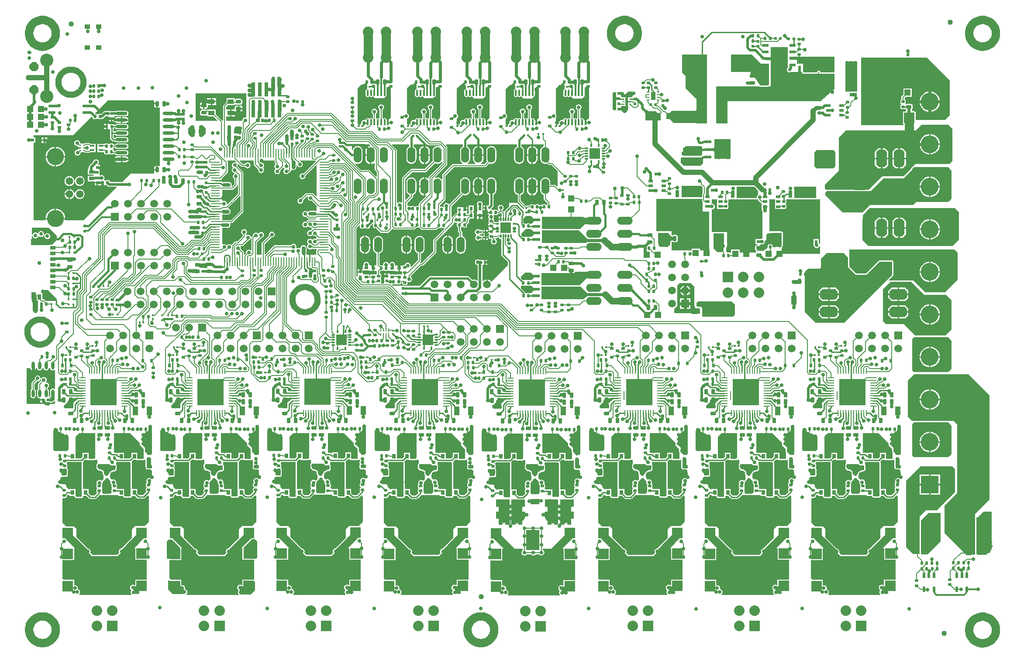
<source format=gtl>
G04*
G04 #@! TF.GenerationSoftware,Altium Limited,Altium Designer,19.0.12 (326)*
G04*
G04 Layer_Physical_Order=1*
G04 Layer_Color=255*
%FSLAX25Y25*%
%MOIN*%
G70*
G01*
G75*
%ADD10C,0.01200*%
%ADD11C,0.01000*%
%ADD15C,0.00800*%
%ADD20C,0.02000*%
%ADD21C,0.02400*%
%ADD26C,0.00787*%
%ADD27C,0.00600*%
%ADD30C,0.00700*%
%ADD118C,0.06000*%
%ADD209C,0.03000*%
%ADD210C,0.06196*%
%ADD211C,0.04500*%
G04:AMPARAMS|DCode=212|XSize=22mil|YSize=24mil|CornerRadius=4.4mil|HoleSize=0mil|Usage=FLASHONLY|Rotation=180.000|XOffset=0mil|YOffset=0mil|HoleType=Round|Shape=RoundedRectangle|*
%AMROUNDEDRECTD212*
21,1,0.02200,0.01520,0,0,180.0*
21,1,0.01320,0.02400,0,0,180.0*
1,1,0.00880,-0.00660,0.00760*
1,1,0.00880,0.00660,0.00760*
1,1,0.00880,0.00660,-0.00760*
1,1,0.00880,-0.00660,-0.00760*
%
%ADD212ROUNDEDRECTD212*%
%ADD213R,0.01654X0.01654*%
G04:AMPARAMS|DCode=214|XSize=22mil|YSize=24mil|CornerRadius=4.4mil|HoleSize=0mil|Usage=FLASHONLY|Rotation=270.000|XOffset=0mil|YOffset=0mil|HoleType=Round|Shape=RoundedRectangle|*
%AMROUNDEDRECTD214*
21,1,0.02200,0.01520,0,0,270.0*
21,1,0.01320,0.02400,0,0,270.0*
1,1,0.00880,-0.00760,-0.00660*
1,1,0.00880,-0.00760,0.00660*
1,1,0.00880,0.00760,0.00660*
1,1,0.00880,0.00760,-0.00660*
%
%ADD214ROUNDEDRECTD214*%
%ADD215R,0.03150X0.02362*%
%ADD216O,0.01575X0.04724*%
G04:AMPARAMS|DCode=217|XSize=29.13mil|YSize=39.37mil|CornerRadius=5.83mil|HoleSize=0mil|Usage=FLASHONLY|Rotation=0.000|XOffset=0mil|YOffset=0mil|HoleType=Round|Shape=RoundedRectangle|*
%AMROUNDEDRECTD217*
21,1,0.02913,0.02772,0,0,0.0*
21,1,0.01748,0.03937,0,0,0.0*
1,1,0.01165,0.00874,-0.01386*
1,1,0.01165,-0.00874,-0.01386*
1,1,0.01165,-0.00874,0.01386*
1,1,0.01165,0.00874,0.01386*
%
%ADD217ROUNDEDRECTD217*%
%ADD218R,0.01181X0.01575*%
%ADD219R,0.03543X0.06299*%
%ADD220R,0.01968X0.00984*%
%ADD221R,0.02165X0.01968*%
%ADD222R,0.01968X0.02165*%
%ADD223R,0.03150X0.04921*%
G04:AMPARAMS|DCode=224|XSize=29.13mil|YSize=39.37mil|CornerRadius=5.83mil|HoleSize=0mil|Usage=FLASHONLY|Rotation=90.000|XOffset=0mil|YOffset=0mil|HoleType=Round|Shape=RoundedRectangle|*
%AMROUNDEDRECTD224*
21,1,0.02913,0.02772,0,0,90.0*
21,1,0.01748,0.03937,0,0,90.0*
1,1,0.01165,0.01386,0.00874*
1,1,0.01165,0.01386,-0.00874*
1,1,0.01165,-0.01386,-0.00874*
1,1,0.01165,-0.01386,0.00874*
%
%ADD224ROUNDEDRECTD224*%
%ADD225R,0.05512X0.02362*%
%ADD226R,0.07087X0.02362*%
%ADD227R,0.08071X0.08071*%
%ADD228O,0.03150X0.01102*%
%ADD229O,0.01102X0.03150*%
%ADD230R,0.06000X0.02400*%
%ADD231R,0.01575X0.01181*%
%ADD232R,0.01654X0.01654*%
%ADD233R,0.04800X0.04800*%
%ADD234R,0.04800X0.04800*%
%ADD235R,0.02362X0.03150*%
%ADD236R,0.07900X0.07900*%
%ADD237R,0.07900X0.07900*%
%ADD238R,0.04331X0.06693*%
%ADD239R,0.02165X0.03937*%
%ADD240R,0.04528X0.13189*%
%ADD241R,0.02953X0.03740*%
%ADD242R,0.06693X0.04331*%
%ADD243R,0.00787X0.02559*%
%ADD244R,0.00787X0.02362*%
%ADD245R,0.08071X0.08071*%
%ADD246R,0.09843X0.15551*%
G04:AMPARAMS|DCode=247|XSize=40mil|YSize=40mil|CornerRadius=20mil|HoleSize=0mil|Usage=FLASHONLY|Rotation=180.000|XOffset=0mil|YOffset=0mil|HoleType=Round|Shape=RoundedRectangle|*
%AMROUNDEDRECTD247*
21,1,0.04000,0.00000,0,0,180.0*
21,1,0.00000,0.04000,0,0,180.0*
1,1,0.04000,0.00000,0.00000*
1,1,0.04000,0.00000,0.00000*
1,1,0.04000,0.00000,0.00000*
1,1,0.04000,0.00000,0.00000*
%
%ADD247ROUNDEDRECTD247*%
%ADD248R,0.02900X0.03900*%
%ADD249O,0.04724X0.00984*%
%ADD250O,0.00984X0.04724*%
%ADD251R,0.20079X0.20079*%
%ADD252C,0.03937*%
%ADD253R,0.03937X0.02756*%
%ADD254R,0.04724X0.04134*%
%ADD255R,0.04724X0.04528*%
%ADD256R,0.04724X0.05709*%
%ADD257R,0.02731X0.03937*%
%ADD258R,0.03543X0.05512*%
%ADD259O,0.02362X0.05906*%
%ADD260R,0.02953X0.11024*%
%ADD261R,0.01575X0.01102*%
%ADD262R,0.01900X0.05512*%
%ADD263O,0.07087X0.00981*%
%ADD264O,0.00981X0.07087*%
%ADD265R,0.04724X0.03543*%
%ADD266O,0.09055X0.02362*%
G04:AMPARAMS|DCode=267|XSize=40mil|YSize=40mil|CornerRadius=20mil|HoleSize=0mil|Usage=FLASHONLY|Rotation=270.000|XOffset=0mil|YOffset=0mil|HoleType=Round|Shape=RoundedRectangle|*
%AMROUNDEDRECTD267*
21,1,0.04000,0.00000,0,0,270.0*
21,1,0.00000,0.04000,0,0,270.0*
1,1,0.04000,0.00000,0.00000*
1,1,0.04000,0.00000,0.00000*
1,1,0.04000,0.00000,0.00000*
1,1,0.04000,0.00000,0.00000*
%
%ADD267ROUNDEDRECTD267*%
%ADD268R,0.03347X0.02362*%
%ADD269R,0.02400X0.02400*%
%ADD270R,0.03937X0.03543*%
%ADD271R,0.03543X0.01575*%
%ADD272R,0.01280X0.01063*%
%ADD273R,0.08000X0.08000*%
%ADD274R,0.03150X0.02165*%
%ADD275O,0.05709X0.02165*%
%ADD276R,0.03465X0.02638*%
%ADD277R,0.10630X0.03740*%
%ADD278R,0.05000X0.08300*%
%ADD279R,0.16142X0.13780*%
%ADD280R,0.04921X0.02165*%
%ADD281R,0.09449X0.12205*%
%ADD282R,0.13386X0.05512*%
%ADD283R,0.02800X0.05600*%
%ADD284R,0.19700X0.17000*%
%ADD285R,0.17000X0.19700*%
%ADD286R,0.05600X0.02800*%
%ADD287R,0.03740X0.10630*%
%ADD288R,0.02638X0.03465*%
%ADD289R,0.02400X0.02400*%
%ADD290C,0.00655*%
%ADD291C,0.00900*%
%ADD292C,0.04000*%
%ADD293C,0.01400*%
%ADD294C,0.01600*%
%ADD295C,0.07000*%
%ADD296C,0.00650*%
%ADD297C,0.01150*%
%ADD298C,0.01500*%
%ADD299C,0.01010*%
%ADD300C,0.02200*%
%ADD301C,0.03000*%
%ADD302C,0.02800*%
%ADD303C,0.04400*%
%ADD304C,0.05000*%
%ADD305C,0.01800*%
%ADD306C,0.01100*%
%ADD307C,0.02700*%
%ADD308C,0.02600*%
%ADD309C,0.06000*%
%ADD310C,0.01900*%
%ADD311C,0.02300*%
%ADD312C,0.02500*%
%ADD313C,0.01700*%
%ADD314C,0.08000*%
%ADD315O,0.13598X0.13600*%
%ADD316R,0.13598X0.13600*%
%ADD317O,0.06000X0.12000*%
%ADD318O,0.12000X0.06000*%
%ADD319R,0.05906X0.05906*%
%ADD320C,0.05906*%
%ADD321R,0.05906X0.05906*%
G04:AMPARAMS|DCode=322|XSize=133mil|YSize=83mil|CornerRadius=0mil|HoleSize=0mil|Usage=FLASHONLY|Rotation=180.000|XOffset=0mil|YOffset=0mil|HoleType=Round|Shape=Octagon|*
%AMOCTAGOND322*
4,1,8,-0.06650,0.02075,-0.06650,-0.02075,-0.04575,-0.04150,0.04575,-0.04150,0.06650,-0.02075,0.06650,0.02075,0.04575,0.04150,-0.04575,0.04150,-0.06650,0.02075,0.0*
%
%ADD322OCTAGOND322*%

%ADD323C,0.10000*%
%ADD324P,0.07577X8X292.5*%
%ADD325C,0.13050*%
%ADD326C,0.05800*%
G04:AMPARAMS|DCode=327|XSize=133mil|YSize=83mil|CornerRadius=0mil|HoleSize=0mil|Usage=FLASHONLY|Rotation=90.000|XOffset=0mil|YOffset=0mil|HoleType=Round|Shape=Octagon|*
%AMOCTAGOND327*
4,1,8,0.02075,0.06650,-0.02075,0.06650,-0.04150,0.04575,-0.04150,-0.04575,-0.02075,-0.06650,0.02075,-0.06650,0.04150,-0.04575,0.04150,0.04575,0.02075,0.06650,0.0*
%
%ADD327OCTAGOND327*%

%ADD328C,0.02900*%
%ADD329C,0.02200*%
%ADD330C,0.02800*%
G36*
X707748Y434501D02*
X707748Y408149D01*
X704028Y404430D01*
X681592Y404430D01*
Y410904D01*
X680640D01*
X680287Y411258D01*
X680287Y411272D01*
X678586D01*
Y412302D01*
X678930Y412531D01*
X679235Y412989D01*
X679342Y413528D01*
Y415276D01*
X679235Y415816D01*
X678930Y416273D01*
X678472Y416579D01*
X677933Y416686D01*
X675161D01*
X674621Y416579D01*
X674180Y416284D01*
X674157Y416271D01*
X674113Y416260D01*
X673934Y416397D01*
X673673Y416825D01*
X673947Y417235D01*
X674044Y417719D01*
Y419039D01*
X673947Y419522D01*
X673673Y419933D01*
X673263Y420207D01*
X673243Y420211D01*
Y421396D01*
X673994Y422147D01*
X678664D01*
Y428547D01*
X672264D01*
Y423877D01*
X671154Y422767D01*
X670889Y422371D01*
X670796Y421902D01*
Y420211D01*
X670775Y420207D01*
X670365Y419933D01*
X670091Y419522D01*
X669995Y419039D01*
Y417719D01*
X670091Y417235D01*
X670365Y416825D01*
X670426Y416784D01*
Y416183D01*
X670365Y416143D01*
X670091Y415733D01*
X669995Y415249D01*
Y413929D01*
X670091Y413445D01*
X670365Y413035D01*
X670775Y412761D01*
X671259Y412665D01*
X672779D01*
X673263Y412761D01*
X673396Y412850D01*
X673761Y412959D01*
X674037Y412722D01*
X674164Y412531D01*
X674508Y412302D01*
Y411272D01*
X673988D01*
Y410904D01*
X672092D01*
Y401404D01*
X672505D01*
Y400347D01*
X640100D01*
Y447744D01*
Y451944D01*
X680385Y451944D01*
Y451944D01*
X690304D01*
X707748Y434501D01*
D02*
G37*
G36*
X619603Y440625D02*
X609193D01*
Y440996D01*
X609115Y441386D01*
X608894Y441717D01*
X608563Y441938D01*
X608173Y442016D01*
X607313D01*
X606922Y441938D01*
X606592Y441717D01*
X606371Y441386D01*
X606293Y440996D01*
Y440625D01*
X596102D01*
Y440996D01*
X596025Y441386D01*
X595883Y441599D01*
Y447492D01*
X591130D01*
Y448401D01*
X591060D01*
X591060Y450445D01*
X585450D01*
Y452610D01*
X619603D01*
Y440625D01*
D02*
G37*
G36*
X563698Y447590D02*
X569603D01*
Y431547D01*
X568816Y430760D01*
X563129Y430760D01*
X557601Y438483D01*
X556612D01*
X555851Y439244D01*
Y454575D01*
X556713D01*
X563698Y447590D01*
D02*
G37*
G36*
X583973Y444160D02*
X583865Y444088D01*
X583445Y443459D01*
X583297Y442718D01*
X583445Y441977D01*
X583865Y441348D01*
X583973Y441276D01*
Y440996D01*
X584392D01*
X584493Y440928D01*
X585235Y440781D01*
X585976Y440928D01*
X586077Y440996D01*
X595083D01*
Y439606D01*
X607313D01*
Y440996D01*
X608173D01*
Y439606D01*
X619603D01*
X619603Y428123D01*
X609017Y418772D01*
X538107D01*
X538107Y401921D01*
X529804Y401921D01*
X529451Y402276D01*
X529563Y430169D01*
X562297D01*
X562299Y430166D01*
X562361Y430109D01*
X562407Y430039D01*
X562504Y429974D01*
X562590Y429894D01*
X562668Y429865D01*
X562738Y429818D01*
X562853Y429795D01*
X562962Y429754D01*
X563046Y429757D01*
X563129Y429740D01*
X568816Y429740D01*
X569206Y429818D01*
X569431Y429968D01*
X569635D01*
Y430137D01*
X569667Y430169D01*
X571079D01*
Y460189D01*
X583973D01*
Y444160D01*
D02*
G37*
G36*
X637100Y426044D02*
X628000D01*
Y449241D01*
X637100D01*
Y426044D01*
D02*
G37*
G36*
X170637Y413207D02*
Y406730D01*
X170251Y406413D01*
X170100Y406443D01*
X169242Y406272D01*
X168514Y405786D01*
X168028Y405058D01*
X167857Y404200D01*
X167888Y404044D01*
X167571Y403657D01*
X155423D01*
Y407044D01*
X158281D01*
Y409816D01*
Y412588D01*
X155423D01*
Y414541D01*
X156789Y415906D01*
X161943D01*
Y416327D01*
X162443Y416434D01*
X162873Y416147D01*
X163412Y416040D01*
X166184D01*
X166723Y416147D01*
X167180Y416453D01*
X167486Y416910D01*
X167593Y417450D01*
Y419198D01*
X167486Y419737D01*
X167180Y420195D01*
X166723Y420500D01*
X166184Y420608D01*
X163412D01*
X162873Y420500D01*
X162443Y420214D01*
X162289Y420247D01*
X161943Y420389D01*
Y421049D01*
X155619D01*
Y418197D01*
X153333Y415910D01*
X153067Y415514D01*
X152974Y415045D01*
X152977Y415034D01*
Y403975D01*
X152526Y403819D01*
X152477Y403818D01*
X147377Y408918D01*
Y412388D01*
X141052D01*
Y412232D01*
X139859D01*
X139673Y412269D01*
X136902D01*
X136362Y412161D01*
X135905Y411856D01*
X135599Y411399D01*
X135492Y410859D01*
Y409111D01*
X135599Y408571D01*
X135905Y408114D01*
X136362Y407809D01*
X136902Y407701D01*
X139673D01*
X140213Y407809D01*
X140552Y408035D01*
X140956Y407889D01*
X141052Y407814D01*
Y407244D01*
X145589D01*
X148714Y404119D01*
X148523Y403657D01*
X132176D01*
Y424701D01*
X170637D01*
Y413207D01*
D02*
G37*
G36*
X100337Y418800D02*
X100235Y418286D01*
Y417400D01*
X102723D01*
Y416900D01*
X103223D01*
Y413901D01*
X103597D01*
X104214Y414023D01*
X104300Y414080D01*
X104800Y413813D01*
Y369387D01*
X104300Y369120D01*
X104214Y369177D01*
X103597Y369300D01*
X103223D01*
Y366300D01*
X102723D01*
Y365800D01*
X100235D01*
Y364914D01*
X100358Y364297D01*
X100556Y364000D01*
X100289Y363500D01*
X82400D01*
X75979Y357079D01*
X66909D01*
X66742Y357247D01*
Y357336D01*
X66645Y357820D01*
X66372Y358230D01*
X65961Y358504D01*
X65478Y358600D01*
X64157D01*
X63674Y358504D01*
X63263Y358230D01*
X62822D01*
X62726Y358374D01*
X62249Y358692D01*
X62145Y358944D01*
X62346Y359243D01*
X62516Y360102D01*
X62346Y360960D01*
X61860Y361688D01*
X61132Y362174D01*
X60273Y362345D01*
X59415Y362174D01*
X59250Y362064D01*
X58779Y362134D01*
X58747Y362389D01*
X58744Y362636D01*
Y364039D01*
X58795Y364295D01*
X58744Y364551D01*
Y365982D01*
X58944D01*
Y367565D01*
X56960D01*
Y368565D01*
X58944D01*
Y370148D01*
X57828D01*
X57659Y370648D01*
X58076Y371272D01*
X58247Y372131D01*
X58076Y372989D01*
X57590Y373717D01*
X56862Y374203D01*
X56004Y374374D01*
X55146Y374203D01*
X54418Y373717D01*
X53932Y372989D01*
X53848Y372571D01*
X51048Y369770D01*
X50650Y369175D01*
X50510Y368473D01*
Y366978D01*
X49813D01*
Y362741D01*
X53791D01*
X54002Y362599D01*
X54395Y362521D01*
Y362012D01*
X54093Y361951D01*
X53780Y361742D01*
X49813D01*
Y357504D01*
X54878D01*
X54981Y357047D01*
Y356986D01*
X56966D01*
Y356486D01*
X57466D01*
Y354403D01*
X58950D01*
Y354476D01*
X59040Y354547D01*
X59450Y354697D01*
X59806Y354459D01*
X60368Y354347D01*
X60528D01*
Y356576D01*
X61528D01*
Y354347D01*
X61688D01*
X62249Y354459D01*
X62726Y354778D01*
X62822Y354922D01*
X63263D01*
X63674Y354648D01*
X64157Y354551D01*
X64246D01*
X64851Y353946D01*
X65447Y353548D01*
X66149Y353409D01*
X71655D01*
X71847Y352947D01*
X46600Y327700D01*
X32796D01*
X32460Y328070D01*
X32512Y328600D01*
X25000D01*
X17488D01*
X17540Y328070D01*
X17204Y327700D01*
X8300D01*
X8300Y372400D01*
X8300Y387000D01*
X9869D01*
Y391000D01*
X8300D01*
Y392800D01*
X38583Y392800D01*
X52782Y407000D01*
X53389Y406393D01*
Y406304D01*
X53486Y405820D01*
X53760Y405410D01*
X54170Y405136D01*
X54654Y405040D01*
X55974D01*
X56458Y405136D01*
X56868Y405410D01*
X56908Y405470D01*
X57509D01*
X57550Y405410D01*
X57960Y405136D01*
X58443Y405040D01*
X59763D01*
X60247Y405136D01*
X60386Y405229D01*
X60540D01*
X61242Y405368D01*
X61838Y405766D01*
X63506Y407435D01*
X63932D01*
X64242Y407228D01*
X65100Y407057D01*
X65516Y407140D01*
X66016Y406729D01*
Y406000D01*
X68000D01*
Y405500D01*
X68500D01*
Y403417D01*
X69984D01*
X70366Y403132D01*
X70569Y402828D01*
X71291Y402345D01*
X72142Y402176D01*
X74988D01*
Y404400D01*
Y406624D01*
X72142D01*
X71291Y406455D01*
X70569Y405972D01*
X70484Y405845D01*
X69984Y405997D01*
Y407565D01*
X71323D01*
X71369Y407534D01*
X72142Y407380D01*
X78835D01*
X79608Y407534D01*
X80263Y407972D01*
X80701Y408627D01*
X80855Y409400D01*
X80701Y410173D01*
X80263Y410828D01*
X79608Y411266D01*
X78835Y411420D01*
X72142D01*
X71369Y411266D01*
X71323Y411235D01*
X68200D01*
X67785Y411153D01*
X66287D01*
X65958Y411372D01*
X65100Y411543D01*
X64242Y411372D01*
X63842Y411105D01*
X62746D01*
X62044Y410966D01*
X61448Y410568D01*
X59935Y409054D01*
X59763Y409088D01*
X58443D01*
X57960Y408992D01*
X57550Y408718D01*
X57509Y408658D01*
X56908D01*
X56868Y408718D01*
X56458Y408992D01*
X55974Y409088D01*
X55885D01*
X55378Y409595D01*
X65083Y419300D01*
X100067Y419300D01*
X100337Y418800D01*
D02*
G37*
G36*
X300236Y431473D02*
X300673Y431320D01*
Y428214D01*
X300525Y428184D01*
X300000Y427833D01*
X299649Y427308D01*
X299526Y426689D01*
Y423539D01*
X299649Y422920D01*
X300000Y422395D01*
X300525Y422044D01*
X301144Y421921D01*
X301764Y422044D01*
X302289Y422395D01*
X302559D01*
X303084Y422044D01*
X303703Y421921D01*
X304323Y422044D01*
X304848Y422395D01*
X305118D01*
X305643Y422044D01*
X305874Y421998D01*
X306699Y421173D01*
X313399Y421173D01*
X314197Y421972D01*
X314559Y422044D01*
X315084Y422395D01*
X315435Y422920D01*
X315558Y423539D01*
Y426689D01*
X315435Y427308D01*
X315426Y427321D01*
Y429373D01*
X318599D01*
X318599Y406473D01*
X316999Y404873D01*
X315431D01*
X315084Y405393D01*
X314559Y405743D01*
X313939Y405866D01*
X313320Y405743D01*
X313030Y405549D01*
X312530Y405817D01*
Y412293D01*
X312967Y412585D01*
X313453Y413312D01*
X313624Y414171D01*
X313453Y415029D01*
X312967Y415757D01*
X312239Y416243D01*
X311381Y416414D01*
X310522Y416243D01*
X309794Y415757D01*
X309308Y415029D01*
X309137Y414171D01*
X309308Y413312D01*
X309794Y412585D01*
X310231Y412293D01*
Y405817D01*
X309731Y405549D01*
X309441Y405743D01*
X308821Y405866D01*
X308202Y405743D01*
X307909Y405548D01*
X307409Y405815D01*
Y409043D01*
X307849Y409337D01*
X308335Y410064D01*
X308506Y410923D01*
X308335Y411781D01*
X307849Y412509D01*
X307121Y412995D01*
X306262Y413166D01*
X305404Y412995D01*
X304676Y412509D01*
X304190Y411781D01*
X304019Y410923D01*
X304190Y410064D01*
X304676Y409337D01*
X305115Y409043D01*
Y405815D01*
X304615Y405548D01*
X304323Y405743D01*
X303703Y405866D01*
X303084Y405743D01*
X302559Y405393D01*
X302289D01*
X301764Y405743D01*
X301144Y405866D01*
X300525Y405743D01*
X300000Y405393D01*
X299649Y404867D01*
X299614Y404690D01*
X299522Y404601D01*
X299108Y404361D01*
X298388Y404504D01*
X297530Y404334D01*
X296802Y403848D01*
X296316Y403120D01*
X296145Y402261D01*
X296251Y401731D01*
X295876Y401231D01*
X295088D01*
Y401180D01*
X293369D01*
Y405276D01*
X293535Y405309D01*
X294263Y405795D01*
X294749Y406523D01*
X294920Y407381D01*
X294749Y408239D01*
X294263Y408967D01*
X293535Y409453D01*
X293369Y409486D01*
Y428643D01*
X296199Y431473D01*
X300236Y431473D01*
D02*
G37*
G36*
X262495Y431373D02*
X262973Y431320D01*
Y428214D01*
X262825Y428184D01*
X262300Y427833D01*
X261949Y427308D01*
X261826Y426689D01*
Y423539D01*
X261949Y422920D01*
X262300Y422395D01*
X262825Y422044D01*
X263444Y421921D01*
X264064Y422044D01*
X264589Y422395D01*
X264859D01*
X265384Y422044D01*
X266003Y421921D01*
X266623Y422044D01*
X267148Y422395D01*
X267418D01*
X267943Y422044D01*
X268099Y422013D01*
Y421973D01*
X268999Y421073D01*
X275699Y421073D01*
X276623Y421997D01*
X276859Y422044D01*
X277384Y422395D01*
X277735Y422920D01*
X277858Y423539D01*
Y426689D01*
X277735Y427308D01*
X277726Y427321D01*
Y429273D01*
X280899D01*
X280899Y406373D01*
X279299Y404773D01*
X277754D01*
X277735Y404867D01*
X277384Y405393D01*
X276859Y405743D01*
X276240Y405866D01*
X275620Y405743D01*
X275330Y405549D01*
X274830Y405817D01*
Y412293D01*
X275267Y412585D01*
X275753Y413312D01*
X275924Y414171D01*
X275753Y415029D01*
X275267Y415757D01*
X274539Y416243D01*
X273681Y416414D01*
X272822Y416243D01*
X272094Y415757D01*
X271608Y415029D01*
X271438Y414171D01*
X271608Y413312D01*
X272094Y412585D01*
X272531Y412293D01*
Y405817D01*
X272031Y405549D01*
X271741Y405743D01*
X271122Y405866D01*
X270502Y405743D01*
X270210Y405548D01*
X269710Y405815D01*
Y409043D01*
X270149Y409337D01*
X270635Y410064D01*
X270806Y410923D01*
X270635Y411781D01*
X270149Y412509D01*
X269421Y412995D01*
X268563Y413166D01*
X267704Y412995D01*
X266976Y412509D01*
X266490Y411781D01*
X266319Y410923D01*
X266490Y410064D01*
X266976Y409337D01*
X267415Y409043D01*
Y405815D01*
X266915Y405548D01*
X266623Y405743D01*
X266003Y405866D01*
X265384Y405743D01*
X264859Y405393D01*
X264589D01*
X264064Y405743D01*
X263444Y405866D01*
X262825Y405743D01*
X262300Y405393D01*
X261949Y404867D01*
X261914Y404690D01*
X261836Y404614D01*
X261356Y404372D01*
X260688Y404504D01*
X259830Y404334D01*
X259102Y403848D01*
X258616Y403120D01*
X258445Y402261D01*
X258551Y401731D01*
X258176Y401231D01*
X257388D01*
Y401080D01*
X255669D01*
Y428543D01*
X258499Y431373D01*
X262495Y431373D01*
D02*
G37*
G36*
X338372Y431182D02*
Y428214D01*
X338225Y428184D01*
X337700Y427833D01*
X337349Y427308D01*
X337226Y426689D01*
Y423539D01*
X337349Y422920D01*
X337700Y422395D01*
X338225Y422044D01*
X338844Y421921D01*
X339463Y422044D01*
X339988Y422395D01*
X340259D01*
X340784Y422044D01*
X341403Y421921D01*
X342022Y422044D01*
X342547Y422395D01*
X342818D01*
X343343Y422044D01*
X343696Y421974D01*
Y421782D01*
X344596Y420882D01*
X351296Y420882D01*
X353296Y422882D01*
Y429082D01*
X356496D01*
X356496Y406182D01*
X354896Y404582D01*
X353191D01*
X353135Y404867D01*
X352784Y405393D01*
X352259Y405743D01*
X351639Y405866D01*
X351020Y405743D01*
X350730Y405549D01*
X350230Y405817D01*
Y412293D01*
X350666Y412585D01*
X351153Y413312D01*
X351323Y414171D01*
X351153Y415029D01*
X350666Y415757D01*
X349939Y416243D01*
X349080Y416414D01*
X348222Y416243D01*
X347494Y415757D01*
X347008Y415029D01*
X346837Y414171D01*
X347008Y413312D01*
X347494Y412585D01*
X347931Y412293D01*
Y405817D01*
X347431Y405549D01*
X347141Y405743D01*
X346521Y405866D01*
X345902Y405743D01*
X345609Y405548D01*
X345109Y405815D01*
Y409043D01*
X345548Y409337D01*
X346035Y410064D01*
X346205Y410923D01*
X346035Y411781D01*
X345548Y412509D01*
X344821Y412995D01*
X343962Y413166D01*
X343104Y412995D01*
X342376Y412509D01*
X341890Y411781D01*
X341719Y410923D01*
X341890Y410064D01*
X342376Y409337D01*
X342815Y409043D01*
Y405815D01*
X342315Y405548D01*
X342022Y405743D01*
X341403Y405866D01*
X340784Y405743D01*
X340259Y405393D01*
X339988D01*
X339463Y405743D01*
X338844Y405866D01*
X338225Y405743D01*
X337700Y405393D01*
X337349Y404867D01*
X337314Y404690D01*
X337238Y404617D01*
X336741Y404375D01*
X336088Y404504D01*
X335230Y404334D01*
X334502Y403848D01*
X334016Y403120D01*
X333845Y402261D01*
X333951Y401731D01*
X333575Y401231D01*
X332788D01*
Y400889D01*
X331266D01*
Y405461D01*
X331763Y405793D01*
X332249Y406521D01*
X332420Y407379D01*
X332249Y408238D01*
X331763Y408966D01*
X331266Y409298D01*
Y428352D01*
X334096Y431182D01*
X338372Y431182D01*
D02*
G37*
G36*
X413772Y431087D02*
Y428214D01*
X413624Y428184D01*
X413099Y427833D01*
X412748Y427308D01*
X412625Y426689D01*
Y423539D01*
X412748Y422920D01*
X413099Y422395D01*
X413624Y422044D01*
X414244Y421921D01*
X414863Y422044D01*
X415388Y422395D01*
X415658D01*
X416183Y422044D01*
X416803Y421921D01*
X417422Y422044D01*
X417947Y422395D01*
X418217D01*
X418742Y422044D01*
X419362Y421921D01*
X419434Y421862D01*
Y421687D01*
X420334Y420787D01*
X427034Y420787D01*
X429034Y422787D01*
Y428987D01*
X432234D01*
X432234Y406087D01*
X430634Y404487D01*
X428610D01*
X428534Y404867D01*
X428183Y405393D01*
X427658Y405743D01*
X427039Y405866D01*
X426420Y405743D01*
X426129Y405549D01*
X425630Y405817D01*
Y412293D01*
X426066Y412585D01*
X426552Y413312D01*
X426723Y414171D01*
X426552Y415029D01*
X426066Y415757D01*
X425338Y416243D01*
X424480Y416414D01*
X423622Y416243D01*
X422894Y415757D01*
X422407Y415029D01*
X422237Y414171D01*
X422407Y413312D01*
X422894Y412585D01*
X423330Y412293D01*
Y405817D01*
X422830Y405549D01*
X422540Y405743D01*
X421921Y405866D01*
X421302Y405743D01*
X421009Y405548D01*
X420509Y405815D01*
Y409043D01*
X420948Y409337D01*
X421434Y410064D01*
X421605Y410923D01*
X421434Y411781D01*
X420948Y412509D01*
X420220Y412995D01*
X419362Y413166D01*
X418503Y412995D01*
X417776Y412509D01*
X417289Y411781D01*
X417119Y410923D01*
X417289Y410064D01*
X417776Y409337D01*
X418215Y409043D01*
Y405815D01*
X417715Y405548D01*
X417422Y405743D01*
X416803Y405866D01*
X416183Y405743D01*
X415658Y405393D01*
X415388D01*
X414863Y405743D01*
X414244Y405866D01*
X413624Y405743D01*
X413099Y405393D01*
X412748Y404867D01*
X412713Y404690D01*
X412638Y404617D01*
X412141Y404375D01*
X411488Y404504D01*
X410629Y404334D01*
X409902Y403848D01*
X409415Y403120D01*
X409245Y402261D01*
X409350Y401731D01*
X408975Y401231D01*
X408188D01*
Y400794D01*
X407004D01*
Y406071D01*
X407336Y406568D01*
X407507Y407426D01*
X407336Y408284D01*
X407004Y408781D01*
Y428257D01*
X409834Y431087D01*
X413772Y431087D01*
D02*
G37*
G36*
X376072Y431029D02*
Y428214D01*
X375924Y428184D01*
X375399Y427833D01*
X375049Y427308D01*
X374925Y426689D01*
Y423539D01*
X375049Y422920D01*
X375399Y422395D01*
X375924Y422044D01*
X376544Y421921D01*
X377163Y422044D01*
X377688Y422395D01*
X377958D01*
X378484Y422044D01*
X379103Y421921D01*
X379722Y422044D01*
X380247Y422395D01*
X380518D01*
X381043Y422044D01*
X381292Y421994D01*
Y421629D01*
X382192Y420729D01*
X388892Y420729D01*
X390892Y422729D01*
Y423209D01*
X390958Y423539D01*
Y426689D01*
X390892Y427019D01*
Y428929D01*
X394092D01*
X394092Y406029D01*
X392492Y404429D01*
X390922D01*
X390834Y404867D01*
X390484Y405393D01*
X389959Y405743D01*
X389339Y405866D01*
X388720Y405743D01*
X388430Y405549D01*
X387930Y405817D01*
Y412293D01*
X388366Y412585D01*
X388852Y413312D01*
X389023Y414171D01*
X388852Y415029D01*
X388366Y415757D01*
X387638Y416243D01*
X386780Y416414D01*
X385922Y416243D01*
X385194Y415757D01*
X384708Y415029D01*
X384537Y414171D01*
X384708Y413312D01*
X385194Y412585D01*
X385630Y412293D01*
Y405817D01*
X385131Y405549D01*
X384840Y405743D01*
X384221Y405866D01*
X383602Y405743D01*
X383309Y405548D01*
X382809Y405815D01*
Y409043D01*
X383248Y409337D01*
X383734Y410064D01*
X383905Y410923D01*
X383734Y411781D01*
X383248Y412509D01*
X382520Y412995D01*
X381662Y413166D01*
X380804Y412995D01*
X380076Y412509D01*
X379590Y411781D01*
X379419Y410923D01*
X379590Y410064D01*
X380076Y409337D01*
X380515Y409043D01*
Y405815D01*
X380015Y405548D01*
X379722Y405743D01*
X379103Y405866D01*
X378484Y405743D01*
X377958Y405393D01*
X377688D01*
X377163Y405743D01*
X376544Y405866D01*
X375924Y405743D01*
X375399Y405393D01*
X375049Y404867D01*
X375013Y404690D01*
X374938Y404617D01*
X374441Y404375D01*
X373788Y404504D01*
X372930Y404334D01*
X372202Y403848D01*
X371716Y403120D01*
X371545Y402261D01*
X371650Y401731D01*
X371275Y401231D01*
X370488D01*
Y400736D01*
X368862D01*
Y405584D01*
X369176Y405793D01*
X369662Y406521D01*
X369833Y407379D01*
X369662Y408238D01*
X369176Y408966D01*
X368862Y409175D01*
Y428199D01*
X371692Y431030D01*
X376072Y431029D01*
D02*
G37*
G36*
X484841Y409698D02*
X487186D01*
Y403961D01*
X475395D01*
Y411244D01*
X483295D01*
X484841Y409698D01*
D02*
G37*
G36*
X522556Y401921D02*
X514485D01*
Y402065D01*
X497044D01*
X493512Y405597D01*
X493512Y409497D01*
X495430Y411415D01*
X513555Y411415D01*
X514485Y412345D01*
Y420276D01*
X506217Y428543D01*
X506217Y437847D01*
X503265Y440799D01*
Y454579D01*
X522556D01*
Y401921D01*
D02*
G37*
G36*
X295119Y385760D02*
Y384137D01*
X294834Y384019D01*
X294040Y383410D01*
X293431Y382616D01*
X293048Y381692D01*
X292917Y380700D01*
Y374700D01*
X293048Y373708D01*
X293431Y372784D01*
X294040Y371990D01*
X294834Y371381D01*
X295758Y370998D01*
X296750Y370867D01*
X297742Y370998D01*
X298666Y371381D01*
X299460Y371990D01*
X300069Y372784D01*
X300452Y373708D01*
X300583Y374700D01*
Y380700D01*
X300452Y381692D01*
X300069Y382616D01*
X299460Y383410D01*
X298666Y384019D01*
X298381Y384137D01*
Y385401D01*
X298735Y385754D01*
X309220Y385734D01*
X309520Y385434D01*
X309884Y385191D01*
X310314Y385105D01*
X310314Y385105D01*
X318109D01*
X318644Y384570D01*
X318361Y384146D01*
X317742Y384402D01*
X316750Y384533D01*
X315758Y384402D01*
X314834Y384019D01*
X314040Y383410D01*
X313431Y382616D01*
X313048Y381692D01*
X312917Y380700D01*
Y374700D01*
X313048Y373708D01*
X313196Y373349D01*
X306795Y366947D01*
X296770D01*
X296302Y366854D01*
X295905Y366589D01*
X289940Y360624D01*
X289675Y360227D01*
X289582Y359759D01*
Y341567D01*
X289082Y341299D01*
X288724Y341538D01*
X287866Y341709D01*
X287007Y341538D01*
X286280Y341052D01*
X286221Y340964D01*
X285721Y341116D01*
Y381031D01*
X285635Y381461D01*
X285392Y381824D01*
X285392Y381824D01*
X281893Y385323D01*
X282085Y385785D01*
X295119Y385760D01*
D02*
G37*
G36*
X518812Y383697D02*
Y377997D01*
X517812Y376997D01*
X503912D01*
Y382097D01*
X506112Y384297D01*
X518212D01*
X518812Y383697D01*
D02*
G37*
G36*
X540322Y374691D02*
X528216D01*
Y380006D01*
X527507Y380714D01*
Y383037D01*
X528216Y383746D01*
Y389651D01*
X540322D01*
Y374691D01*
D02*
G37*
G36*
X161988Y373505D02*
X163098Y372395D01*
X162779Y372007D01*
X162758Y372020D01*
X161900Y372191D01*
X161042Y372020D01*
X160314Y371534D01*
X159828Y370807D01*
X159657Y369948D01*
X159828Y369090D01*
X160314Y368362D01*
X160384Y368315D01*
Y367815D01*
X160305Y367762D01*
X159819Y367034D01*
X159648Y366176D01*
X159819Y365318D01*
X160305Y364590D01*
X161033Y364104D01*
X161891Y363933D01*
X161953Y363945D01*
X162000Y363894D01*
X161979Y363703D01*
X161852Y363313D01*
X161214Y362886D01*
X160728Y362158D01*
X160557Y361300D01*
X160728Y360442D01*
X161214Y359714D01*
X161678Y359403D01*
Y355413D01*
X159938Y353673D01*
X159871Y353691D01*
X159453Y353959D01*
X159624Y354818D01*
X159453Y355676D01*
X158967Y356404D01*
X158239Y356890D01*
X157381Y357061D01*
X156845Y356954D01*
X154210D01*
X153698Y357056D01*
X153024Y356922D01*
X152524Y357230D01*
Y360104D01*
X156343Y363923D01*
X156343Y363923D01*
X156586Y364287D01*
X156672Y364716D01*
Y372203D01*
X156672Y372203D01*
X156586Y372633D01*
X156343Y372996D01*
X156343Y372996D01*
X156296Y373044D01*
X156487Y373506D01*
X161988Y373505D01*
D02*
G37*
G36*
X371386Y385617D02*
X377404D01*
Y384137D01*
X377119Y384019D01*
X376325Y383410D01*
X375716Y382616D01*
X375333Y381692D01*
X375203Y380700D01*
Y374700D01*
X375333Y373708D01*
X375716Y372784D01*
X376325Y371990D01*
X377119Y371381D01*
X378043Y370998D01*
X379035Y370867D01*
X380027Y370998D01*
X380952Y371381D01*
X381746Y371990D01*
X382355Y372784D01*
X382738Y373708D01*
X382868Y374700D01*
Y380700D01*
X382738Y381692D01*
X382355Y382616D01*
X381746Y383410D01*
X380952Y384019D01*
X380667Y384137D01*
Y385617D01*
X397886D01*
Y384337D01*
X397119Y384019D01*
X396325Y383410D01*
X395716Y382616D01*
X395333Y381692D01*
X395203Y380700D01*
Y374700D01*
X395333Y373708D01*
X395716Y372784D01*
X396325Y371990D01*
X397119Y371381D01*
X398043Y370998D01*
X399035Y370867D01*
X400027Y370998D01*
X400512Y371198D01*
X401246Y370464D01*
X401246Y370464D01*
X401610Y370221D01*
X402039Y370136D01*
X403671D01*
X408330Y365477D01*
Y353866D01*
X407868Y353674D01*
X406977Y354565D01*
X406580Y354830D01*
X406112Y354924D01*
X402868D01*
Y356700D01*
X402738Y357692D01*
X402355Y358616D01*
X401746Y359410D01*
X400952Y360019D01*
X400027Y360402D01*
X399035Y360533D01*
X398043Y360402D01*
X397119Y360019D01*
X396325Y359410D01*
X395716Y358616D01*
X395333Y357692D01*
X395203Y356700D01*
Y350700D01*
X395333Y349708D01*
X395716Y348784D01*
X396325Y347990D01*
X397119Y347381D01*
X397812Y347094D01*
Y344241D01*
X397905Y343773D01*
X398170Y343376D01*
X400634Y340913D01*
Y339852D01*
X400303Y339631D01*
X400263Y339571D01*
X399662D01*
X399622Y339631D01*
X399211Y339905D01*
X398727Y340001D01*
X397408D01*
X396924Y339905D01*
X396514Y339631D01*
X396347Y339382D01*
X396303Y339373D01*
X395444Y339544D01*
X394586Y339373D01*
X394582Y339374D01*
X394411Y339630D01*
X394001Y339904D01*
X393517Y340000D01*
X392197D01*
X391713Y339904D01*
X391303Y339630D01*
X391263Y339570D01*
X390662D01*
X390621Y339630D01*
X390211Y339904D01*
X389727Y340000D01*
X388407D01*
X387923Y339904D01*
X387513Y339630D01*
X387239Y339220D01*
X387215Y339098D01*
X385260D01*
X385260Y339098D01*
X384830Y339012D01*
X384467Y338769D01*
X384118Y339091D01*
X380157Y343052D01*
Y347052D01*
X380952Y347381D01*
X381746Y347990D01*
X382355Y348784D01*
X382738Y349708D01*
X382868Y350700D01*
Y356700D01*
X382738Y357692D01*
X382355Y358616D01*
X381746Y359410D01*
X380952Y360019D01*
X380027Y360402D01*
X379035Y360533D01*
X378043Y360402D01*
X377119Y360019D01*
X376325Y359410D01*
X375716Y358616D01*
X375333Y357692D01*
X375203Y356700D01*
Y350700D01*
X375333Y349708D01*
X375716Y348784D01*
X376325Y347990D01*
X377119Y347381D01*
X377914Y347052D01*
Y342588D01*
X377914Y342588D01*
X377999Y342159D01*
X378242Y341795D01*
X382833Y337204D01*
Y336668D01*
X382371Y336476D01*
X377598Y341250D01*
X371386D01*
Y338396D01*
X367992Y335002D01*
X367731Y334612D01*
X367707Y334586D01*
X367179Y334457D01*
X366422Y335214D01*
X366471Y335712D01*
X366548Y335764D01*
X367034Y336492D01*
X367205Y337350D01*
X367034Y338208D01*
X366548Y338936D01*
X365820Y339422D01*
X364962Y339593D01*
X364104Y339422D01*
X363376Y338936D01*
X362890Y338208D01*
X362719Y337350D01*
X362890Y336492D01*
X363376Y335764D01*
X363336Y335276D01*
X363274Y335194D01*
X362755Y335147D01*
X362590Y335394D01*
X362179Y335668D01*
X361696Y335764D01*
X360375D01*
X359892Y335668D01*
X359482Y335394D01*
X359040D01*
X358944Y335538D01*
X358468Y335857D01*
X357906Y335968D01*
X357828D01*
Y336721D01*
X358953Y337847D01*
X359307Y338376D01*
X359431Y339001D01*
Y347263D01*
X359716Y347381D01*
X360510Y347990D01*
X361119Y348784D01*
X361502Y349708D01*
X361633Y350700D01*
Y356700D01*
X361502Y357692D01*
X361119Y358616D01*
X360510Y359410D01*
X359716Y360019D01*
X358792Y360402D01*
X357800Y360533D01*
X356808Y360402D01*
X355884Y360019D01*
X355090Y359410D01*
X354481Y358616D01*
X354098Y357692D01*
X353967Y356700D01*
Y350700D01*
X354098Y349708D01*
X354481Y348784D01*
X355090Y347990D01*
X355884Y347381D01*
X356169Y347263D01*
Y339676D01*
X355757Y339264D01*
X355272Y339228D01*
Y339228D01*
X353945D01*
Y337402D01*
Y335575D01*
X354971D01*
X355238Y335075D01*
X355229Y335062D01*
X355118Y334500D01*
Y334240D01*
X357246D01*
Y333240D01*
X355118D01*
Y332980D01*
X355229Y332418D01*
X355547Y331942D01*
X355921Y331693D01*
X355575Y331175D01*
X355404Y330317D01*
X355575Y329459D01*
X355815Y329099D01*
X355995Y328618D01*
X355721Y328208D01*
X355625Y327724D01*
Y326404D01*
X355721Y325921D01*
X355995Y325510D01*
Y325276D01*
X355843Y325011D01*
X355533Y324546D01*
X355421Y323984D01*
Y323824D01*
X357649D01*
Y322824D01*
X355421D01*
Y322664D01*
X355533Y322103D01*
X355851Y321626D01*
X356077Y321475D01*
X356092Y320884D01*
X355977Y320807D01*
X355659Y320331D01*
X355547Y319769D01*
Y319609D01*
X357775D01*
Y318609D01*
X355547D01*
Y318449D01*
X355659Y317887D01*
X355977Y317411D01*
X356121Y317315D01*
Y316873D01*
X355847Y316463D01*
X355751Y315979D01*
Y314659D01*
X355847Y314175D01*
X356121Y313765D01*
X356531Y313491D01*
X357015Y313395D01*
X357741D01*
X357993Y312895D01*
X357644Y312372D01*
X357473Y311513D01*
X357644Y310655D01*
X358130Y309927D01*
X358858Y309441D01*
X359716Y309270D01*
X360575Y309441D01*
X361302Y309927D01*
X361788Y310655D01*
X361959Y311513D01*
X361788Y312372D01*
X361302Y313099D01*
X360753Y313466D01*
X360707Y313698D01*
X361019Y314198D01*
X362046D01*
X362046Y314198D01*
X362475Y314283D01*
X362839Y314526D01*
X362929Y314616D01*
X363598D01*
X363683Y314187D01*
X363982Y313740D01*
X364429Y313441D01*
X364956Y313336D01*
X365037Y313353D01*
X365537Y312942D01*
Y301367D01*
X365634Y300879D01*
X365910Y300465D01*
X370351Y296025D01*
Y293433D01*
X358053Y281135D01*
X357554Y281168D01*
X357295Y281505D01*
X356470Y282139D01*
X355508Y282537D01*
X354976Y282607D01*
Y278686D01*
X353976D01*
Y282607D01*
X353445Y282537D01*
X352483Y282139D01*
X351657Y281505D01*
X351538Y281349D01*
X351064Y281510D01*
Y293643D01*
X352250D01*
Y295470D01*
Y297297D01*
X350923D01*
X350923Y297297D01*
X350431Y297316D01*
X350398Y297339D01*
X349695Y297479D01*
X348753D01*
X348334Y297758D01*
X347476Y297929D01*
X346617Y297758D01*
X345890Y297272D01*
X345404Y296544D01*
X345233Y295686D01*
X345404Y294827D01*
X345890Y294100D01*
X346617Y293614D01*
X347394Y293459D01*
Y281808D01*
X346894Y281561D01*
X346369Y281964D01*
X345456Y282342D01*
X344476Y282471D01*
X343497Y282342D01*
X343235Y282234D01*
X340952Y284517D01*
X340423Y284871D01*
X339799Y284995D01*
X311091D01*
X310466Y284871D01*
X309937Y284517D01*
X303178Y277758D01*
X282489D01*
X281981Y278266D01*
X282228Y278727D01*
X282517Y278670D01*
X283837D01*
X284321Y278766D01*
X284731Y279040D01*
X284771Y279100D01*
X285373D01*
X285413Y279040D01*
X285823Y278766D01*
X286307Y278670D01*
X287627D01*
X288111Y278766D01*
X288521Y279040D01*
X288795Y279450D01*
X288891Y279934D01*
Y279964D01*
X289658D01*
Y279536D01*
X289755Y279052D01*
X290029Y278642D01*
X290439Y278368D01*
X290923Y278272D01*
X292443D01*
X292927Y278368D01*
X293337Y278642D01*
X293611Y279052D01*
X293707Y279536D01*
Y280453D01*
X294207Y280721D01*
X294224Y280709D01*
X295083Y280538D01*
X295941Y280709D01*
X296669Y281195D01*
X297155Y281923D01*
X297326Y282781D01*
X297155Y283640D01*
X296669Y284367D01*
X296252Y284647D01*
X296223Y285145D01*
X304035Y292958D01*
X305146D01*
X305146Y292958D01*
X305575Y293043D01*
X305939Y293286D01*
X315388Y302735D01*
X315631Y303099D01*
X315716Y303528D01*
X315716Y303528D01*
Y311922D01*
X328970Y325176D01*
X329213Y325540D01*
X329299Y325969D01*
X329299Y325969D01*
Y325979D01*
X329799Y326247D01*
X330075Y326062D01*
X330933Y325892D01*
X331395Y325984D01*
X331696Y325534D01*
X331634Y325442D01*
X331538Y324958D01*
Y323438D01*
X331634Y322954D01*
X331908Y322544D01*
X332318Y322270D01*
X332341Y322265D01*
Y319602D01*
X332341Y319602D01*
X332426Y319172D01*
X332669Y318809D01*
X333379Y318099D01*
Y315749D01*
X332584Y315419D01*
X331790Y314810D01*
X331181Y314016D01*
X330798Y313092D01*
X330667Y312100D01*
Y306100D01*
X330798Y305108D01*
X331181Y304184D01*
X331790Y303390D01*
X332584Y302781D01*
X333508Y302398D01*
X334500Y302267D01*
X335492Y302398D01*
X336416Y302781D01*
X337210Y303390D01*
X337819Y304184D01*
X338202Y305108D01*
X338333Y306100D01*
Y312100D01*
X338202Y313092D01*
X337819Y314016D01*
X337210Y314810D01*
X336416Y315419D01*
X335622Y315749D01*
Y318564D01*
X335622Y318564D01*
X335536Y318993D01*
X335293Y319357D01*
X334584Y320066D01*
Y322265D01*
X334606Y322270D01*
X335016Y322544D01*
X335056Y322604D01*
X335658D01*
X335698Y322544D01*
X336108Y322270D01*
X336592Y322173D01*
X337912D01*
X338396Y322270D01*
X338806Y322544D01*
X339080Y322954D01*
X339176Y323438D01*
Y324392D01*
X340397Y325613D01*
X340663Y326010D01*
X340756Y326478D01*
Y328255D01*
X341607Y329106D01*
X344233D01*
Y333856D01*
X343574D01*
Y334421D01*
X344332D01*
Y339171D01*
X340369D01*
Y334421D01*
X341127D01*
Y333856D01*
X340271D01*
Y332705D01*
X339187D01*
Y332733D01*
X339090Y333217D01*
X338951Y333426D01*
X339200Y333926D01*
X339345D01*
Y335410D01*
X337262D01*
Y335910D01*
X336762D01*
Y337895D01*
X335179D01*
Y337695D01*
X331610D01*
Y334126D01*
X331765D01*
X331918Y333627D01*
X331644Y333217D01*
X331228Y333095D01*
X330799Y333010D01*
X330435Y332766D01*
X330435Y332766D01*
X327834Y330165D01*
X327334Y330372D01*
Y337540D01*
X327363Y337688D01*
Y338386D01*
X336219Y347242D01*
X336808Y346998D01*
X337800Y346867D01*
X338792Y346998D01*
X339716Y347381D01*
X340510Y347990D01*
X341119Y348784D01*
X341502Y349708D01*
X341633Y350700D01*
Y356700D01*
X341502Y357692D01*
X341119Y358616D01*
X340510Y359410D01*
X339716Y360019D01*
X338792Y360402D01*
X337800Y360533D01*
X336808Y360402D01*
X335884Y360019D01*
X335090Y359410D01*
X334481Y358616D01*
X334098Y357692D01*
X333967Y356700D01*
Y350700D01*
X334098Y349708D01*
X334428Y348911D01*
X325701Y340185D01*
X325204Y340234D01*
X325126Y340351D01*
X324398Y340837D01*
X323539Y341008D01*
X322681Y340837D01*
X321953Y340351D01*
X321467Y339623D01*
X321296Y338765D01*
X321407Y338211D01*
X320957Y337910D01*
X320906Y337944D01*
X320422Y338040D01*
X319102D01*
X319059Y338032D01*
X318672Y338349D01*
Y339340D01*
X322497Y343165D01*
X322762Y343562D01*
X322855Y344030D01*
X322806Y344278D01*
Y361880D01*
X329247Y368320D01*
X352910D01*
X353378Y368413D01*
X353775Y368679D01*
X356303Y371207D01*
X356808Y370998D01*
X357800Y370867D01*
X358792Y370998D01*
X359716Y371381D01*
X360510Y371990D01*
X361119Y372784D01*
X361502Y373708D01*
X361633Y374700D01*
Y380700D01*
X361502Y381692D01*
X361119Y382616D01*
X360510Y383410D01*
X359716Y384019D01*
X358792Y384402D01*
X357800Y384533D01*
X356808Y384402D01*
X355884Y384019D01*
X355090Y383410D01*
X354481Y382616D01*
X354098Y381692D01*
X353967Y380700D01*
Y374700D01*
X354098Y373708D01*
X354463Y372827D01*
X352403Y370767D01*
X350032D01*
X349939Y370956D01*
X349897Y371267D01*
X350653Y371847D01*
X351294Y372683D01*
X351697Y373656D01*
X351835Y374700D01*
Y377200D01*
X347800D01*
Y377700D01*
D01*
Y377200D01*
X343765D01*
Y374700D01*
X343903Y373656D01*
X344306Y372683D01*
X344947Y371847D01*
X345703Y371267D01*
X345661Y370956D01*
X345568Y370767D01*
X339542D01*
X339443Y371267D01*
X339716Y371381D01*
X340510Y371990D01*
X341119Y372784D01*
X341502Y373708D01*
X341633Y374700D01*
Y380700D01*
X341502Y381692D01*
X341119Y382616D01*
X340510Y383410D01*
X339716Y384019D01*
X339431Y384137D01*
Y385324D01*
X339785Y385677D01*
X371386Y385617D01*
D02*
G37*
G36*
X320461Y372473D02*
Y371513D01*
X310160Y361211D01*
X309917Y360847D01*
X309831Y360418D01*
X309831Y360418D01*
Y360008D01*
X309331Y359761D01*
X308767Y360194D01*
X307794Y360597D01*
X307250Y360669D01*
Y353700D01*
Y346731D01*
X307794Y346803D01*
X307872Y346835D01*
X308155Y346411D01*
X302876Y341132D01*
X302633Y340769D01*
X302548Y340339D01*
X302548Y340339D01*
Y339093D01*
X302048Y338683D01*
X302045Y338683D01*
X300725D01*
X300241Y338587D01*
X299831Y338313D01*
X299791Y338253D01*
X299190D01*
X299149Y338313D01*
X298739Y338587D01*
X298255Y338683D01*
X296936D01*
X296452Y338587D01*
X296224Y338435D01*
X295864Y338675D01*
X295005Y338846D01*
X294147Y338675D01*
X294070Y338624D01*
X293629Y338860D01*
Y340980D01*
X297615Y344966D01*
X297880Y345363D01*
X297973Y345831D01*
Y347094D01*
X298666Y347381D01*
X299460Y347990D01*
X300069Y348784D01*
X300452Y349708D01*
X300583Y350700D01*
Y356700D01*
X300452Y357692D01*
X300069Y358616D01*
X299460Y359410D01*
X298666Y360019D01*
X297742Y360402D01*
X296750Y360533D01*
X295758Y360402D01*
X294834Y360019D01*
X294040Y359410D01*
X293431Y358616D01*
X293048Y357692D01*
X292917Y356700D01*
Y350700D01*
X293048Y349708D01*
X293431Y348784D01*
X294040Y347990D01*
X294834Y347381D01*
X295527Y347094D01*
Y346338D01*
X292491Y343302D01*
X292029Y343494D01*
Y359252D01*
X297277Y364500D01*
X307302D01*
X307770Y364593D01*
X308167Y364859D01*
X314752Y371444D01*
X314834Y371381D01*
X315758Y370998D01*
X316750Y370867D01*
X317742Y370998D01*
X318666Y371381D01*
X319460Y371990D01*
X319961Y372643D01*
X320461Y372473D01*
D02*
G37*
G36*
X264795Y385817D02*
X265411Y385201D01*
X265232Y384673D01*
X264656Y384597D01*
X263683Y384194D01*
X262847Y383553D01*
X262206Y382717D01*
X261803Y381744D01*
X261666Y380700D01*
Y378200D01*
X265700D01*
Y377700D01*
X266200D01*
Y370731D01*
X266744Y370803D01*
X267717Y371206D01*
X268331Y371677D01*
X268831Y371430D01*
Y366533D01*
X268831Y366533D01*
X268916Y366104D01*
X269159Y365740D01*
X270279Y364621D01*
Y361361D01*
X269816Y361170D01*
X265121Y365865D01*
X264757Y366108D01*
X264328Y366194D01*
X264328Y366194D01*
X258478D01*
X253866Y370805D01*
X254150Y371229D01*
X254708Y370998D01*
X255700Y370867D01*
X256692Y370998D01*
X257616Y371381D01*
X258410Y371990D01*
X259019Y372784D01*
X259402Y373708D01*
X259533Y374700D01*
Y380700D01*
X259402Y381692D01*
X259019Y382616D01*
X258410Y383410D01*
X257616Y384019D01*
X256692Y384402D01*
X255700Y384533D01*
X254708Y384402D01*
X253784Y384019D01*
X252990Y383410D01*
X252381Y382616D01*
X251998Y381692D01*
X251957Y381382D01*
X251457Y381415D01*
Y385489D01*
X251811Y385842D01*
X264795Y385817D01*
D02*
G37*
G36*
X519412Y375097D02*
Y371197D01*
X517512Y369297D01*
X504612D01*
X502512Y371397D01*
Y375397D01*
X502912Y375797D01*
X518712D01*
X519412Y375097D01*
D02*
G37*
G36*
X176552Y373503D02*
Y370556D01*
X176552Y370556D01*
X176637Y370127D01*
X176880Y369763D01*
X179879Y366764D01*
X179757Y366148D01*
X179928Y365290D01*
X180414Y364562D01*
X181142Y364076D01*
X182000Y363905D01*
X182858Y364076D01*
X183586Y364562D01*
X184072Y365290D01*
X184243Y366148D01*
X184072Y367006D01*
X183586Y367734D01*
X183667Y368281D01*
X184080Y368899D01*
X184251Y369757D01*
X184080Y370616D01*
X183594Y371343D01*
X182866Y371830D01*
X182008Y372000D01*
X181459Y371891D01*
X180722Y372629D01*
Y373149D01*
X181075Y373502D01*
X192300Y373501D01*
Y372250D01*
X192300Y372250D01*
X192385Y371821D01*
X192628Y371457D01*
X192961Y371124D01*
X192898Y370480D01*
X192851Y370449D01*
X192365Y369722D01*
X192194Y368863D01*
X192365Y368005D01*
X192851Y367277D01*
X192859Y367272D01*
Y366915D01*
X192810Y366703D01*
X192368Y366040D01*
X192197Y365182D01*
X192368Y364324D01*
X192854Y363596D01*
X193581Y363110D01*
X194440Y362939D01*
X195298Y363110D01*
X196026Y363596D01*
X196512Y364324D01*
X196683Y365182D01*
X196574Y365730D01*
X198821Y367977D01*
X199465Y367914D01*
X199700Y367562D01*
X199878Y367443D01*
Y366943D01*
X199688Y366816D01*
X199202Y366088D01*
X199031Y365230D01*
X199202Y364371D01*
X199688Y363644D01*
X200416Y363158D01*
X201274Y362987D01*
X202132Y363158D01*
X202860Y363644D01*
X203215Y364175D01*
X203311Y364194D01*
X203675Y364437D01*
X204619Y365381D01*
X204619Y365381D01*
X204862Y365745D01*
X204947Y366174D01*
Y366209D01*
X205447Y366477D01*
X205715Y366297D01*
X206613Y366119D01*
X207510Y366297D01*
X208271Y366806D01*
X208779Y367567D01*
X208958Y368464D01*
Y370043D01*
X209458Y370092D01*
X209528Y369742D01*
X210014Y369014D01*
X210742Y368528D01*
X211600Y368357D01*
X212458Y368528D01*
X213186Y369014D01*
X213672Y369742D01*
X213843Y370600D01*
X213672Y371458D01*
X213186Y372186D01*
X212458Y372672D01*
X211600Y372843D01*
X211548Y372833D01*
X211400Y372998D01*
X211624Y373498D01*
X221107Y373497D01*
X221303Y373366D01*
X221732Y373281D01*
X221732Y373281D01*
X223587D01*
X223766Y372985D01*
X223804Y372791D01*
X214500Y363488D01*
X213644Y363658D01*
X212786Y363487D01*
X212058Y363001D01*
X211572Y362273D01*
X211401Y361415D01*
X211572Y360557D01*
X212058Y359829D01*
X212786Y359343D01*
X213644Y359172D01*
X214503Y359343D01*
X215230Y359829D01*
X215717Y360557D01*
X215887Y361415D01*
X215840Y361655D01*
X224042Y369857D01*
X224504Y369666D01*
Y346307D01*
X224042Y346116D01*
X221926Y348232D01*
X221563Y348475D01*
X221133Y348560D01*
X221133Y348560D01*
X216791D01*
X216790Y348560D01*
X216361Y348475D01*
X215997Y348232D01*
X215997Y348232D01*
X212548Y344782D01*
X212000Y344891D01*
X211142Y344720D01*
X210414Y344234D01*
X209928Y343507D01*
X209757Y342648D01*
X209928Y341790D01*
X210414Y341062D01*
X211142Y340576D01*
X212000Y340405D01*
X212858Y340576D01*
X213586Y341062D01*
X214072Y341790D01*
X214243Y342648D01*
X214134Y343196D01*
X217181Y346243D01*
X217541Y346209D01*
X217781Y345738D01*
X217611Y344880D01*
X217781Y344021D01*
X218268Y343293D01*
X218995Y342807D01*
X219854Y342636D01*
X220566Y342778D01*
X224504Y338840D01*
Y334979D01*
X224063Y334743D01*
X223976Y334801D01*
X223118Y334972D01*
X219396D01*
X218538Y334801D01*
X217835Y334332D01*
X217743Y334288D01*
X217195Y334298D01*
X216578Y334711D01*
X215719Y334881D01*
X214861Y334711D01*
X214133Y334224D01*
X213647Y333497D01*
X213476Y332638D01*
X213647Y331780D01*
X214133Y331052D01*
X214861Y330566D01*
X215719Y330395D01*
X216267Y330504D01*
X217435Y329336D01*
X217435Y329336D01*
X217799Y329093D01*
X218228Y329008D01*
X223760D01*
X224053Y328679D01*
X224039Y328629D01*
X223850Y328370D01*
X218424D01*
X218424Y328370D01*
X217994Y328284D01*
X217631Y328041D01*
X217631Y328041D01*
X216256Y326667D01*
X215708Y326776D01*
X214850Y326605D01*
X214122Y326119D01*
X213636Y325391D01*
X213465Y324533D01*
X213636Y323675D01*
X214122Y322947D01*
X214850Y322461D01*
X215708Y322290D01*
X216567Y322461D01*
X217295Y322947D01*
X217403Y323109D01*
X217826D01*
X218554Y322623D01*
X219412Y322452D01*
X219960Y322561D01*
X220875Y321647D01*
X220897Y320961D01*
X219969Y320033D01*
X219421Y320142D01*
X218562Y319971D01*
X217835Y319485D01*
X217348Y318757D01*
X217178Y317899D01*
X217348Y317041D01*
X217835Y316313D01*
X218562Y315827D01*
X219421Y315656D01*
X220279Y315827D01*
X220940Y316268D01*
X221156Y316317D01*
X221509D01*
X221526Y316291D01*
X222254Y315805D01*
X223112Y315634D01*
X223660Y315743D01*
X224504Y314899D01*
Y314006D01*
X224171Y313940D01*
X223808Y313697D01*
X223808Y313697D01*
X223661Y313550D01*
X223113Y313659D01*
X222255Y313489D01*
X221527Y313002D01*
X221514Y312982D01*
X221014D01*
X221009Y312990D01*
X220281Y313476D01*
X219423Y313647D01*
X218564Y313476D01*
X217837Y312990D01*
X217350Y312262D01*
X217180Y311403D01*
X217350Y310545D01*
X217775Y309910D01*
X217830Y309345D01*
X217814Y309334D01*
X217328Y308607D01*
X217157Y307748D01*
X217328Y306890D01*
X217814Y306162D01*
X218542Y305676D01*
X219400Y305505D01*
X220258Y305676D01*
X220640Y305931D01*
X221057Y306205D01*
X221421Y305962D01*
X221850Y305877D01*
X224504D01*
Y305001D01*
X224306Y304705D01*
X224219Y304266D01*
Y302120D01*
X224237Y302026D01*
X223854Y301525D01*
X216692Y301523D01*
X216455Y302003D01*
X216457Y302023D01*
X216632Y302903D01*
Y306579D01*
X216454Y307476D01*
X215945Y308237D01*
X215184Y308745D01*
X214287Y308924D01*
X213389Y308745D01*
X212629Y308237D01*
X212120Y307476D01*
X211942Y306579D01*
X211442Y306314D01*
X211165Y306499D01*
X210307Y306670D01*
X209448Y306499D01*
X209202Y306334D01*
X208841Y306695D01*
X208872Y306742D01*
X209043Y307600D01*
X208872Y308458D01*
X208386Y309186D01*
X207658Y309672D01*
X206800Y309843D01*
X205942Y309672D01*
X205214Y309186D01*
X204904Y308721D01*
X192664D01*
X192664Y308722D01*
X192235Y308636D01*
X191871Y308393D01*
X191871Y308393D01*
X185200Y301723D01*
X184700Y301930D01*
Y309492D01*
X189949Y314741D01*
X190256Y314680D01*
X191114Y314850D01*
X191842Y315337D01*
X192328Y316065D01*
X192499Y316923D01*
X192328Y317781D01*
X191842Y318509D01*
X191114Y318995D01*
X190256Y319166D01*
X189398Y318995D01*
X188670Y318509D01*
X188184Y317781D01*
X188013Y316923D01*
X188170Y316134D01*
X182786Y310750D01*
X182543Y310386D01*
X182457Y309957D01*
X182457Y309957D01*
Y301511D01*
X179148Y301510D01*
X178795Y301864D01*
Y310772D01*
X182397Y314374D01*
X182847Y314463D01*
X183574Y314949D01*
X184061Y315677D01*
X184231Y316535D01*
X184061Y317394D01*
X183574Y318122D01*
X182847Y318608D01*
X181988Y318778D01*
X181130Y318608D01*
X180402Y318122D01*
X180211Y317836D01*
X179678Y317735D01*
X179616Y317776D01*
X178950Y318221D01*
X178092Y318392D01*
X177233Y318221D01*
X176506Y317735D01*
X176020Y317007D01*
X175849Y316149D01*
X175859Y316097D01*
X175492Y315730D01*
X175405Y315672D01*
X175034Y315301D01*
X174791Y314937D01*
X174755Y314756D01*
X174245D01*
X174128Y315342D01*
X173642Y316070D01*
X172914Y316556D01*
X172056Y316727D01*
X171197Y316556D01*
X170942Y316386D01*
X170437Y316649D01*
X170427Y316945D01*
X170681Y317115D01*
X171167Y317842D01*
X171338Y318701D01*
X171167Y319559D01*
X170681Y320287D01*
X169953Y320773D01*
X169095Y320944D01*
X168236Y320773D01*
X167508Y320287D01*
X167022Y319559D01*
X166851Y318701D01*
X167022Y317842D01*
X167508Y317115D01*
X167973Y316804D01*
Y315622D01*
X163972Y311621D01*
X162685D01*
X162255Y311536D01*
X161891Y311293D01*
X161891Y311293D01*
X159655Y309057D01*
X159519Y309007D01*
X158997Y308996D01*
X158445Y309365D01*
X157587Y309536D01*
X156728Y309365D01*
X156064Y308921D01*
X155859Y308872D01*
X155496D01*
X155486Y308886D01*
X154758Y309372D01*
X153900Y309543D01*
X153042Y309372D01*
X152964Y309321D01*
X152524Y309557D01*
Y321699D01*
X152817Y321940D01*
X155719D01*
X156400Y321805D01*
X157258Y321976D01*
X157986Y322462D01*
X158472Y323190D01*
X158485Y323254D01*
X158532Y323325D01*
X158703Y324184D01*
X158532Y325042D01*
X158396Y325247D01*
X158631Y325688D01*
X159509D01*
X159509Y325688D01*
X159938Y325773D01*
X160302Y326016D01*
X168193Y333907D01*
X168193Y333907D01*
X168436Y334271D01*
X168522Y334700D01*
X168522Y334700D01*
Y364270D01*
X168436Y364699D01*
X168193Y365063D01*
X168193Y365063D01*
X164005Y369251D01*
X164143Y369948D01*
X163972Y370807D01*
X163959Y370827D01*
X164347Y371146D01*
X166540Y368953D01*
X166540Y368953D01*
X166904Y368710D01*
X167333Y368624D01*
X169855D01*
X170165Y368160D01*
X170893Y367674D01*
X171751Y367503D01*
X172610Y367674D01*
X173337Y368160D01*
X173824Y368888D01*
X173994Y369746D01*
X173824Y370604D01*
X173337Y371332D01*
X172610Y371818D01*
X171751Y371989D01*
X170893Y371818D01*
X170165Y371332D01*
X169855Y370868D01*
X167797D01*
X165622Y373042D01*
X165814Y373504D01*
X176552Y373503D01*
D02*
G37*
G36*
X620490Y380016D02*
X620490Y369252D01*
X618696Y367458D01*
X605904D01*
X604266Y369096D01*
X604266Y379860D01*
X605904Y381498D01*
X619008D01*
X620490Y380016D01*
D02*
G37*
G36*
X336169Y385683D02*
Y384137D01*
X335884Y384019D01*
X335090Y383410D01*
X334481Y382616D01*
X334098Y381692D01*
X333967Y380700D01*
Y374700D01*
X334098Y373708D01*
X334481Y372784D01*
X335090Y371990D01*
X335884Y371381D01*
X336157Y371267D01*
X336058Y370767D01*
X328740D01*
X328272Y370674D01*
X327875Y370409D01*
X320718Y363252D01*
X320452Y362855D01*
X320359Y362387D01*
Y359060D01*
X319859Y358890D01*
X319460Y359410D01*
X318666Y360019D01*
X317742Y360402D01*
X316750Y360533D01*
X315758Y360402D01*
X314971Y360076D01*
X314688Y360500D01*
X323852Y369665D01*
X323852Y369665D01*
X324095Y370028D01*
X324181Y370458D01*
Y383745D01*
X324181Y383745D01*
X324095Y384174D01*
X323852Y384538D01*
X323144Y385246D01*
X323336Y385708D01*
X336169Y385683D01*
D02*
G37*
G36*
X709800Y397644D02*
Y373074D01*
X707382Y370656D01*
X681486D01*
X680155Y369325D01*
X680082Y369311D01*
X679751Y369090D01*
X678269Y367608D01*
X678269Y367608D01*
X678048Y367277D01*
X678033Y367203D01*
X672390Y361560D01*
X656604D01*
X655756Y361209D01*
X645781Y351234D01*
X613548D01*
X612534Y352248D01*
Y355056D01*
X622986Y365508D01*
Y391092D01*
X628290Y396396D01*
X681720D01*
X686166Y400842D01*
X706602D01*
X709800Y397644D01*
D02*
G37*
G36*
X164378Y354682D02*
Y347965D01*
X156488Y340074D01*
X156027Y340320D01*
X156043Y340400D01*
X155872Y341258D01*
X155386Y341986D01*
X154658Y342472D01*
X153800Y342643D01*
X153024Y342489D01*
X152524Y342738D01*
Y351152D01*
X160126D01*
X160126Y351152D01*
X160555Y351238D01*
X160919Y351481D01*
X163593Y354155D01*
X163836Y354519D01*
X163878Y354731D01*
X164378Y354682D01*
D02*
G37*
G36*
X519012Y353026D02*
Y348458D01*
X518828Y348183D01*
X518742Y347754D01*
X518742Y347754D01*
Y345397D01*
X502912D01*
Y353997D01*
X518041D01*
X519012Y353026D01*
D02*
G37*
G36*
X605611Y344797D02*
X589011D01*
Y353597D01*
X605611D01*
Y344797D01*
D02*
G37*
G36*
X559955Y352013D02*
X560213Y351677D01*
X561412Y350478D01*
Y347342D01*
X560984Y347056D01*
X560498Y346328D01*
X560327Y345470D01*
X560384Y345183D01*
X560067Y344797D01*
X545012D01*
Y353497D01*
X558471D01*
X559955Y352013D01*
D02*
G37*
G36*
X608611Y309774D02*
X608111Y309664D01*
X607697Y310283D01*
X607611Y310341D01*
Y313497D01*
X603611D01*
Y309497D01*
X603776D01*
Y308697D01*
X603916Y307995D01*
X604314Y307400D01*
X604348Y307377D01*
X604525Y307111D01*
X605253Y306625D01*
X606111Y306454D01*
X606970Y306625D01*
X607697Y307111D01*
X608111Y307731D01*
X608611Y307621D01*
Y302261D01*
X579401Y302261D01*
X579401Y306671D01*
X579708Y306876D01*
X580194Y307604D01*
X580365Y308462D01*
X580215Y309217D01*
X580261Y309273D01*
X580261D01*
Y318773D01*
X579401D01*
Y319397D01*
X570111Y319397D01*
Y343697D01*
X574238D01*
Y340016D01*
Y336276D01*
X579184D01*
Y336301D01*
X579666Y336578D01*
X579684Y336576D01*
X580151Y336483D01*
X581671D01*
X582155Y336580D01*
X582565Y336854D01*
X582839Y337264D01*
X582935Y337748D01*
Y339068D01*
X582839Y339551D01*
X582565Y339962D01*
X582505Y340002D01*
Y340603D01*
X582565Y340643D01*
X582839Y341054D01*
X582935Y341537D01*
Y342857D01*
X582868Y343197D01*
X583157Y343697D01*
X608611D01*
X608611Y309774D01*
D02*
G37*
G36*
X561474Y343556D02*
X561534Y343255D01*
X561777Y342891D01*
X563464Y341204D01*
X563464Y341204D01*
X563828Y340961D01*
X564199Y340888D01*
Y336276D01*
X564199D01*
X564524Y335776D01*
X564448Y335397D01*
X564619Y334539D01*
X564712Y334400D01*
Y314060D01*
X564342Y313756D01*
X563753Y313639D01*
X563484Y313586D01*
X563312Y313497D01*
X563312Y313497D01*
X559312D01*
Y309497D01*
X560920D01*
X561187Y308997D01*
X561119Y308895D01*
X560594D01*
X560054Y308788D01*
X559597Y308483D01*
X559292Y308025D01*
X559184Y307486D01*
Y305738D01*
X559292Y305198D01*
X559597Y304741D01*
X559878Y304554D01*
Y304427D01*
X559955Y304036D01*
X560022Y303937D01*
X560048Y303537D01*
X559880Y303317D01*
X559597Y303128D01*
X559544Y303049D01*
X547295D01*
Y305464D01*
X540895D01*
Y303049D01*
X537669D01*
Y318797D01*
X525912D01*
Y335859D01*
X526180Y336079D01*
X527039Y336250D01*
X527766Y336736D01*
X528253Y337464D01*
X528423Y338322D01*
X528253Y339180D01*
X527766Y339908D01*
X527039Y340394D01*
X526180Y340565D01*
X525912Y340786D01*
Y343697D01*
X530203D01*
Y340081D01*
Y336341D01*
X535150D01*
X535150Y336341D01*
X535650Y336556D01*
X536050Y336476D01*
X537570D01*
X538054Y336573D01*
X538464Y336847D01*
X538738Y337257D01*
X538834Y337741D01*
Y339061D01*
X538738Y339545D01*
X538464Y339955D01*
X538404Y339995D01*
Y340596D01*
X538464Y340637D01*
X538738Y341047D01*
X538834Y341530D01*
Y342851D01*
X538766Y343197D01*
X539052Y343697D01*
X561264D01*
X561474Y343556D01*
D02*
G37*
G36*
X709020Y365639D02*
X709020Y344189D01*
X706524Y341693D01*
X682163Y341693D01*
X679926Y339456D01*
X646620D01*
X641004Y333840D01*
X626106D01*
X612690Y347256D01*
Y348972D01*
X613704Y349986D01*
X647400D01*
X657072Y359658D01*
X672360D01*
X678990Y366288D01*
Y366887D01*
X680472Y368369D01*
X706290Y368369D01*
X709020Y365639D01*
D02*
G37*
G36*
X365803Y332661D02*
Y331457D01*
X365456Y331219D01*
Y328578D01*
X364956D01*
Y328078D01*
X363374D01*
Y327554D01*
X363487Y326988D01*
X363482Y326928D01*
X363201Y326488D01*
X361449D01*
X360922Y326383D01*
X360848Y326334D01*
X360110D01*
X359673Y326770D01*
Y327724D01*
X359577Y328208D01*
X359303Y328618D01*
X359481Y329101D01*
X359720Y329459D01*
X359891Y330317D01*
X359720Y331175D01*
X359538Y331447D01*
X359880Y331800D01*
X359896Y331811D01*
X360375Y331716D01*
X361696D01*
X362179Y331812D01*
X362590Y332086D01*
X362863Y332496D01*
X362888Y332619D01*
X363734D01*
X363734Y332619D01*
X364163Y332704D01*
X364527Y332947D01*
X365022Y333442D01*
X365803Y332661D01*
D02*
G37*
G36*
X166278Y346039D02*
Y335165D01*
X159045Y327931D01*
X152524D01*
Y331999D01*
X152910Y332317D01*
X153390Y332221D01*
X156473D01*
X157371Y332400D01*
X158132Y332908D01*
X158640Y333669D01*
X158818Y334566D01*
X158640Y335464D01*
X158132Y336225D01*
X157371Y336733D01*
X157014Y336804D01*
X156869Y337282D01*
X165816Y346230D01*
X166278Y346039D01*
D02*
G37*
G36*
X390691Y328445D02*
Y327275D01*
X388585Y325169D01*
X387295D01*
X387169Y325252D01*
X386685Y325349D01*
X385366D01*
X384882Y325252D01*
X384756Y325169D01*
X383505D01*
X383380Y325252D01*
X382896Y325349D01*
X382202D01*
Y329238D01*
X383905Y330941D01*
X388195D01*
X390691Y328445D01*
D02*
G37*
G36*
X267191Y325147D02*
X267557Y324791D01*
X267572Y324759D01*
X267516Y324478D01*
Y322958D01*
X267612Y322474D01*
X267886Y322064D01*
X268297Y321790D01*
X268780Y321694D01*
X269879D01*
X273077Y318496D01*
X273077Y318496D01*
X273440Y318253D01*
X273870Y318167D01*
X273870Y318167D01*
X278614D01*
X278614Y318167D01*
X279043Y318253D01*
X279407Y318496D01*
X281670Y320760D01*
X281671Y320760D01*
X281903Y321107D01*
X281916Y321124D01*
X282452Y321266D01*
X282677Y321040D01*
X282677Y321040D01*
X283041Y320797D01*
X283470Y320712D01*
X283470Y320712D01*
X298667D01*
X298667Y320712D01*
X299096Y320797D01*
X299460Y321040D01*
X300593Y322173D01*
X301692D01*
X302175Y322270D01*
X302209Y322292D01*
X302626Y322486D01*
X302850Y322165D01*
X302876Y322125D01*
X304254Y320747D01*
X304254Y320747D01*
X304618Y320504D01*
X305047Y320419D01*
X305047Y320419D01*
X315344D01*
X315344Y320419D01*
X315773Y320504D01*
X316137Y320747D01*
X317214Y321824D01*
X318312D01*
X318796Y321920D01*
X319206Y322194D01*
X319246Y322255D01*
X319848D01*
X319888Y322194D01*
X320298Y321920D01*
X320782Y321824D01*
X321739D01*
X321946Y321324D01*
X313801Y313180D01*
X313558Y312816D01*
X313473Y312387D01*
X313473Y312387D01*
Y303993D01*
X304681Y295201D01*
X303715D01*
X303513Y295567D01*
X303494Y295687D01*
X303865Y296058D01*
X304130Y296455D01*
X304223Y296923D01*
Y302494D01*
X304916Y302781D01*
X305710Y303390D01*
X306319Y304184D01*
X306702Y305108D01*
X306833Y306100D01*
Y312100D01*
X306702Y313092D01*
X306319Y314016D01*
X305710Y314810D01*
X304916Y315419D01*
X303992Y315802D01*
X303000Y315933D01*
X302008Y315802D01*
X301084Y315419D01*
X300290Y314810D01*
X299681Y314016D01*
X299298Y313092D01*
X299167Y312100D01*
Y306100D01*
X299298Y305108D01*
X299681Y304184D01*
X300290Y303390D01*
X301084Y302781D01*
X301777Y302494D01*
Y297430D01*
X296669Y292322D01*
X296548Y292336D01*
X296147Y292884D01*
X296211Y293206D01*
X296040Y294065D01*
X295554Y294792D01*
X294827Y295279D01*
X293968Y295449D01*
X293110Y295279D01*
X292382Y294792D01*
X291896Y294065D01*
X291798Y293573D01*
X290901D01*
X290418Y293477D01*
X290007Y293203D01*
X289989Y293176D01*
X287952D01*
Y290995D01*
Y288813D01*
X289396D01*
X289637Y288519D01*
Y287199D01*
X289720Y286783D01*
X289658Y286611D01*
X289421Y286283D01*
X285077D01*
Y286023D01*
X284527D01*
Y286283D01*
X279936D01*
Y287131D01*
X278452D01*
Y285048D01*
X277952D01*
Y284548D01*
X275968D01*
Y282965D01*
X276168D01*
Y279468D01*
X273594D01*
X273491Y279611D01*
X273373Y279968D01*
X273580Y280278D01*
X273676Y280762D01*
Y282082D01*
X273580Y282566D01*
X273306Y282976D01*
X273246Y283016D01*
Y283618D01*
X273306Y283658D01*
X273580Y284068D01*
X273676Y284552D01*
Y285872D01*
X273580Y286356D01*
X273306Y286766D01*
X272896Y287040D01*
X272875Y287044D01*
Y288725D01*
X273265Y289115D01*
X274333D01*
X274817Y289211D01*
X275227Y289485D01*
X275267Y289545D01*
X275868D01*
X275909Y289485D01*
X276319Y289211D01*
X276802Y289115D01*
X278122D01*
X278606Y289211D01*
X279016Y289485D01*
X279277Y289875D01*
X279315Y289883D01*
X279777Y289751D01*
Y289014D01*
X284460Y289014D01*
X284877Y288813D01*
X284944Y288813D01*
X286952D01*
Y290995D01*
Y293176D01*
X284944D01*
X284877Y293176D01*
X284795Y293136D01*
X284357Y293481D01*
X284400Y293698D01*
X284229Y294557D01*
X283743Y295285D01*
X283015Y295771D01*
X282157Y295941D01*
X281299Y295771D01*
X280571Y295285D01*
X280085Y294557D01*
X280071Y294486D01*
X279561D01*
X279538Y294602D01*
X279051Y295330D01*
X278324Y295816D01*
X277465Y295987D01*
X276607Y295816D01*
X275879Y295330D01*
X275393Y294602D01*
X275222Y293744D01*
X275302Y293345D01*
X274852Y293044D01*
X274817Y293067D01*
X274333Y293164D01*
X273379D01*
X272523Y294019D01*
Y302494D01*
X273216Y302781D01*
X274010Y303390D01*
X274619Y304184D01*
X275002Y305108D01*
X275133Y306100D01*
Y312100D01*
X275002Y313092D01*
X274619Y314016D01*
X274010Y314810D01*
X273216Y315419D01*
X272292Y315802D01*
X271300Y315933D01*
X270308Y315802D01*
X269384Y315419D01*
X268590Y314810D01*
X267981Y314016D01*
X267598Y313092D01*
X267467Y312100D01*
Y306100D01*
X267598Y305108D01*
X267981Y304184D01*
X268590Y303390D01*
X269384Y302781D01*
X270076Y302494D01*
Y293512D01*
X269943Y293350D01*
X268152D01*
Y291168D01*
Y288987D01*
X270006D01*
X270227Y288987D01*
X270428Y288571D01*
Y287044D01*
X270408Y287040D01*
X269998Y286766D01*
X269791Y286457D01*
X265277D01*
Y285594D01*
X264627D01*
Y286557D01*
X260005D01*
X259877Y286557D01*
X259636Y286957D01*
Y287822D01*
X257652D01*
X255668D01*
Y286239D01*
X255868D01*
Y284842D01*
X255368Y284635D01*
X254700Y285302D01*
Y321706D01*
X256861Y323867D01*
X257361Y323660D01*
Y322643D01*
X257458Y322159D01*
X257732Y321749D01*
X258142Y321475D01*
X258626Y321378D01*
X259946D01*
X260429Y321475D01*
X260840Y321749D01*
X260880Y321809D01*
X261481D01*
X261521Y321749D01*
X261932Y321475D01*
X262415Y321378D01*
X263735D01*
X264219Y321475D01*
X264629Y321749D01*
X264903Y322159D01*
X265000Y322643D01*
Y323026D01*
X267112Y325138D01*
X267179Y325152D01*
X267191Y325147D01*
D02*
G37*
G36*
X427920Y330564D02*
X430681Y327803D01*
Y326179D01*
X425519Y321017D01*
X424974D01*
X424963Y321023D01*
X424573Y321101D01*
X396380Y321101D01*
Y330564D01*
X427920Y330564D01*
D02*
G37*
G36*
X390691Y318445D02*
Y317275D01*
X388585Y315169D01*
X381859D01*
X380785Y316243D01*
Y317821D01*
X383905Y320941D01*
X388195D01*
X390691Y318445D01*
D02*
G37*
G36*
X26000Y316200D02*
Y312500D01*
X22435Y308935D01*
X20421D01*
Y308745D01*
X7100D01*
Y315678D01*
X7600Y315727D01*
X7681Y315322D01*
X8178Y314578D01*
X8922Y314081D01*
X9800Y313906D01*
X10678Y314081D01*
X11422Y314578D01*
X11919Y315322D01*
X11960Y315524D01*
X12251Y315619D01*
X12496Y315657D01*
X13197Y315189D01*
X14075Y315014D01*
X14953Y315189D01*
X15697Y315686D01*
X16117Y316315D01*
X16136Y316343D01*
X16607Y316148D01*
X16605Y316137D01*
X16505Y315635D01*
X16680Y314757D01*
X17177Y314013D01*
X17921Y313515D01*
X18799Y313341D01*
X19677Y313515D01*
X20421Y314013D01*
X20919Y314757D01*
X21093Y315635D01*
X20919Y316513D01*
X20421Y317257D01*
X19677Y317754D01*
X18799Y317929D01*
X17921Y317754D01*
X17177Y317257D01*
X16757Y316628D01*
X16738Y316599D01*
X16267Y316794D01*
X16269Y316805D01*
X16369Y317308D01*
X16194Y318186D01*
X15697Y318930D01*
X14953Y319427D01*
X14075Y319602D01*
X13197Y319427D01*
X12453Y318930D01*
X11955Y318186D01*
X11915Y317984D01*
X11624Y317888D01*
X11379Y317851D01*
X10678Y318320D01*
X9800Y318494D01*
X8922Y318320D01*
X8178Y317822D01*
X7681Y317078D01*
X7600Y316673D01*
X7100Y316722D01*
Y322200D01*
X20000D01*
X26000Y316200D01*
D02*
G37*
G36*
X494425Y316470D02*
Y316433D01*
X494425Y316432D01*
X494425Y316431D01*
X494464Y316235D01*
X494502Y316043D01*
X494503Y316042D01*
X494503Y316041D01*
X494615Y315876D01*
X494724Y315712D01*
X494724Y315712D01*
X494725Y315711D01*
X494890Y315601D01*
X495054Y315491D01*
X495055Y315491D01*
X495056Y315490D01*
X495402Y315348D01*
X495493Y315330D01*
X495577Y315294D01*
X495732Y315261D01*
X495739Y315261D01*
X495746Y315258D01*
X495937D01*
X496130Y315255D01*
X496136Y315258D01*
X496143D01*
X496320Y315332D01*
X496499Y315403D01*
X496504Y315408D01*
X496511Y315410D01*
X496771Y315584D01*
X497013Y315633D01*
X498117D01*
X498661Y315088D01*
Y312399D01*
X498342Y312081D01*
X497013D01*
X496771Y312129D01*
X496511Y312303D01*
X496504Y312305D01*
X496499Y312310D01*
X496321Y312381D01*
X496143Y312455D01*
X496136D01*
X496130Y312458D01*
X495937Y312455D01*
X495746D01*
X495739Y312452D01*
X495732Y312452D01*
X495577Y312419D01*
X495493Y312383D01*
X495402Y312365D01*
X495056Y312223D01*
X495055Y312222D01*
X495054Y312222D01*
X494890Y312112D01*
X494725Y312002D01*
X494725Y312001D01*
X494723Y312001D01*
X494614Y311836D01*
X494503Y311672D01*
X494503Y311671D01*
X494502Y311670D01*
X494464Y311476D01*
X494425Y311282D01*
X494425Y311281D01*
X494425Y311280D01*
X494425Y309509D01*
X492492Y307576D01*
X486488D01*
X485307Y308757D01*
Y318009D01*
X492885D01*
X494425Y316470D01*
D02*
G37*
G36*
X518742Y342965D02*
X518742Y342965D01*
X518828Y342536D01*
X519071Y342172D01*
X519112Y342131D01*
Y334397D01*
X523912D01*
X523912Y304722D01*
X517050D01*
Y305954D01*
X510650D01*
Y304722D01*
X495444Y304722D01*
X495444Y311280D01*
X495790Y311422D01*
X495944Y311455D01*
X496373Y311168D01*
X496913Y311061D01*
X498661D01*
X499200Y311168D01*
X499658Y311474D01*
X499963Y311931D01*
X500071Y312471D01*
Y315242D01*
X499963Y315782D01*
X499658Y316239D01*
X499200Y316545D01*
X498661Y316652D01*
X496913D01*
X496373Y316545D01*
X495944Y316258D01*
X495790Y316291D01*
X495444Y316433D01*
X495444Y319597D01*
X483612D01*
Y344097D01*
X518742D01*
Y342965D01*
D02*
G37*
G36*
X424573Y320081D02*
X431026Y313629D01*
X431026Y311563D01*
X429997Y310534D01*
X396282Y310534D01*
Y320081D01*
X424573Y320081D01*
D02*
G37*
G36*
X174705Y313964D02*
Y305022D01*
X174205Y304834D01*
X173603Y305237D01*
X172745Y305408D01*
X171886Y305237D01*
X171159Y304750D01*
X170672Y304023D01*
X170501Y303164D01*
X170610Y302616D01*
X169501Y301507D01*
X169306Y301507D01*
X168952Y301860D01*
Y303069D01*
X168867Y303499D01*
X168624Y303862D01*
X168624Y303862D01*
X166434Y306052D01*
X166543Y306600D01*
X166372Y307458D01*
X166320Y307538D01*
X166555Y307979D01*
X167663D01*
X167663Y307978D01*
X168092Y308064D01*
X168456Y308307D01*
X172473Y312324D01*
X172914Y312411D01*
X173642Y312898D01*
X174128Y313626D01*
X174205Y314014D01*
X174705Y313964D01*
D02*
G37*
G36*
X714870Y333918D02*
Y312936D01*
X709878Y307944D01*
X645606D01*
X641160Y312390D01*
Y325728D01*
X641238Y331734D01*
X643720Y334216D01*
X643804D01*
Y334300D01*
X646620Y337116D01*
X711672D01*
X714870Y333918D01*
D02*
G37*
G36*
X579242Y315315D02*
Y309518D01*
X579239Y309513D01*
X579234Y309462D01*
X579215Y309416D01*
Y309266D01*
X579200Y309117D01*
X579215Y309068D01*
Y309018D01*
X579240Y308891D01*
X577924Y307576D01*
X572533D01*
Y308336D01*
X572437Y308820D01*
X572163Y309230D01*
X571752Y309504D01*
X571269Y309600D01*
X569949D01*
X569465Y309504D01*
X569055Y309230D01*
X568781Y308820D01*
X568684Y308336D01*
Y307194D01*
X566954Y305464D01*
X566162D01*
Y304672D01*
X565917Y304427D01*
X560897D01*
Y306887D01*
X563464Y309454D01*
X563484Y309441D01*
X564342Y309270D01*
X565201Y309441D01*
X565928Y309927D01*
X566414Y310655D01*
X566585Y311513D01*
X566523Y311824D01*
X567787Y313088D01*
Y316730D01*
X568968Y317911D01*
X576645D01*
X579242Y315315D01*
D02*
G37*
G36*
X535208Y315549D02*
Y304881D01*
X533681Y303354D01*
X530385D01*
X527433Y306307D01*
Y316927D01*
X533830D01*
X535208Y315549D01*
D02*
G37*
G36*
X390444Y285329D02*
Y284159D01*
X388338Y282053D01*
X381805D01*
X380538Y283321D01*
Y284705D01*
X383658Y287825D01*
X387948D01*
X390444Y285329D01*
D02*
G37*
G36*
X430976Y287448D02*
X430976Y284053D01*
X424909Y277986D01*
X396133D01*
Y287448D01*
X430976Y287448D01*
D02*
G37*
G36*
X713778Y303186D02*
Y282438D01*
X704106Y272766D01*
X689052D01*
X680160Y281658D01*
X661195Y281658D01*
X661004Y282120D01*
X664423Y285539D01*
X664644Y285870D01*
X664722Y286260D01*
Y296088D01*
X664644Y296478D01*
X664423Y296809D01*
X664092Y297030D01*
X663702Y297108D01*
X654186D01*
X653796Y297030D01*
X653465Y296809D01*
X643780Y287124D01*
X636356D01*
X631098Y292382D01*
X631098Y305526D01*
X680472Y305526D01*
X711438D01*
X713778Y303186D01*
D02*
G37*
G36*
X390444Y275762D02*
Y274592D01*
X387948Y272096D01*
X383658D01*
X383490Y272264D01*
X383413Y272651D01*
X383137Y273064D01*
X380538Y275663D01*
Y277868D01*
X388338D01*
X390444Y275762D01*
D02*
G37*
G36*
X430779Y272340D02*
Y270175D01*
X428023Y267419D01*
X396035D01*
Y276966D01*
X426153D01*
X430779Y272340D01*
D02*
G37*
G36*
X26000Y267800D02*
Y266800D01*
X25400Y266200D01*
X17800D01*
X15453Y268547D01*
Y274591D01*
X19209D01*
X26000Y267800D01*
D02*
G37*
G36*
X10631Y266391D02*
X11600D01*
Y258600D01*
X10500Y257500D01*
X9000D01*
X7800Y258700D01*
Y271245D01*
X10631D01*
Y266391D01*
D02*
G37*
G36*
X512570Y276966D02*
Y262399D01*
X513083Y261887D01*
X513351Y261511D01*
X513351D01*
X513351Y261511D01*
Y259161D01*
X515801D01*
Y257961D01*
X513351D01*
Y256691D01*
X498003D01*
X497413Y257281D01*
Y260037D01*
X499874Y262498D01*
Y278049D01*
X501448Y279624D01*
X509913D01*
X512570Y276966D01*
D02*
G37*
G36*
X543673Y263482D02*
Y255411D01*
X542196Y253935D01*
X519460D01*
X518673Y254722D01*
Y260824D01*
X517885Y261612D01*
X515130D01*
X514440Y262301D01*
Y264761D01*
X515523Y265844D01*
X541311D01*
X543673Y263482D01*
D02*
G37*
G36*
X629928Y299598D02*
Y292110D01*
X635934Y286104D01*
X644202D01*
X654186Y296088D01*
X663702D01*
Y286260D01*
X626964Y249522D01*
X605202D01*
X596934Y257790D01*
Y288444D01*
X599352Y290862D01*
X608712D01*
X609492Y291642D01*
Y298428D01*
X613860Y302796D01*
X626730D01*
X629928Y299598D01*
D02*
G37*
G36*
X678294Y280638D02*
X688116Y270816D01*
X704964D01*
X708942Y266838D01*
Y244374D01*
X704262Y239694D01*
X681408D01*
X672516Y248586D01*
X658710D01*
X656682Y250614D01*
Y274950D01*
X662370Y280639D01*
X678294Y280638D01*
D02*
G37*
G36*
X8502Y212879D02*
X8853Y212948D01*
X9574Y213431D01*
X10056Y214152D01*
X10186Y214806D01*
X11021D01*
X11135Y214230D01*
X11573Y213575D01*
X12229Y213137D01*
X13002Y212983D01*
X13775Y213137D01*
X14430Y213575D01*
X14868Y214230D01*
X14982Y214806D01*
X16021D01*
X16136Y214230D01*
X16573Y213575D01*
X17229Y213137D01*
X18002Y212983D01*
X18775Y213137D01*
X19430Y213575D01*
X19868Y214230D01*
X19982Y214806D01*
X21021D01*
X21136Y214230D01*
X21573Y213575D01*
X22229Y213137D01*
X23002Y212983D01*
X23775Y213137D01*
X24227Y213439D01*
X24727Y213189D01*
Y199101D01*
X24227Y198850D01*
X23775Y199153D01*
X23002Y199306D01*
X22229Y199153D01*
X21573Y198715D01*
X21136Y198059D01*
X20982Y197286D01*
Y193743D01*
X21000Y193649D01*
X20778Y193427D01*
X20778Y193427D01*
X20720Y193368D01*
X20363Y192835D01*
X20329Y192829D01*
X19960Y193194D01*
X19932Y193292D01*
X20021Y193743D01*
Y197286D01*
X19868Y198059D01*
X19430Y198715D01*
X19123Y198920D01*
Y199709D01*
X19569Y200007D01*
X20055Y200734D01*
X20226Y201593D01*
X20055Y202451D01*
X19569Y203179D01*
X18841Y203665D01*
X18051Y203822D01*
X17919Y204066D01*
X17849Y204319D01*
X18298Y204991D01*
X18468Y205850D01*
X18298Y206708D01*
X17811Y207436D01*
X17084Y207922D01*
X16225Y208093D01*
X15367Y207922D01*
X14639Y207436D01*
X14153Y206708D01*
X13709Y206875D01*
X13731Y206986D01*
X13560Y207844D01*
X13074Y208572D01*
X12346Y209058D01*
X11488Y209229D01*
X10629Y209058D01*
X9902Y208572D01*
X9415Y207844D01*
X9245Y206986D01*
X9381Y206300D01*
X7209Y204128D01*
X6965Y203764D01*
X6880Y203334D01*
X6880Y203334D01*
Y198920D01*
X6573Y198715D01*
X6135Y198059D01*
X5982Y197286D01*
Y193743D01*
X6135Y192970D01*
X6573Y192315D01*
X7229Y191877D01*
X8002Y191723D01*
X8775Y191877D01*
X9430Y192315D01*
X9868Y192970D01*
X10022Y193743D01*
Y197286D01*
X9868Y198059D01*
X9430Y198715D01*
X9123Y198920D01*
Y202870D01*
X11078Y204824D01*
X11488Y204743D01*
X12346Y204913D01*
X13074Y205400D01*
X13560Y206127D01*
X14004Y205961D01*
X13982Y205850D01*
X14107Y205219D01*
X12208Y203321D01*
X11965Y202957D01*
X11880Y202527D01*
X11880Y202527D01*
Y198920D01*
X11573Y198715D01*
X11135Y198059D01*
X10982Y197286D01*
Y193743D01*
X11135Y192970D01*
X11573Y192315D01*
X12229Y191877D01*
X13002Y191723D01*
X13176Y191758D01*
X13562Y191441D01*
Y191075D01*
X15645D01*
Y190575D01*
X16145D01*
Y188590D01*
X17728D01*
Y188790D01*
X19159D01*
X19415Y188739D01*
X20791D01*
X21159Y188494D01*
X22017Y188323D01*
X22876Y188494D01*
X23604Y188980D01*
X23943Y189487D01*
X24227Y189678D01*
X24727Y189445D01*
Y187542D01*
X3172D01*
Y214806D01*
X5817D01*
X5947Y214152D01*
X6429Y213431D01*
X7151Y212948D01*
X7502Y212879D01*
Y216775D01*
X8502D01*
Y212879D01*
D02*
G37*
G36*
X709020Y235560D02*
X709020Y214110D01*
X706524Y211614D01*
X680550Y211614D01*
X678990Y213174D01*
X678990Y236808D01*
X680472Y238290D01*
X706290Y238290D01*
X709020Y235560D01*
D02*
G37*
G36*
X204844Y191121D02*
X201919Y188196D01*
Y185296D01*
X200919Y184296D01*
X195719D01*
Y187096D01*
X197918Y189296D01*
Y190496D01*
X199418Y191996D01*
X204844D01*
Y191121D01*
D02*
G37*
G36*
X613082Y191025D02*
X610157Y188100D01*
Y185200D01*
X609157Y184200D01*
X603957D01*
Y187000D01*
X606157Y189200D01*
Y190400D01*
X607657Y191900D01*
X613082D01*
Y191025D01*
D02*
G37*
G36*
X531782D02*
X528857Y188100D01*
Y185200D01*
X527857Y184200D01*
X522657D01*
Y187000D01*
X524857Y189200D01*
Y190400D01*
X526357Y191900D01*
X531782D01*
Y191025D01*
D02*
G37*
G36*
X450482D02*
X447557Y188100D01*
Y185200D01*
X446557Y184200D01*
X441357D01*
Y187000D01*
X443557Y189200D01*
Y190400D01*
X445057Y191900D01*
X450482D01*
Y191025D01*
D02*
G37*
G36*
X286899D02*
X283974Y188100D01*
Y185200D01*
X282974Y184200D01*
X277774D01*
Y187000D01*
X279974Y189200D01*
Y190400D01*
X281474Y191900D01*
X286899D01*
Y191025D01*
D02*
G37*
G36*
X123317D02*
X120391Y188100D01*
Y185200D01*
X119391Y184200D01*
X114191D01*
Y187000D01*
X116391Y189200D01*
Y190400D01*
X117891Y191900D01*
X123317D01*
Y191025D01*
D02*
G37*
G36*
X41525D02*
X38600Y188100D01*
Y185200D01*
X37600Y184200D01*
X32400D01*
Y187000D01*
X34600Y189200D01*
Y190400D01*
X36100Y191900D01*
X41525D01*
Y191025D01*
D02*
G37*
G36*
X368426Y190727D02*
X365501Y187802D01*
Y184902D01*
X364501Y183902D01*
X359301D01*
Y186702D01*
X361501Y188902D01*
Y190102D01*
X363001Y191602D01*
X368426D01*
Y190727D01*
D02*
G37*
G36*
X190319Y168596D02*
Y166396D01*
X198418Y162696D01*
X198418Y152896D01*
X197118Y151596D01*
X187718D01*
X186718Y152596D01*
X186718Y167296D01*
X188019Y168596D01*
X190319Y168596D01*
D02*
G37*
G36*
X598557Y168500D02*
Y166300D01*
X606657Y162600D01*
X606657Y152800D01*
X605357Y151500D01*
X595957D01*
X594957Y152500D01*
X594957Y167200D01*
X596257Y168500D01*
X598557Y168500D01*
D02*
G37*
G36*
X517257D02*
Y166300D01*
X525357Y162600D01*
X525357Y152800D01*
X524057Y151500D01*
X514657D01*
X513657Y152500D01*
X513657Y167200D01*
X514957Y168500D01*
X517257Y168500D01*
D02*
G37*
G36*
X435957D02*
Y166300D01*
X444057Y162600D01*
X444057Y152800D01*
X442757Y151500D01*
X433357D01*
X432357Y152500D01*
X432357Y167200D01*
X433657Y168500D01*
X435957Y168500D01*
D02*
G37*
G36*
X272374D02*
Y166300D01*
X280474Y162600D01*
X280474Y152800D01*
X279174Y151500D01*
X269774D01*
X268774Y152500D01*
X268774Y167200D01*
X270074Y168500D01*
X272374Y168500D01*
D02*
G37*
G36*
X108791D02*
Y166300D01*
X116891Y162600D01*
X116891Y152800D01*
X115591Y151500D01*
X106191D01*
X105191Y152500D01*
X105191Y167200D01*
X106491Y168500D01*
X108791Y168500D01*
D02*
G37*
G36*
X27000D02*
Y166300D01*
X35100Y162600D01*
X35100Y152800D01*
X33800Y151500D01*
X24400D01*
X23400Y152500D01*
X23400Y167200D01*
X24700Y168500D01*
X27000Y168500D01*
D02*
G37*
G36*
X353901Y168202D02*
Y166002D01*
X362001Y162302D01*
X362001Y152502D01*
X360701Y151202D01*
X351301D01*
X350301Y152202D01*
X350301Y166902D01*
X351601Y168202D01*
X353901Y168202D01*
D02*
G37*
G36*
X262018Y170696D02*
Y167196D01*
Y149496D01*
X261219Y148696D01*
X259119Y148696D01*
X256738Y151076D01*
Y152996D01*
X256661Y153386D01*
X256620Y153447D01*
X256634Y154080D01*
X254718Y155996D01*
X254718Y163754D01*
X259370Y167196D01*
Y170547D01*
X259718Y170896D01*
X261819D01*
X262018Y170696D01*
D02*
G37*
G36*
X670257Y170600D02*
Y167100D01*
Y149400D01*
X669457Y148600D01*
X667357Y148600D01*
X664807Y151150D01*
X664873Y153984D01*
X662957Y155900D01*
X662957Y163658D01*
X667608Y167100D01*
Y170451D01*
X667957Y170800D01*
X670057D01*
X670257Y170600D01*
D02*
G37*
G36*
X588957D02*
Y167100D01*
Y149400D01*
X588157Y148600D01*
X586057Y148600D01*
X583507Y151150D01*
X583573Y153984D01*
X581657Y155900D01*
X581657Y163658D01*
X586308Y167100D01*
Y170451D01*
X586657Y170800D01*
X588757D01*
X588957Y170600D01*
D02*
G37*
G36*
X507657D02*
Y167100D01*
Y149400D01*
X506857Y148600D01*
X504757Y148600D01*
X502207Y151150D01*
X502273Y153984D01*
X500357Y155900D01*
X500357Y163658D01*
X505008Y167100D01*
Y170451D01*
X505357Y170800D01*
X507457D01*
X507657Y170600D01*
D02*
G37*
G36*
X344074D02*
Y167100D01*
Y149400D01*
X343274Y148600D01*
X341174Y148600D01*
X338794Y150980D01*
Y152900D01*
X338716Y153290D01*
X338675Y153351D01*
X338690Y153984D01*
X336774Y155900D01*
X336774Y163658D01*
X341425Y167100D01*
Y170451D01*
X341774Y170800D01*
X343874D01*
X344074Y170600D01*
D02*
G37*
G36*
X180491D02*
Y167100D01*
Y149400D01*
X179691Y148600D01*
X177591Y148600D01*
X175211Y150980D01*
Y152900D01*
X175133Y153290D01*
X175093Y153351D01*
X175107Y153984D01*
X173191Y155900D01*
X173191Y163658D01*
X177843Y167100D01*
Y170451D01*
X178191Y170800D01*
X180291D01*
X180491Y170600D01*
D02*
G37*
G36*
X98700D02*
Y167100D01*
Y149400D01*
X97900Y148600D01*
X95800Y148600D01*
X93250Y151150D01*
X93316Y153984D01*
X91400Y155900D01*
X91400Y163658D01*
X96051Y167100D01*
Y170451D01*
X96400Y170800D01*
X98500D01*
X98700Y170600D01*
D02*
G37*
G36*
X425601Y170302D02*
Y166802D01*
Y149102D01*
X424801Y148302D01*
X422701Y148302D01*
X420151Y150852D01*
X420217Y153686D01*
X418301Y155602D01*
X418301Y163360D01*
X422953Y166802D01*
Y170154D01*
X423301Y170502D01*
X425401D01*
X425601Y170302D01*
D02*
G37*
G36*
X709020Y170560D02*
X709020Y149110D01*
X706524Y146614D01*
X680550Y146614D01*
X678990Y148174D01*
X678990Y171808D01*
X680472Y173290D01*
X706290Y173290D01*
X709020Y170560D01*
D02*
G37*
G36*
X252818Y157596D02*
X252818Y155896D01*
X255718Y152996D01*
X255718Y145496D01*
X250845D01*
Y150346D01*
X246292D01*
Y147089D01*
X244924Y145721D01*
X240845D01*
Y150346D01*
X236293D01*
Y149950D01*
X235831Y149758D01*
X235756Y149833D01*
X235326Y150120D01*
X234819Y150221D01*
X233018D01*
Y165096D01*
X245319D01*
X252818Y157596D01*
D02*
G37*
G36*
X218618Y146396D02*
X217719Y145496D01*
X213597D01*
Y150346D01*
X209044D01*
Y147089D01*
X207786Y145832D01*
X203818D01*
Y162596D01*
X206318Y165096D01*
X218618D01*
Y146396D01*
D02*
G37*
G36*
X661057Y157500D02*
X661057Y155800D01*
X663831Y153026D01*
X663787Y151174D01*
X663790Y151162D01*
X663787Y151150D01*
X663824Y150966D01*
X663856Y150782D01*
X663862Y150772D01*
X663865Y150760D01*
X663957Y150622D01*
X663957Y145400D01*
X659084D01*
Y150250D01*
X654531D01*
Y146994D01*
X653163Y145625D01*
X649084D01*
Y150250D01*
X644531D01*
Y149854D01*
X644069Y149662D01*
X643994Y149737D01*
X643564Y150025D01*
X643057Y150126D01*
X641257D01*
Y165000D01*
X653557D01*
X661057Y157500D01*
D02*
G37*
G36*
X626857Y146300D02*
X625957Y145400D01*
X621835D01*
Y150250D01*
X617282D01*
Y146994D01*
X616024Y145736D01*
X612057D01*
Y162500D01*
X614557Y165000D01*
X626857D01*
Y146300D01*
D02*
G37*
G36*
X579757Y157500D02*
X579757Y155800D01*
X582530Y153026D01*
X582487Y151174D01*
X582489Y151162D01*
X582487Y151150D01*
X582524Y150966D01*
X582556Y150782D01*
X582562Y150772D01*
X582565Y150760D01*
X582657Y150622D01*
X582657Y145400D01*
X577783D01*
Y150250D01*
X573231D01*
Y146994D01*
X571863Y145625D01*
X567783D01*
Y150250D01*
X563231D01*
Y149854D01*
X562769Y149662D01*
X562694Y149737D01*
X562264Y150025D01*
X561757Y150126D01*
X559957D01*
Y165000D01*
X572257D01*
X579757Y157500D01*
D02*
G37*
G36*
X545557Y146300D02*
X544657Y145400D01*
X540535D01*
Y150250D01*
X535982D01*
Y146994D01*
X534724Y145736D01*
X530757D01*
Y162500D01*
X533257Y165000D01*
X545557D01*
Y146300D01*
D02*
G37*
G36*
X498457Y157500D02*
X498457Y155800D01*
X501230Y153026D01*
X501187Y151174D01*
X501190Y151162D01*
X501187Y151150D01*
X501224Y150966D01*
X501256Y150782D01*
X501262Y150772D01*
X501265Y150760D01*
X501357Y150622D01*
X501357Y145400D01*
X496484D01*
Y150250D01*
X491931D01*
Y146994D01*
X490563Y145625D01*
X486483D01*
Y150250D01*
X481931D01*
Y149854D01*
X481469Y149662D01*
X481394Y149737D01*
X480964Y150025D01*
X480457Y150126D01*
X478657D01*
Y165000D01*
X490957D01*
X498457Y157500D01*
D02*
G37*
G36*
X464257Y146300D02*
X463357Y145400D01*
X459235D01*
Y150250D01*
X454682D01*
Y146994D01*
X453424Y145736D01*
X449457D01*
Y162500D01*
X451957Y165000D01*
X464257D01*
Y146300D01*
D02*
G37*
G36*
X334874Y157500D02*
X334874Y155800D01*
X337774Y152900D01*
X337774Y145400D01*
X332901D01*
Y150250D01*
X328348D01*
Y146994D01*
X326980Y145625D01*
X322901D01*
Y150250D01*
X318348D01*
Y149854D01*
X317886Y149662D01*
X317811Y149737D01*
X317381Y150025D01*
X316874Y150126D01*
X315074D01*
Y165000D01*
X327374D01*
X334874Y157500D01*
D02*
G37*
G36*
X300674Y146300D02*
X299774Y145400D01*
X295652D01*
Y150250D01*
X291099D01*
Y146994D01*
X289841Y145736D01*
X285874D01*
Y162500D01*
X288374Y165000D01*
X300674D01*
Y146300D01*
D02*
G37*
G36*
X171291Y157500D02*
X171291Y155800D01*
X174191Y152900D01*
X174191Y145400D01*
X169318D01*
Y150250D01*
X164765D01*
Y146994D01*
X163397Y145625D01*
X159318D01*
Y150250D01*
X154765D01*
Y149854D01*
X154303Y149662D01*
X154229Y149737D01*
X153799Y150025D01*
X153291Y150126D01*
X151491D01*
Y165000D01*
X163791D01*
X171291Y157500D01*
D02*
G37*
G36*
X137091Y146300D02*
X136191Y145400D01*
X132069D01*
Y150250D01*
X127517D01*
Y146994D01*
X126259Y145736D01*
X122291D01*
Y162500D01*
X124791Y165000D01*
X137091D01*
Y146300D01*
D02*
G37*
G36*
X89500Y157500D02*
X89500Y155800D01*
X92274Y153026D01*
X92231Y151174D01*
X92233Y151162D01*
X92230Y151150D01*
X92267Y150966D01*
X92299Y150782D01*
X92306Y150772D01*
X92308Y150760D01*
X92400Y150622D01*
X92400Y145400D01*
X87527D01*
Y150250D01*
X82974D01*
Y146994D01*
X81606Y145625D01*
X77527D01*
Y150250D01*
X72974D01*
Y149854D01*
X72512Y149662D01*
X72437Y149737D01*
X72007Y150025D01*
X71500Y150126D01*
X69700D01*
Y165000D01*
X82000D01*
X89500Y157500D01*
D02*
G37*
G36*
X55300Y146300D02*
X54400Y145400D01*
X50278D01*
Y150250D01*
X45725D01*
Y146994D01*
X44467Y145736D01*
X40500D01*
Y162500D01*
X43000Y165000D01*
X55300D01*
Y146300D01*
D02*
G37*
G36*
X416401Y157202D02*
X416401Y155502D01*
X419175Y152728D01*
X419132Y150876D01*
X419134Y150864D01*
X419132Y150852D01*
X419168Y150669D01*
X419200Y150484D01*
X419207Y150474D01*
X419209Y150462D01*
X419301Y150324D01*
X419301Y145102D01*
X414428D01*
Y149953D01*
X409875D01*
Y146696D01*
X408507Y145328D01*
X404428D01*
Y149953D01*
X399875D01*
Y149556D01*
X399413Y149365D01*
X399338Y149440D01*
X398908Y149727D01*
X398401Y149828D01*
X396601D01*
Y164702D01*
X408901D01*
X416401Y157202D01*
D02*
G37*
G36*
X382201Y146002D02*
X381301Y145102D01*
X377179D01*
Y149953D01*
X372626D01*
Y146696D01*
X371369Y145438D01*
X367401D01*
Y162202D01*
X369901Y164702D01*
X382201D01*
Y146002D01*
D02*
G37*
G36*
X257352Y144762D02*
X257357Y144738D01*
X257418Y144646D01*
Y143567D01*
X257357Y143475D01*
X257186Y142617D01*
X257357Y141759D01*
X257418Y141667D01*
Y141219D01*
X257330Y141087D01*
X257223Y140547D01*
Y138799D01*
X257330Y138260D01*
X257636Y137802D01*
X258093Y137497D01*
X258124Y137490D01*
X258219Y137396D01*
X258599D01*
X258633Y137389D01*
X261125D01*
X261918Y136596D01*
Y130648D01*
X261837Y130575D01*
X261515Y130362D01*
X260835Y130816D01*
X259977Y130987D01*
X259118Y130816D01*
X258391Y130330D01*
X257904Y129602D01*
X257734Y128744D01*
X257904Y127885D01*
X257919Y127864D01*
Y127343D01*
X257765Y127240D01*
X257490Y126830D01*
X257394Y126346D01*
Y125026D01*
X257490Y124542D01*
X257765Y124132D01*
X257919Y124029D01*
Y123553D01*
X257765Y123450D01*
X257490Y123040D01*
X257394Y122556D01*
Y121236D01*
X257490Y120752D01*
X257695Y120447D01*
X255069Y117821D01*
X252161D01*
X250845Y119137D01*
Y122394D01*
X246690D01*
X246690Y142652D01*
X246681Y142697D01*
X246686Y142742D01*
X246643Y142891D01*
X246612Y143042D01*
X246587Y143080D01*
X246574Y143124D01*
X246518Y143193D01*
Y143566D01*
X247948Y144996D01*
X249977D01*
X250124Y144775D01*
X250455Y144554D01*
X250845Y144476D01*
X255718D01*
X256109Y144554D01*
X256439Y144775D01*
X256587Y144996D01*
X257119D01*
X257352Y144762D01*
D02*
G37*
G36*
X220218Y144550D02*
Y142138D01*
X220044Y141963D01*
X219823Y141632D01*
X219745Y141242D01*
Y138987D01*
Y138750D01*
X219823Y138359D01*
X220044Y138029D01*
X221397Y136675D01*
X221728Y136454D01*
X222118Y136376D01*
X222996D01*
X223193Y136180D01*
X223276Y136124D01*
X223347Y136053D01*
X223440Y136014D01*
X223524Y135959D01*
X223622Y135939D01*
X223715Y135901D01*
X224046Y135835D01*
X224166Y135755D01*
X224246Y135634D01*
X224294Y135392D01*
Y134200D01*
X224372Y133810D01*
X224593Y133479D01*
X224901Y133171D01*
Y130020D01*
X223679Y128799D01*
X222977Y129268D01*
X222118Y129439D01*
X221260Y129268D01*
X220532Y128782D01*
X220046Y128054D01*
X219875Y127196D01*
X220019Y126472D01*
X219790Y126129D01*
X219694Y125646D01*
Y124326D01*
X219790Y123842D01*
X220064Y123432D01*
X220125Y123391D01*
Y122790D01*
X220064Y122750D01*
X219790Y122340D01*
X219694Y121856D01*
Y120536D01*
X219790Y120052D01*
X220064Y119642D01*
X220067Y119619D01*
X218072Y117624D01*
X215109D01*
X213597Y119137D01*
Y122394D01*
X209538D01*
Y142712D01*
X209501Y142897D01*
X209468Y143083D01*
X209284Y143552D01*
X209279Y143561D01*
X209277Y143571D01*
X209276Y143572D01*
X210594Y144891D01*
X212796Y144894D01*
X212876Y144775D01*
X213206Y144554D01*
X213597Y144476D01*
X217719D01*
X218109Y144554D01*
X218439Y144775D01*
X218566Y144902D01*
X219865Y144904D01*
X220218Y144550D01*
D02*
G37*
G36*
X628457Y144454D02*
Y142042D01*
X628282Y141867D01*
X628061Y141537D01*
X627984Y141146D01*
Y138891D01*
Y138654D01*
X628061Y138263D01*
X628282Y137933D01*
X629636Y136579D01*
X629966Y136358D01*
X630357Y136280D01*
X631234D01*
X631431Y136084D01*
X631515Y136028D01*
X631586Y135957D01*
X631678Y135919D01*
X631762Y135863D01*
X631860Y135843D01*
X631953Y135805D01*
X632284Y135739D01*
X632404Y135659D01*
X632485Y135538D01*
X632533Y135296D01*
Y134104D01*
X632610Y133714D01*
X632831Y133383D01*
X633139Y133075D01*
Y129925D01*
X631918Y128703D01*
X631215Y129172D01*
X630357Y129343D01*
X629498Y129172D01*
X628771Y128686D01*
X628284Y127958D01*
X628114Y127100D01*
X628258Y126376D01*
X628029Y126034D01*
X627932Y125550D01*
Y124230D01*
X628029Y123746D01*
X628303Y123336D01*
X628363Y123296D01*
Y122694D01*
X628303Y122654D01*
X628029Y122244D01*
X627932Y121760D01*
Y120440D01*
X628029Y119956D01*
X628303Y119546D01*
X628305Y119523D01*
X626310Y117528D01*
X623348D01*
X621835Y119041D01*
Y122298D01*
X617776D01*
Y142616D01*
X617739Y142801D01*
X617706Y142988D01*
X617523Y143456D01*
X617517Y143465D01*
X617515Y143475D01*
X617514Y143477D01*
X618832Y144795D01*
X621034Y144798D01*
X621114Y144679D01*
X621445Y144458D01*
X621835Y144380D01*
X625957D01*
X626347Y144458D01*
X626678Y144679D01*
X626804Y144806D01*
X628103Y144808D01*
X628457Y144454D01*
D02*
G37*
G36*
X547157D02*
Y142042D01*
X546982Y141867D01*
X546761Y141537D01*
X546684Y141146D01*
Y138891D01*
Y138654D01*
X546761Y138263D01*
X546982Y137933D01*
X548336Y136579D01*
X548666Y136358D01*
X549057Y136280D01*
X549934D01*
X550131Y136084D01*
X550214Y136028D01*
X550285Y135957D01*
X550378Y135919D01*
X550462Y135863D01*
X550560Y135843D01*
X550653Y135805D01*
X550984Y135739D01*
X551104Y135659D01*
X551185Y135538D01*
X551233Y135296D01*
Y134104D01*
X551310Y133714D01*
X551531Y133383D01*
X551839Y133075D01*
Y129925D01*
X550618Y128703D01*
X549915Y129172D01*
X549057Y129343D01*
X548198Y129172D01*
X547471Y128686D01*
X546984Y127958D01*
X546814Y127100D01*
X546958Y126376D01*
X546729Y126034D01*
X546632Y125550D01*
Y124230D01*
X546729Y123746D01*
X547003Y123336D01*
X547063Y123296D01*
Y122694D01*
X547003Y122654D01*
X546729Y122244D01*
X546632Y121760D01*
Y120440D01*
X546729Y119956D01*
X547003Y119546D01*
X547005Y119523D01*
X545010Y117528D01*
X542048D01*
X540535Y119041D01*
Y122298D01*
X536476D01*
Y142616D01*
X536439Y142801D01*
X536406Y142988D01*
X536223Y143456D01*
X536217Y143465D01*
X536215Y143475D01*
X536214Y143477D01*
X537532Y144795D01*
X539734Y144798D01*
X539814Y144679D01*
X540144Y144458D01*
X540535Y144380D01*
X544657D01*
X545047Y144458D01*
X545378Y144679D01*
X545504Y144806D01*
X546803Y144808D01*
X547157Y144454D01*
D02*
G37*
G36*
X465857D02*
Y142042D01*
X465682Y141867D01*
X465461Y141537D01*
X465383Y141146D01*
Y138891D01*
Y138654D01*
X465461Y138263D01*
X465682Y137933D01*
X467036Y136579D01*
X467367Y136358D01*
X467757Y136280D01*
X468634D01*
X468831Y136084D01*
X468915Y136028D01*
X468986Y135957D01*
X469078Y135919D01*
X469162Y135863D01*
X469260Y135843D01*
X469353Y135805D01*
X469684Y135739D01*
X469804Y135659D01*
X469885Y135538D01*
X469933Y135296D01*
Y134104D01*
X470010Y133714D01*
X470231Y133383D01*
X470539Y133075D01*
Y129925D01*
X469318Y128703D01*
X468615Y129172D01*
X467757Y129343D01*
X466898Y129172D01*
X466171Y128686D01*
X465684Y127958D01*
X465514Y127100D01*
X465658Y126376D01*
X465429Y126034D01*
X465332Y125550D01*
Y124230D01*
X465429Y123746D01*
X465703Y123336D01*
X465763Y123296D01*
Y122694D01*
X465703Y122654D01*
X465429Y122244D01*
X465332Y121760D01*
Y120440D01*
X465429Y119956D01*
X465703Y119546D01*
X465705Y119523D01*
X463710Y117528D01*
X460748D01*
X459235Y119041D01*
Y122298D01*
X455176D01*
Y142616D01*
X455139Y142801D01*
X455106Y142988D01*
X454923Y143456D01*
X454917Y143465D01*
X454915Y143475D01*
X454914Y143477D01*
X456232Y144795D01*
X458434Y144798D01*
X458514Y144679D01*
X458845Y144458D01*
X459235Y144380D01*
X463357D01*
X463747Y144458D01*
X464078Y144679D01*
X464204Y144806D01*
X465503Y144808D01*
X465857Y144454D01*
D02*
G37*
G36*
X339408Y144666D02*
X339413Y144642D01*
X339474Y144550D01*
Y143471D01*
X339413Y143380D01*
X339242Y142521D01*
X339413Y141663D01*
X339474Y141571D01*
Y141123D01*
X339386Y140991D01*
X339278Y140451D01*
Y138703D01*
X339386Y138164D01*
X339691Y137706D01*
X340149Y137401D01*
X340179Y137395D01*
X340274Y137300D01*
X340655D01*
X340688Y137293D01*
X343181D01*
X343974Y136500D01*
Y130552D01*
X343893Y130479D01*
X343571Y130266D01*
X342891Y130720D01*
X342032Y130891D01*
X341174Y130720D01*
X340446Y130234D01*
X339960Y129506D01*
X339789Y128648D01*
X339960Y127790D01*
X339974Y127769D01*
Y127247D01*
X339820Y127144D01*
X339546Y126734D01*
X339450Y126250D01*
Y124930D01*
X339546Y124446D01*
X339820Y124036D01*
X339974Y123933D01*
Y123457D01*
X339820Y123354D01*
X339546Y122944D01*
X339450Y122460D01*
Y121140D01*
X339546Y120656D01*
X339750Y120351D01*
X337125Y117726D01*
X334216D01*
X332901Y119041D01*
Y122298D01*
X328746D01*
X328746Y142556D01*
X328737Y142601D01*
X328742Y142646D01*
X328698Y142795D01*
X328668Y142946D01*
X328643Y142984D01*
X328630Y143028D01*
X328574Y143097D01*
Y143471D01*
X330003Y144900D01*
X332032D01*
X332180Y144679D01*
X332511Y144458D01*
X332901Y144380D01*
X337774D01*
X338164Y144458D01*
X338495Y144679D01*
X338643Y144900D01*
X339174D01*
X339408Y144666D01*
D02*
G37*
G36*
X302274Y144454D02*
Y142042D01*
X302099Y141867D01*
X301878Y141537D01*
X301801Y141146D01*
Y138891D01*
Y138654D01*
X301878Y138263D01*
X302099Y137933D01*
X303453Y136579D01*
X303784Y136358D01*
X304174Y136280D01*
X305052D01*
X305248Y136084D01*
X305332Y136028D01*
X305403Y135957D01*
X305496Y135919D01*
X305579Y135863D01*
X305678Y135843D01*
X305770Y135805D01*
X306101Y135739D01*
X306222Y135659D01*
X306302Y135538D01*
X306350Y135296D01*
Y134104D01*
X306428Y133714D01*
X306649Y133383D01*
X306957Y133075D01*
Y129925D01*
X305735Y128703D01*
X305032Y129172D01*
X304174Y129343D01*
X303316Y129172D01*
X302588Y128686D01*
X302102Y127958D01*
X301931Y127100D01*
X302075Y126376D01*
X301846Y126034D01*
X301750Y125550D01*
Y124230D01*
X301846Y123746D01*
X302120Y123336D01*
X302180Y123296D01*
Y122694D01*
X302120Y122654D01*
X301846Y122244D01*
X301750Y121760D01*
Y120440D01*
X301846Y119956D01*
X302120Y119546D01*
X302122Y119523D01*
X300127Y117528D01*
X297165D01*
X295652Y119041D01*
Y122298D01*
X291594D01*
Y142616D01*
X291557Y142801D01*
X291524Y142988D01*
X291340Y143456D01*
X291334Y143465D01*
X291332Y143475D01*
X291331Y143477D01*
X292649Y144795D01*
X294852Y144798D01*
X294931Y144679D01*
X295262Y144458D01*
X295652Y144380D01*
X299774D01*
X300164Y144458D01*
X300495Y144679D01*
X300622Y144806D01*
X301920Y144808D01*
X302274Y144454D01*
D02*
G37*
G36*
X175825Y144666D02*
X175830Y144642D01*
X175891Y144550D01*
Y143471D01*
X175830Y143380D01*
X175659Y142521D01*
X175830Y141663D01*
X175891Y141571D01*
Y141123D01*
X175803Y140991D01*
X175696Y140451D01*
Y138703D01*
X175803Y138164D01*
X176109Y137706D01*
X176566Y137401D01*
X176597Y137395D01*
X176691Y137300D01*
X177072D01*
X177105Y137293D01*
X179598D01*
X180391Y136500D01*
Y130552D01*
X180310Y130479D01*
X179988Y130266D01*
X179308Y130720D01*
X178450Y130891D01*
X177591Y130720D01*
X176864Y130234D01*
X176377Y129506D01*
X176207Y128648D01*
X176377Y127790D01*
X176391Y127769D01*
Y127247D01*
X176237Y127144D01*
X175963Y126734D01*
X175867Y126250D01*
Y124930D01*
X175963Y124446D01*
X176237Y124036D01*
X176391Y123933D01*
Y123457D01*
X176237Y123354D01*
X175963Y122944D01*
X175867Y122460D01*
Y121140D01*
X175963Y120656D01*
X176168Y120351D01*
X173542Y117726D01*
X170633D01*
X169318Y119041D01*
Y122298D01*
X165163D01*
X165163Y142556D01*
X165154Y142601D01*
X165159Y142646D01*
X165115Y142795D01*
X165085Y142946D01*
X165060Y142984D01*
X165047Y143028D01*
X164991Y143097D01*
Y143471D01*
X166421Y144900D01*
X168449D01*
X168597Y144679D01*
X168928Y144458D01*
X169318Y144380D01*
X174191D01*
X174582Y144458D01*
X174912Y144679D01*
X175060Y144900D01*
X175591D01*
X175825Y144666D01*
D02*
G37*
G36*
X138691Y144454D02*
Y142042D01*
X138517Y141867D01*
X138296Y141537D01*
X138218Y141146D01*
Y138891D01*
Y138654D01*
X138296Y138263D01*
X138517Y137933D01*
X139870Y136579D01*
X140201Y136358D01*
X140591Y136280D01*
X141469D01*
X141666Y136084D01*
X141749Y136028D01*
X141820Y135957D01*
X141913Y135919D01*
X141996Y135863D01*
X142095Y135843D01*
X142188Y135805D01*
X142519Y135739D01*
X142639Y135659D01*
X142719Y135538D01*
X142767Y135296D01*
Y134104D01*
X142845Y133714D01*
X143066Y133383D01*
X143374Y133075D01*
Y129925D01*
X142152Y128703D01*
X141450Y129172D01*
X140591Y129343D01*
X139733Y129172D01*
X139005Y128686D01*
X138519Y127958D01*
X138348Y127100D01*
X138492Y126376D01*
X138263Y126034D01*
X138167Y125550D01*
Y124230D01*
X138263Y123746D01*
X138537Y123336D01*
X138598Y123296D01*
Y122694D01*
X138537Y122654D01*
X138263Y122244D01*
X138167Y121760D01*
Y120440D01*
X138263Y119956D01*
X138537Y119546D01*
X138540Y119523D01*
X136545Y117528D01*
X133582D01*
X132069Y119041D01*
Y122298D01*
X128011D01*
Y142616D01*
X127974Y142801D01*
X127941Y142988D01*
X127757Y143456D01*
X127752Y143465D01*
X127750Y143475D01*
X127749Y143477D01*
X129067Y144795D01*
X131269Y144798D01*
X131348Y144679D01*
X131679Y144458D01*
X132069Y144380D01*
X136191D01*
X136582Y144458D01*
X136912Y144679D01*
X137039Y144806D01*
X138338Y144808D01*
X138691Y144454D01*
D02*
G37*
G36*
X56900D02*
Y142042D01*
X56725Y141867D01*
X56504Y141537D01*
X56427Y141146D01*
Y138891D01*
Y138654D01*
X56504Y138263D01*
X56725Y137933D01*
X58079Y136579D01*
X58410Y136358D01*
X58800Y136280D01*
X59678D01*
X59874Y136084D01*
X59958Y136028D01*
X60029Y135957D01*
X60122Y135919D01*
X60205Y135863D01*
X60304Y135843D01*
X60396Y135805D01*
X60728Y135739D01*
X60848Y135659D01*
X60928Y135538D01*
X60976Y135296D01*
Y134104D01*
X61054Y133714D01*
X61275Y133383D01*
X61583Y133075D01*
Y129925D01*
X60361Y128703D01*
X59658Y129172D01*
X58800Y129343D01*
X57942Y129172D01*
X57214Y128686D01*
X56728Y127958D01*
X56557Y127100D01*
X56701Y126376D01*
X56472Y126034D01*
X56376Y125550D01*
Y124230D01*
X56472Y123746D01*
X56746Y123336D01*
X56806Y123296D01*
Y122694D01*
X56746Y122654D01*
X56472Y122244D01*
X56376Y121760D01*
Y120440D01*
X56472Y119956D01*
X56746Y119546D01*
X56748Y119523D01*
X54753Y117528D01*
X51791D01*
X50278Y119041D01*
Y122298D01*
X46220D01*
Y142616D01*
X46183Y142801D01*
X46149Y142988D01*
X45966Y143456D01*
X45960Y143465D01*
X45958Y143475D01*
X45957Y143477D01*
X47275Y144795D01*
X49478Y144798D01*
X49557Y144679D01*
X49888Y144458D01*
X50278Y144380D01*
X54400D01*
X54790Y144458D01*
X55121Y144679D01*
X55248Y144806D01*
X56546Y144808D01*
X56900Y144454D01*
D02*
G37*
G36*
X383801Y144157D02*
Y141744D01*
X383627Y141570D01*
X383405Y141239D01*
X383328Y140849D01*
Y138593D01*
Y138356D01*
X383405Y137966D01*
X383627Y137635D01*
X384980Y136281D01*
X385311Y136060D01*
X385701Y135983D01*
X386579D01*
X386775Y135786D01*
X386859Y135730D01*
X386930Y135659D01*
X387023Y135621D01*
X387106Y135565D01*
X387205Y135546D01*
X387298Y135507D01*
X387629Y135441D01*
X387749Y135361D01*
X387829Y135241D01*
X387877Y134999D01*
Y133807D01*
X387955Y133416D01*
X388176Y133086D01*
X388484Y132778D01*
Y129627D01*
X387262Y128405D01*
X386560Y128875D01*
X385701Y129045D01*
X384843Y128875D01*
X384115Y128388D01*
X383629Y127661D01*
X383458Y126802D01*
X383602Y126078D01*
X383373Y125736D01*
X383277Y125252D01*
Y123932D01*
X383373Y123448D01*
X383647Y123038D01*
X383707Y122998D01*
Y122397D01*
X383647Y122356D01*
X383373Y121946D01*
X383277Y121462D01*
Y120142D01*
X383373Y119659D01*
X383647Y119248D01*
X383649Y119225D01*
X381654Y117230D01*
X378692D01*
X377179Y118743D01*
Y122000D01*
X373121D01*
Y142318D01*
X373084Y142503D01*
X373051Y142690D01*
X372867Y143159D01*
X372862Y143167D01*
X372860Y143177D01*
X372858Y143179D01*
X374177Y144497D01*
X376379Y144500D01*
X376458Y144381D01*
X376789Y144160D01*
X377179Y144083D01*
X381301D01*
X381691Y144160D01*
X382022Y144381D01*
X382149Y144508D01*
X383447Y144510D01*
X383801Y144157D01*
D02*
G37*
G36*
X669468Y145700D02*
Y139400D01*
X666568D01*
X666268Y139700D01*
Y146000D01*
X666968Y146700D01*
X668468D01*
X669468Y145700D01*
D02*
G37*
G36*
X588168D02*
Y139400D01*
X585268D01*
X584968Y139700D01*
Y146000D01*
X585668Y146700D01*
X587168D01*
X588168Y145700D01*
D02*
G37*
G36*
X506868D02*
Y139400D01*
X503968D01*
X503668Y139700D01*
Y146000D01*
X504368Y146700D01*
X505868D01*
X506868Y145700D01*
D02*
G37*
G36*
X97911D02*
Y139400D01*
X95011D01*
X94711Y139700D01*
Y146000D01*
X95411Y146700D01*
X96911D01*
X97911Y145700D01*
D02*
G37*
G36*
X424812Y145402D02*
Y139102D01*
X421912D01*
X421612Y139402D01*
Y145702D01*
X422312Y146402D01*
X423812D01*
X424812Y145402D01*
D02*
G37*
G36*
X230718Y140596D02*
X233618D01*
X234124Y140090D01*
Y137601D01*
X233519Y136996D01*
X231919D01*
X231025Y136102D01*
X230933D01*
X230393Y135995D01*
X229936Y135690D01*
X229630Y135232D01*
X229523Y134693D01*
Y134600D01*
X227718Y132796D01*
X226718D01*
X225314Y134200D01*
Y135493D01*
X225207Y136032D01*
X224901Y136490D01*
X224444Y136795D01*
X223914Y136901D01*
X223418Y137396D01*
X222118D01*
X220765Y138750D01*
Y141242D01*
X221218Y141696D01*
X229619D01*
X230718Y140596D01*
D02*
G37*
G36*
X638957Y140500D02*
X641857D01*
X642362Y139994D01*
Y137506D01*
X641757Y136900D01*
X640157D01*
X639263Y136007D01*
X639171D01*
X638631Y135899D01*
X638174Y135594D01*
X637868Y135136D01*
X637761Y134597D01*
Y134504D01*
X635957Y132700D01*
X634957D01*
X633552Y134104D01*
Y135397D01*
X633445Y135936D01*
X633139Y136394D01*
X632682Y136699D01*
X632152Y136805D01*
X631657Y137300D01*
X630357D01*
X629003Y138654D01*
Y141146D01*
X629457Y141600D01*
X637857D01*
X638957Y140500D01*
D02*
G37*
G36*
X557657D02*
X560557D01*
X561062Y139994D01*
Y137506D01*
X560457Y136900D01*
X558857D01*
X557963Y136007D01*
X557871D01*
X557331Y135899D01*
X556874Y135594D01*
X556568Y135136D01*
X556461Y134597D01*
Y134504D01*
X554657Y132700D01*
X553657D01*
X552252Y134104D01*
Y135397D01*
X552145Y135936D01*
X551839Y136394D01*
X551382Y136699D01*
X550852Y136805D01*
X550357Y137300D01*
X549057D01*
X547703Y138654D01*
Y141146D01*
X548157Y141600D01*
X556557D01*
X557657Y140500D01*
D02*
G37*
G36*
X476357D02*
X479257D01*
X479762Y139994D01*
Y137506D01*
X479157Y136900D01*
X477557D01*
X476663Y136007D01*
X476571D01*
X476031Y135899D01*
X475574Y135594D01*
X475268Y135136D01*
X475161Y134597D01*
Y134504D01*
X473357Y132700D01*
X472357D01*
X470952Y134104D01*
Y135397D01*
X470845Y135936D01*
X470539Y136394D01*
X470082Y136699D01*
X469552Y136805D01*
X469057Y137300D01*
X467757D01*
X466403Y138654D01*
Y141146D01*
X466857Y141600D01*
X475257D01*
X476357Y140500D01*
D02*
G37*
G36*
X312774D02*
X315674D01*
X316180Y139994D01*
Y137506D01*
X315574Y136900D01*
X313974D01*
X313081Y136007D01*
X312988D01*
X312449Y135899D01*
X311991Y135594D01*
X311686Y135136D01*
X311578Y134597D01*
Y134504D01*
X309774Y132700D01*
X308774D01*
X307370Y134104D01*
Y135397D01*
X307262Y135936D01*
X306957Y136394D01*
X306499Y136699D01*
X305969Y136805D01*
X305474Y137300D01*
X304174D01*
X302820Y138654D01*
Y141146D01*
X303274Y141600D01*
X311674D01*
X312774Y140500D01*
D02*
G37*
G36*
X149191D02*
X152091D01*
X152597Y139994D01*
Y137506D01*
X151991Y136900D01*
X150391D01*
X149498Y136007D01*
X149406D01*
X148866Y135899D01*
X148409Y135594D01*
X148103Y135136D01*
X147996Y134597D01*
Y134504D01*
X146191Y132700D01*
X145191D01*
X143787Y134104D01*
Y135397D01*
X143680Y135936D01*
X143374Y136394D01*
X142917Y136699D01*
X142387Y136805D01*
X141891Y137300D01*
X140591D01*
X139238Y138654D01*
Y141146D01*
X139691Y141600D01*
X148091D01*
X149191Y140500D01*
D02*
G37*
G36*
X67400D02*
X70300D01*
X70806Y139994D01*
Y137506D01*
X70200Y136900D01*
X68600D01*
X67707Y136007D01*
X67614D01*
X67075Y135899D01*
X66617Y135594D01*
X66312Y135136D01*
X66204Y134597D01*
Y134504D01*
X64400Y132700D01*
X63400D01*
X61996Y134104D01*
Y135397D01*
X61888Y135936D01*
X61583Y136394D01*
X61125Y136699D01*
X60595Y136805D01*
X60100Y137300D01*
X58800D01*
X57446Y138654D01*
Y141146D01*
X57900Y141600D01*
X66300D01*
X67400Y140500D01*
D02*
G37*
G36*
X394301Y140202D02*
X397201D01*
X397707Y139697D01*
Y137208D01*
X397101Y136602D01*
X395501D01*
X394608Y135709D01*
X394515D01*
X393976Y135602D01*
X393518Y135296D01*
X393213Y134839D01*
X393106Y134299D01*
Y134207D01*
X391301Y132402D01*
X390301D01*
X388897Y133807D01*
Y135099D01*
X388789Y135639D01*
X388484Y136096D01*
X388026Y136402D01*
X387496Y136507D01*
X387001Y137002D01*
X385701D01*
X384348Y138356D01*
Y140849D01*
X384801Y141302D01*
X393201D01*
X394301Y140202D01*
D02*
G37*
G36*
X208519Y142712D02*
Y116696D01*
X208318Y116496D01*
X204318D01*
X203596Y117218D01*
Y122394D01*
X199044D01*
Y122394D01*
X198603Y122211D01*
X196618Y124196D01*
Y125286D01*
X195808Y126096D01*
X193018D01*
X192119Y126996D01*
Y130806D01*
X193160Y131848D01*
X193576Y131765D01*
X196348D01*
X196887Y131872D01*
X197345Y132178D01*
X197650Y132635D01*
X197757Y133175D01*
Y134923D01*
X197650Y135462D01*
X197588Y135555D01*
Y135823D01*
X197723Y136025D01*
X197894Y136883D01*
X197723Y137742D01*
X197237Y138469D01*
X197222Y138479D01*
X197108Y138642D01*
X197382Y139052D01*
X197478Y139536D01*
Y140856D01*
X197382Y141340D01*
X197108Y141750D01*
X196967Y141844D01*
Y142338D01*
X197108Y142432D01*
X197382Y142842D01*
X197449Y143181D01*
X208335D01*
X208519Y142712D01*
D02*
G37*
G36*
X616757Y142616D02*
Y116600D01*
X616557Y116400D01*
X612557D01*
X611835Y117122D01*
Y122298D01*
X607282D01*
Y122298D01*
X606842Y122115D01*
X604857Y124100D01*
Y125190D01*
X604046Y126000D01*
X601257D01*
X600357Y126900D01*
Y130710D01*
X601398Y131752D01*
X601814Y131669D01*
X604586D01*
X605125Y131776D01*
X605583Y132082D01*
X605888Y132539D01*
X605996Y133079D01*
Y134827D01*
X605888Y135366D01*
X605826Y135459D01*
Y135727D01*
X605961Y135929D01*
X606132Y136787D01*
X605961Y137646D01*
X605475Y138373D01*
X605460Y138383D01*
X605346Y138546D01*
X605620Y138956D01*
X605716Y139440D01*
Y140760D01*
X605620Y141244D01*
X605346Y141654D01*
X605205Y141748D01*
Y142242D01*
X605346Y142336D01*
X605620Y142746D01*
X605688Y143085D01*
X616573D01*
X616757Y142616D01*
D02*
G37*
G36*
X535457D02*
Y116600D01*
X535257Y116400D01*
X531257D01*
X530535Y117122D01*
Y122298D01*
X525982D01*
Y122298D01*
X525541Y122115D01*
X523557Y124100D01*
Y125190D01*
X522746Y126000D01*
X519957D01*
X519057Y126900D01*
Y130710D01*
X520098Y131752D01*
X520514Y131669D01*
X523286D01*
X523825Y131776D01*
X524283Y132082D01*
X524588Y132539D01*
X524696Y133079D01*
Y134827D01*
X524588Y135366D01*
X524526Y135459D01*
Y135727D01*
X524661Y135929D01*
X524832Y136787D01*
X524661Y137646D01*
X524175Y138373D01*
X524160Y138383D01*
X524046Y138546D01*
X524320Y138956D01*
X524416Y139440D01*
Y140760D01*
X524320Y141244D01*
X524046Y141654D01*
X523906Y141748D01*
Y142242D01*
X524046Y142336D01*
X524320Y142746D01*
X524388Y143085D01*
X535273D01*
X535457Y142616D01*
D02*
G37*
G36*
X454157D02*
Y116600D01*
X453957Y116400D01*
X449957D01*
X449235Y117122D01*
Y122298D01*
X444682D01*
Y122298D01*
X444242Y122115D01*
X442257Y124100D01*
Y125190D01*
X441446Y126000D01*
X438657D01*
X437757Y126900D01*
Y130710D01*
X438798Y131752D01*
X439214Y131669D01*
X441986D01*
X442525Y131776D01*
X442983Y132082D01*
X443288Y132539D01*
X443396Y133079D01*
Y134827D01*
X443288Y135366D01*
X443226Y135459D01*
Y135727D01*
X443361Y135929D01*
X443532Y136787D01*
X443361Y137646D01*
X442875Y138373D01*
X442860Y138383D01*
X442746Y138546D01*
X443020Y138956D01*
X443116Y139440D01*
Y140760D01*
X443020Y141244D01*
X442746Y141654D01*
X442605Y141748D01*
Y142242D01*
X442746Y142336D01*
X443020Y142746D01*
X443088Y143085D01*
X453973D01*
X454157Y142616D01*
D02*
G37*
G36*
X290574D02*
Y116600D01*
X290374Y116400D01*
X286374D01*
X285652Y117122D01*
Y122298D01*
X281099D01*
Y122298D01*
X280659Y122115D01*
X278674Y124100D01*
Y125190D01*
X277864Y126000D01*
X275074D01*
X274174Y126900D01*
Y130710D01*
X275216Y131752D01*
X275631Y131669D01*
X278403D01*
X278943Y131776D01*
X279400Y132082D01*
X279706Y132539D01*
X279813Y133079D01*
Y134827D01*
X279706Y135366D01*
X279644Y135459D01*
Y135727D01*
X279779Y135929D01*
X279949Y136787D01*
X279779Y137646D01*
X279292Y138373D01*
X279278Y138383D01*
X279163Y138546D01*
X279437Y138956D01*
X279534Y139440D01*
Y140760D01*
X279437Y141244D01*
X279163Y141654D01*
X279023Y141748D01*
Y142242D01*
X279163Y142336D01*
X279437Y142746D01*
X279505Y143085D01*
X290390D01*
X290574Y142616D01*
D02*
G37*
G36*
X126991D02*
Y116600D01*
X126791Y116400D01*
X122791D01*
X122069Y117122D01*
Y122298D01*
X117517D01*
Y122298D01*
X117076Y122115D01*
X115091Y124100D01*
Y125190D01*
X114281Y126000D01*
X111491D01*
X110591Y126900D01*
Y130710D01*
X111633Y131752D01*
X112049Y131669D01*
X114821D01*
X115360Y131776D01*
X115817Y132082D01*
X116123Y132539D01*
X116230Y133079D01*
Y134827D01*
X116123Y135366D01*
X116061Y135459D01*
Y135727D01*
X116196Y135929D01*
X116367Y136787D01*
X116196Y137646D01*
X115710Y138373D01*
X115695Y138383D01*
X115581Y138546D01*
X115855Y138956D01*
X115951Y139440D01*
Y140760D01*
X115855Y141244D01*
X115581Y141654D01*
X115440Y141748D01*
Y142242D01*
X115581Y142336D01*
X115855Y142746D01*
X115922Y143085D01*
X126808D01*
X126991Y142616D01*
D02*
G37*
G36*
X45200D02*
Y116600D01*
X45000Y116400D01*
X41000D01*
X40278Y117122D01*
Y122298D01*
X35725D01*
Y122298D01*
X35285Y122115D01*
X33300Y124100D01*
Y125190D01*
X32490Y126000D01*
X29700D01*
X28800Y126900D01*
Y130710D01*
X29842Y131752D01*
X30257Y131669D01*
X33029D01*
X33569Y131776D01*
X34026Y132082D01*
X34332Y132539D01*
X34439Y133079D01*
Y134827D01*
X34332Y135366D01*
X34269Y135459D01*
Y135727D01*
X34405Y135929D01*
X34575Y136787D01*
X34405Y137646D01*
X33918Y138373D01*
X33904Y138383D01*
X33789Y138546D01*
X34064Y138956D01*
X34160Y139440D01*
Y140760D01*
X34064Y141244D01*
X33789Y141654D01*
X33649Y141748D01*
Y142242D01*
X33789Y142336D01*
X34064Y142746D01*
X34131Y143085D01*
X45016D01*
X45200Y142616D01*
D02*
G37*
G36*
X372101Y142318D02*
Y116302D01*
X371901Y116102D01*
X367901D01*
X367179Y116824D01*
Y122000D01*
X362626D01*
Y122000D01*
X362186Y121818D01*
X360201Y123802D01*
Y124892D01*
X359391Y125702D01*
X356601D01*
X355701Y126602D01*
Y130412D01*
X356743Y131454D01*
X357159Y131371D01*
X359930D01*
X360470Y131479D01*
X360927Y131784D01*
X361233Y132242D01*
X361340Y132781D01*
Y134529D01*
X361233Y135069D01*
X361171Y135161D01*
Y135429D01*
X361306Y135631D01*
X361476Y136490D01*
X361306Y137348D01*
X360820Y138076D01*
X360805Y138086D01*
X360690Y138248D01*
X360965Y138658D01*
X361061Y139142D01*
Y140462D01*
X360965Y140946D01*
X360690Y141356D01*
X360550Y141450D01*
Y141944D01*
X360690Y142038D01*
X360965Y142448D01*
X361032Y142787D01*
X371918D01*
X372101Y142318D01*
D02*
G37*
G36*
X495762Y144679D02*
X496093Y144458D01*
X496484Y144380D01*
X501357D01*
X501747Y144458D01*
X502078Y144679D01*
X502148Y144784D01*
X502648Y144658D01*
Y139700D01*
X502726Y139310D01*
X502861Y139107D01*
Y138703D01*
X502968Y138164D01*
X503274Y137706D01*
X503731Y137401D01*
X503762Y137395D01*
X503857Y137300D01*
X504238D01*
X504271Y137293D01*
X506763D01*
X507557Y136500D01*
Y130552D01*
X507475Y130479D01*
X507154Y130266D01*
X506473Y130720D01*
X505615Y130891D01*
X504757Y130720D01*
X504029Y130234D01*
X503543Y129506D01*
X503372Y128648D01*
X503543Y127790D01*
X503557Y127769D01*
Y127247D01*
X503403Y127144D01*
X503129Y126734D01*
X503032Y126250D01*
Y124930D01*
X503129Y124446D01*
X503403Y124036D01*
X503557Y123933D01*
Y123457D01*
X503403Y123354D01*
X503129Y122944D01*
X503032Y122460D01*
Y121140D01*
X503129Y120656D01*
X503333Y120351D01*
X500708Y117726D01*
X497799D01*
X496484Y119041D01*
Y122298D01*
X492328D01*
X492328Y142556D01*
X492319Y142601D01*
X492324Y142646D01*
X492281Y142795D01*
X492251Y142946D01*
X492225Y142984D01*
X492212Y143028D01*
X492157Y143097D01*
Y143471D01*
X493586Y144900D01*
X495615D01*
X495762Y144679D01*
D02*
G37*
G36*
X86806D02*
X87137Y144458D01*
X87527Y144380D01*
X92400D01*
X92790Y144458D01*
X93121Y144679D01*
X93191Y144784D01*
X93691Y144658D01*
Y139700D01*
X93769Y139310D01*
X93904Y139107D01*
Y138703D01*
X94012Y138164D01*
X94317Y137706D01*
X94775Y137401D01*
X94805Y137395D01*
X94900Y137300D01*
X95281D01*
X95314Y137293D01*
X97807D01*
X98600Y136500D01*
Y130552D01*
X98519Y130479D01*
X98197Y130266D01*
X97517Y130720D01*
X96658Y130891D01*
X95800Y130720D01*
X95072Y130234D01*
X94586Y129506D01*
X94415Y128648D01*
X94586Y127790D01*
X94600Y127769D01*
Y127247D01*
X94446Y127144D01*
X94172Y126734D01*
X94076Y126250D01*
Y124930D01*
X94172Y124446D01*
X94446Y124036D01*
X94600Y123933D01*
Y123457D01*
X94446Y123354D01*
X94172Y122944D01*
X94076Y122460D01*
Y121140D01*
X94172Y120656D01*
X94376Y120351D01*
X91751Y117726D01*
X88842D01*
X87527Y119041D01*
Y122298D01*
X83372D01*
X83372Y142556D01*
X83363Y142601D01*
X83368Y142646D01*
X83324Y142795D01*
X83294Y142946D01*
X83269Y142984D01*
X83256Y143028D01*
X83200Y143097D01*
Y143471D01*
X84629Y144900D01*
X86658D01*
X86806Y144679D01*
D02*
G37*
G36*
X658362D02*
X658693Y144458D01*
X659084Y144380D01*
X663957D01*
X664347Y144458D01*
X664678Y144679D01*
X664748Y144784D01*
X665248Y144658D01*
Y139700D01*
X665326Y139310D01*
X665461Y139107D01*
Y138703D01*
X665568Y138164D01*
X665874Y137706D01*
X666331Y137401D01*
X666362Y137395D01*
X666457Y137300D01*
X666838D01*
X666871Y137293D01*
X669363D01*
X670157Y136500D01*
Y130552D01*
X670075Y130479D01*
X669754Y130266D01*
X669073Y130720D01*
X668215Y130891D01*
X667357Y130720D01*
X666629Y130234D01*
X666143Y129506D01*
X665972Y128648D01*
X666143Y127790D01*
X666157Y127769D01*
Y127247D01*
X666003Y127144D01*
X665729Y126734D01*
X665632Y126250D01*
Y124930D01*
X665729Y124446D01*
X666003Y124036D01*
X666157Y123933D01*
Y123457D01*
X666003Y123354D01*
X665729Y122944D01*
X665632Y122460D01*
Y121140D01*
X665729Y120656D01*
X665933Y120351D01*
X663308Y117726D01*
X660399D01*
X659084Y119041D01*
Y122298D01*
X654928D01*
X654928Y142556D01*
X654919Y142601D01*
X654924Y142646D01*
X654881Y142795D01*
X654851Y142946D01*
X654825Y142984D01*
X654812Y143028D01*
X654757Y143097D01*
Y143471D01*
X656186Y144900D01*
X658215D01*
X658362Y144679D01*
D02*
G37*
G36*
X577063D02*
X577393Y144458D01*
X577783Y144380D01*
X582657D01*
X583047Y144458D01*
X583378Y144679D01*
X583448Y144784D01*
X583948Y144658D01*
Y139700D01*
X584026Y139310D01*
X584161Y139107D01*
Y138703D01*
X584268Y138164D01*
X584574Y137706D01*
X585031Y137401D01*
X585062Y137395D01*
X585157Y137300D01*
X585538D01*
X585571Y137293D01*
X588063D01*
X588857Y136500D01*
Y130552D01*
X588775Y130479D01*
X588454Y130266D01*
X587773Y130720D01*
X586915Y130891D01*
X586057Y130720D01*
X585329Y130234D01*
X584843Y129506D01*
X584672Y128648D01*
X584843Y127790D01*
X584857Y127769D01*
Y127247D01*
X584703Y127144D01*
X584429Y126734D01*
X584332Y126250D01*
Y124930D01*
X584429Y124446D01*
X584703Y124036D01*
X584857Y123933D01*
Y123457D01*
X584703Y123354D01*
X584429Y122944D01*
X584332Y122460D01*
Y121140D01*
X584429Y120656D01*
X584633Y120351D01*
X582008Y117726D01*
X579099D01*
X577783Y119041D01*
Y122298D01*
X573628D01*
X573628Y142556D01*
X573619Y142601D01*
X573624Y142646D01*
X573581Y142795D01*
X573551Y142946D01*
X573525Y142984D01*
X573512Y143028D01*
X573457Y143097D01*
Y143471D01*
X574886Y144900D01*
X576915D01*
X577063Y144679D01*
D02*
G37*
G36*
X413707Y144381D02*
X414038Y144160D01*
X414428Y144083D01*
X419301D01*
X419691Y144160D01*
X420022Y144381D01*
X420093Y144487D01*
X420593Y144360D01*
Y139402D01*
X420670Y139012D01*
X420806Y138810D01*
Y138406D01*
X420913Y137866D01*
X421218Y137409D01*
X421676Y137103D01*
X421706Y137097D01*
X421801Y137002D01*
X422182D01*
X422215Y136996D01*
X424708D01*
X425501Y136202D01*
Y130254D01*
X425420Y130182D01*
X425098Y129968D01*
X424418Y130423D01*
X423559Y130593D01*
X422701Y130423D01*
X421973Y129936D01*
X421487Y129209D01*
X421316Y128350D01*
X421487Y127492D01*
X421501Y127471D01*
Y126949D01*
X421347Y126846D01*
X421073Y126436D01*
X420977Y125952D01*
Y124632D01*
X421073Y124148D01*
X421347Y123738D01*
X421501Y123635D01*
Y123159D01*
X421347Y123056D01*
X421073Y122646D01*
X420977Y122162D01*
Y120842D01*
X421073Y120359D01*
X421277Y120053D01*
X418652Y117428D01*
X415743D01*
X414428Y118743D01*
Y122000D01*
X410273D01*
X410273Y142258D01*
X410264Y142303D01*
X410269Y142349D01*
X410225Y142497D01*
X410195Y142649D01*
X410170Y142687D01*
X410157Y142730D01*
X410101Y142800D01*
Y143173D01*
X411531Y144602D01*
X413559D01*
X413707Y144381D01*
D02*
G37*
G36*
X230532Y128482D02*
X230375Y127696D01*
X230546Y126838D01*
X231032Y126110D01*
X231219Y125986D01*
Y125778D01*
X231194Y125656D01*
Y124336D01*
X231219Y124214D01*
Y121988D01*
X231194Y121866D01*
Y120546D01*
X231219Y120424D01*
Y120196D01*
X230016Y118994D01*
X225021D01*
X224118Y119896D01*
Y126229D01*
X224191Y126338D01*
X224362Y127196D01*
X224222Y127899D01*
X227219Y130896D01*
X228118D01*
X230532Y128482D01*
D02*
G37*
G36*
X638770Y128387D02*
X638614Y127600D01*
X638784Y126742D01*
X639271Y126014D01*
X639457Y125890D01*
Y125682D01*
X639432Y125560D01*
Y124240D01*
X639457Y124118D01*
Y121892D01*
X639432Y121770D01*
Y120450D01*
X639457Y120328D01*
Y120100D01*
X638254Y118898D01*
X633259D01*
X632357Y119800D01*
Y126133D01*
X632429Y126242D01*
X632600Y127100D01*
X632460Y127803D01*
X635457Y130800D01*
X636357D01*
X638770Y128387D01*
D02*
G37*
G36*
X557470D02*
X557314Y127600D01*
X557484Y126742D01*
X557971Y126014D01*
X558157Y125890D01*
Y125682D01*
X558132Y125560D01*
Y124240D01*
X558157Y124118D01*
Y121892D01*
X558132Y121770D01*
Y120450D01*
X558157Y120328D01*
Y120100D01*
X556954Y118898D01*
X551959D01*
X551057Y119800D01*
Y126133D01*
X551129Y126242D01*
X551300Y127100D01*
X551160Y127803D01*
X554157Y130800D01*
X555057D01*
X557470Y128387D01*
D02*
G37*
G36*
X476170D02*
X476014Y127600D01*
X476184Y126742D01*
X476671Y126014D01*
X476857Y125890D01*
Y125682D01*
X476832Y125560D01*
Y124240D01*
X476857Y124118D01*
Y121892D01*
X476832Y121770D01*
Y120450D01*
X476857Y120328D01*
Y120100D01*
X475654Y118898D01*
X470659D01*
X469757Y119800D01*
Y126133D01*
X469829Y126242D01*
X470000Y127100D01*
X469860Y127803D01*
X472857Y130800D01*
X473757D01*
X476170Y128387D01*
D02*
G37*
G36*
X312587D02*
X312431Y127600D01*
X312602Y126742D01*
X313088Y126014D01*
X313274Y125890D01*
Y125682D01*
X313250Y125560D01*
Y124240D01*
X313274Y124118D01*
Y121892D01*
X313250Y121770D01*
Y120450D01*
X313274Y120328D01*
Y120100D01*
X312072Y118898D01*
X307076D01*
X306174Y119800D01*
Y126133D01*
X306246Y126242D01*
X306417Y127100D01*
X306277Y127803D01*
X309274Y130800D01*
X310174D01*
X312587Y128387D01*
D02*
G37*
G36*
X149005D02*
X148848Y127600D01*
X149019Y126742D01*
X149505Y126014D01*
X149691Y125890D01*
Y125682D01*
X149667Y125560D01*
Y124240D01*
X149691Y124118D01*
Y121892D01*
X149667Y121770D01*
Y120450D01*
X149691Y120328D01*
Y120100D01*
X148489Y118898D01*
X143494D01*
X142591Y119800D01*
Y126133D01*
X142664Y126242D01*
X142834Y127100D01*
X142695Y127803D01*
X145691Y130800D01*
X146591D01*
X149005Y128387D01*
D02*
G37*
G36*
X67213D02*
X67057Y127600D01*
X67228Y126742D01*
X67714Y126014D01*
X67900Y125890D01*
Y125682D01*
X67876Y125560D01*
Y124240D01*
X67900Y124118D01*
Y121892D01*
X67876Y121770D01*
Y120450D01*
X67900Y120328D01*
Y120100D01*
X66698Y118898D01*
X61702D01*
X60800Y119800D01*
Y126133D01*
X60872Y126242D01*
X61043Y127100D01*
X60903Y127803D01*
X63900Y130800D01*
X64800D01*
X67213Y128387D01*
D02*
G37*
G36*
X394114Y128089D02*
X393958Y127302D01*
X394129Y126444D01*
X394615Y125716D01*
X394801Y125592D01*
Y125384D01*
X394777Y125262D01*
Y123942D01*
X394801Y123820D01*
Y121595D01*
X394777Y121473D01*
Y120152D01*
X394801Y120030D01*
Y119802D01*
X393599Y118600D01*
X388603D01*
X387701Y119502D01*
Y125836D01*
X387773Y125944D01*
X387944Y126802D01*
X387804Y127506D01*
X390801Y130502D01*
X391701D01*
X394114Y128089D01*
D02*
G37*
G36*
X236293Y117672D02*
Y117053D01*
X239987D01*
X240124Y116848D01*
X240797Y116175D01*
X241128Y115954D01*
X241518Y115876D01*
X245671D01*
X246061Y115954D01*
X246391Y116175D01*
X246612Y116506D01*
X246690Y116896D01*
Y117053D01*
X249180D01*
X250674Y115559D01*
X251104Y115271D01*
X251611Y115171D01*
X255619D01*
X256126Y115271D01*
X256556Y115559D01*
X258806Y117809D01*
X259819Y116796D01*
Y97396D01*
X256618Y94196D01*
X249019D01*
X246619Y91796D01*
Y85076D01*
X238629Y77086D01*
X238051Y76971D01*
X237323Y76485D01*
X236837Y75757D01*
X236666Y74899D01*
X236837Y74041D01*
X237007Y73785D01*
X235464Y72242D01*
X216566Y72242D01*
X215047Y73761D01*
X215100Y73841D01*
X215271Y74699D01*
X215100Y75558D01*
X214614Y76285D01*
X213886Y76771D01*
X213308Y76886D01*
X204519Y85676D01*
Y92196D01*
X202718Y93996D01*
X196719D01*
X193818Y96896D01*
Y115286D01*
X194318Y115696D01*
X194391Y115682D01*
X195911D01*
X196395Y115778D01*
X196805Y116052D01*
X197079Y116462D01*
X197175Y116946D01*
Y117478D01*
X197601Y117904D01*
X198690Y117908D01*
X199044Y117554D01*
Y117053D01*
X202610D01*
X202655Y116828D01*
X202875Y116497D01*
X203597Y115775D01*
X203928Y115554D01*
X204318Y115476D01*
X208318D01*
X208709Y115554D01*
X209039Y115775D01*
X209239Y115975D01*
X209460Y116306D01*
X209538Y116696D01*
Y117053D01*
X211931D01*
X213623Y115361D01*
X214053Y115074D01*
X214560Y114973D01*
X218621D01*
X219128Y115074D01*
X219558Y115361D01*
X222179Y117982D01*
X224939Y117990D01*
X225021Y117974D01*
X230016D01*
X230181Y118007D01*
X235938Y118025D01*
X236293Y117672D01*
D02*
G37*
G36*
X644531Y117576D02*
Y116957D01*
X648225D01*
X648362Y116752D01*
X649036Y116079D01*
X649367Y115858D01*
X649757Y115780D01*
X653909D01*
X654299Y115858D01*
X654630Y116079D01*
X654851Y116410D01*
X654928Y116800D01*
Y116957D01*
X657418D01*
X658912Y115463D01*
X659342Y115175D01*
X659850Y115075D01*
X663857D01*
X664364Y115175D01*
X664794Y115463D01*
X667044Y117713D01*
X668057Y116700D01*
Y97300D01*
X664857Y94100D01*
X657257D01*
X654857Y91700D01*
Y84980D01*
X646867Y76990D01*
X646289Y76876D01*
X645561Y76389D01*
X645075Y75661D01*
X644904Y74803D01*
X645075Y73945D01*
X645246Y73689D01*
X643702Y72146D01*
X624805Y72146D01*
X623285Y73665D01*
X623339Y73745D01*
X623509Y74603D01*
X623339Y75462D01*
X622852Y76189D01*
X622124Y76675D01*
X621546Y76790D01*
X612757Y85580D01*
Y92100D01*
X610957Y93900D01*
X604957D01*
X602057Y96800D01*
Y115190D01*
X602557Y115600D01*
X602629Y115586D01*
X604149D01*
X604633Y115682D01*
X605043Y115956D01*
X605317Y116366D01*
X605414Y116850D01*
Y117382D01*
X605839Y117808D01*
X606928Y117812D01*
X607282Y117459D01*
Y116957D01*
X610848D01*
X610893Y116732D01*
X611114Y116401D01*
X611836Y115679D01*
X612167Y115458D01*
X612557Y115380D01*
X616557D01*
X616947Y115458D01*
X617278Y115679D01*
X617478Y115879D01*
X617699Y116210D01*
X617776Y116600D01*
Y116957D01*
X620169D01*
X621861Y115265D01*
X622291Y114978D01*
X622798Y114877D01*
X626859D01*
X627366Y114978D01*
X627796Y115265D01*
X630417Y117885D01*
X633178Y117894D01*
X633259Y117878D01*
X638254D01*
X638419Y117911D01*
X644177Y117929D01*
X644531Y117576D01*
D02*
G37*
G36*
X563231D02*
Y116957D01*
X566925D01*
X567063Y116752D01*
X567736Y116079D01*
X568067Y115858D01*
X568457Y115780D01*
X572609D01*
X572999Y115858D01*
X573330Y116079D01*
X573551Y116410D01*
X573628Y116800D01*
Y116957D01*
X576118D01*
X577612Y115463D01*
X578043Y115175D01*
X578550Y115075D01*
X582557D01*
X583064Y115175D01*
X583494Y115463D01*
X585744Y117713D01*
X586757Y116700D01*
Y97300D01*
X583557Y94100D01*
X575957D01*
X573557Y91700D01*
Y84980D01*
X565567Y76990D01*
X564989Y76876D01*
X564261Y76389D01*
X563775Y75661D01*
X563604Y74803D01*
X563775Y73945D01*
X563946Y73689D01*
X562402Y72146D01*
X543505Y72146D01*
X541985Y73665D01*
X542038Y73745D01*
X542209Y74603D01*
X542038Y75462D01*
X541552Y76189D01*
X540825Y76675D01*
X540246Y76790D01*
X531457Y85580D01*
Y92100D01*
X529657Y93900D01*
X523657D01*
X520757Y96800D01*
Y115190D01*
X521257Y115600D01*
X521329Y115586D01*
X522849D01*
X523333Y115682D01*
X523743Y115956D01*
X524017Y116366D01*
X524114Y116850D01*
Y117382D01*
X524539Y117808D01*
X525628Y117812D01*
X525982Y117459D01*
Y116957D01*
X529548D01*
X529593Y116732D01*
X529814Y116401D01*
X530536Y115679D01*
X530866Y115458D01*
X531257Y115380D01*
X535257D01*
X535647Y115458D01*
X535978Y115679D01*
X536178Y115879D01*
X536399Y116210D01*
X536476Y116600D01*
Y116957D01*
X538869D01*
X540561Y115265D01*
X540991Y114978D01*
X541499Y114877D01*
X545559D01*
X546066Y114978D01*
X546496Y115265D01*
X549117Y117885D01*
X551878Y117894D01*
X551959Y117878D01*
X556954D01*
X557119Y117911D01*
X562877Y117929D01*
X563231Y117576D01*
D02*
G37*
G36*
X481931D02*
Y116957D01*
X485625D01*
X485763Y116752D01*
X486436Y116079D01*
X486766Y115858D01*
X487157Y115780D01*
X491309D01*
X491699Y115858D01*
X492030Y116079D01*
X492251Y116410D01*
X492328Y116800D01*
Y116957D01*
X494818D01*
X496312Y115463D01*
X496742Y115175D01*
X497250Y115075D01*
X501257D01*
X501764Y115175D01*
X502194Y115463D01*
X504444Y117713D01*
X505457Y116700D01*
Y97300D01*
X502257Y94100D01*
X494657D01*
X492257Y91700D01*
Y84980D01*
X484267Y76990D01*
X483689Y76876D01*
X482961Y76389D01*
X482475Y75661D01*
X482304Y74803D01*
X482475Y73945D01*
X482646Y73689D01*
X481102Y72146D01*
X462205Y72146D01*
X460685Y73665D01*
X460739Y73745D01*
X460909Y74603D01*
X460739Y75462D01*
X460252Y76189D01*
X459524Y76675D01*
X458946Y76790D01*
X450157Y85580D01*
Y92100D01*
X448357Y93900D01*
X442357D01*
X439457Y96800D01*
Y115190D01*
X439957Y115600D01*
X440029Y115586D01*
X441549D01*
X442033Y115682D01*
X442443Y115956D01*
X442717Y116366D01*
X442814Y116850D01*
Y117382D01*
X443239Y117808D01*
X444328Y117812D01*
X444682Y117459D01*
Y116957D01*
X448248D01*
X448293Y116732D01*
X448514Y116401D01*
X449236Y115679D01*
X449567Y115458D01*
X449957Y115380D01*
X453957D01*
X454347Y115458D01*
X454678Y115679D01*
X454878Y115879D01*
X455099Y116210D01*
X455176Y116600D01*
Y116957D01*
X457569D01*
X459261Y115265D01*
X459691Y114978D01*
X460198Y114877D01*
X464259D01*
X464766Y114978D01*
X465196Y115265D01*
X467817Y117885D01*
X470578Y117894D01*
X470659Y117878D01*
X475654D01*
X475819Y117911D01*
X481577Y117929D01*
X481931Y117576D01*
D02*
G37*
G36*
X318348D02*
Y116957D01*
X322043D01*
X322180Y116752D01*
X322853Y116079D01*
X323184Y115858D01*
X323574Y115780D01*
X327726D01*
X328116Y115858D01*
X328447Y116079D01*
X328668Y116410D01*
X328746Y116800D01*
Y116957D01*
X331235D01*
X332730Y115463D01*
X333160Y115175D01*
X333667Y115075D01*
X337674D01*
X338181Y115175D01*
X338611Y115463D01*
X340861Y117713D01*
X341874Y116700D01*
Y97300D01*
X338674Y94100D01*
X331074D01*
X328674Y91700D01*
Y84980D01*
X320684Y76990D01*
X320106Y76876D01*
X319378Y76389D01*
X318892Y75661D01*
X318722Y74803D01*
X318892Y73945D01*
X319063Y73689D01*
X317520Y72146D01*
X298622Y72146D01*
X297103Y73665D01*
X297156Y73745D01*
X297327Y74603D01*
X297156Y75462D01*
X296670Y76189D01*
X295942Y76675D01*
X295364Y76790D01*
X286574Y85580D01*
Y92100D01*
X284774Y93900D01*
X278774D01*
X275874Y96800D01*
Y115190D01*
X276374Y115600D01*
X276447Y115586D01*
X277967D01*
X278450Y115682D01*
X278861Y115956D01*
X279135Y116366D01*
X279231Y116850D01*
Y117382D01*
X279657Y117808D01*
X280745Y117812D01*
X281099Y117459D01*
Y116957D01*
X284665D01*
X284710Y116732D01*
X284931Y116401D01*
X285653Y115679D01*
X285984Y115458D01*
X286374Y115380D01*
X290374D01*
X290764Y115458D01*
X291095Y115679D01*
X291295Y115879D01*
X291516Y116210D01*
X291594Y116600D01*
Y116957D01*
X293986D01*
X295679Y115265D01*
X296109Y114978D01*
X296616Y114877D01*
X300676D01*
X301184Y114978D01*
X301614Y115265D01*
X304234Y117885D01*
X306995Y117894D01*
X307076Y117878D01*
X312072D01*
X312236Y117911D01*
X317994Y117929D01*
X318348Y117576D01*
D02*
G37*
G36*
X154765D02*
Y116957D01*
X158460D01*
X158597Y116752D01*
X159270Y116079D01*
X159601Y115858D01*
X159991Y115780D01*
X164143D01*
X164533Y115858D01*
X164864Y116079D01*
X165085Y116410D01*
X165163Y116800D01*
Y116957D01*
X167652D01*
X169147Y115463D01*
X169577Y115175D01*
X170084Y115075D01*
X174091D01*
X174599Y115175D01*
X175029Y115463D01*
X177279Y117713D01*
X178291Y116700D01*
Y97300D01*
X175091Y94100D01*
X167491D01*
X165091Y91700D01*
Y84980D01*
X157102Y76990D01*
X156524Y76876D01*
X155796Y76389D01*
X155309Y75661D01*
X155139Y74803D01*
X155309Y73945D01*
X155480Y73689D01*
X153937Y72146D01*
X135039Y72146D01*
X133520Y73665D01*
X133573Y73745D01*
X133744Y74603D01*
X133573Y75462D01*
X133087Y76189D01*
X132359Y76675D01*
X131781Y76790D01*
X122991Y85580D01*
Y92100D01*
X121191Y93900D01*
X115191D01*
X112291Y96800D01*
Y115190D01*
X112791Y115600D01*
X112864Y115586D01*
X114384D01*
X114868Y115682D01*
X115278Y115956D01*
X115552Y116366D01*
X115648Y116850D01*
Y117382D01*
X116074Y117808D01*
X117162Y117812D01*
X117517Y117459D01*
Y116957D01*
X121082D01*
X121127Y116732D01*
X121348Y116401D01*
X122070Y115679D01*
X122401Y115458D01*
X122791Y115380D01*
X126791D01*
X127181Y115458D01*
X127512Y115679D01*
X127712Y115879D01*
X127933Y116210D01*
X128011Y116600D01*
Y116957D01*
X130404D01*
X132096Y115265D01*
X132526Y114978D01*
X133033Y114877D01*
X137094D01*
X137601Y114978D01*
X138031Y115265D01*
X140651Y117885D01*
X143412Y117894D01*
X143494Y117878D01*
X148489D01*
X148653Y117911D01*
X154411Y117929D01*
X154765Y117576D01*
D02*
G37*
G36*
X72974D02*
Y116957D01*
X76669D01*
X76806Y116752D01*
X77479Y116079D01*
X77810Y115858D01*
X78200Y115780D01*
X82352D01*
X82742Y115858D01*
X83073Y116079D01*
X83294Y116410D01*
X83372Y116800D01*
Y116957D01*
X85861D01*
X87356Y115463D01*
X87786Y115175D01*
X88293Y115075D01*
X92300D01*
X92807Y115175D01*
X93237Y115463D01*
X95487Y117713D01*
X96500Y116700D01*
Y97300D01*
X93300Y94100D01*
X85700D01*
X83300Y91700D01*
Y84980D01*
X75310Y76990D01*
X74732Y76876D01*
X74004Y76389D01*
X73518Y75661D01*
X73348Y74803D01*
X73518Y73945D01*
X73689Y73689D01*
X72146Y72146D01*
X53248Y72146D01*
X51729Y73665D01*
X51782Y73745D01*
X51952Y74603D01*
X51782Y75462D01*
X51296Y76189D01*
X50568Y76675D01*
X49990Y76790D01*
X41200Y85580D01*
Y92100D01*
X39400Y93900D01*
X33400D01*
X30500Y96800D01*
Y115190D01*
X31000Y115600D01*
X31073Y115586D01*
X32593D01*
X33077Y115682D01*
X33487Y115956D01*
X33761Y116366D01*
X33857Y116850D01*
Y117382D01*
X34283Y117808D01*
X35371Y117812D01*
X35725Y117459D01*
Y116957D01*
X39291D01*
X39336Y116732D01*
X39557Y116401D01*
X40279Y115679D01*
X40610Y115458D01*
X41000Y115380D01*
X45000D01*
X45390Y115458D01*
X45721Y115679D01*
X45921Y115879D01*
X46142Y116210D01*
X46220Y116600D01*
Y116957D01*
X48612D01*
X50305Y115265D01*
X50735Y114978D01*
X51242Y114877D01*
X55302D01*
X55810Y114978D01*
X56240Y115265D01*
X58860Y117885D01*
X61621Y117894D01*
X61702Y117878D01*
X66698D01*
X66862Y117911D01*
X72620Y117929D01*
X72974Y117576D01*
D02*
G37*
G36*
X245671Y142652D02*
X245671Y116896D01*
X241518D01*
X240845Y117569D01*
Y122394D01*
X237649D01*
X237594Y122431D01*
X237086Y122532D01*
X235883D01*
X234912Y123502D01*
X235146Y123852D01*
X235243Y124336D01*
Y125656D01*
X235146Y126140D01*
X234873Y126550D01*
X234729Y126646D01*
X234691Y126838D01*
X234862Y127696D01*
X234691Y128554D01*
X234205Y129282D01*
X233477Y129768D01*
X232618Y129939D01*
X231760Y129768D01*
X231543Y129623D01*
X229988Y131179D01*
Y133623D01*
X230244Y133879D01*
X230465Y134210D01*
X230520Y134486D01*
X230523Y134494D01*
X230591Y134834D01*
X230671Y134955D01*
X230791Y135035D01*
X231132Y135102D01*
X231139Y135106D01*
X231415Y135161D01*
X231746Y135382D01*
X232341Y135976D01*
X233519D01*
X233909Y136054D01*
X234239Y136275D01*
X234845Y136881D01*
X235066Y137211D01*
X235144Y137601D01*
Y140090D01*
X235066Y140480D01*
X235012Y140562D01*
X235007Y140587D01*
X234701Y141044D01*
X234670Y141065D01*
Y142785D01*
X235018Y143070D01*
X245170D01*
X245671Y142652D01*
D02*
G37*
G36*
X653909Y142556D02*
X653909Y116800D01*
X649757D01*
X649084Y117473D01*
Y122298D01*
X645887D01*
X645832Y122335D01*
X645324Y122436D01*
X644121D01*
X643151Y123406D01*
X643385Y123756D01*
X643481Y124240D01*
Y125560D01*
X643385Y126044D01*
X643111Y126454D01*
X642967Y126550D01*
X642929Y126742D01*
X643100Y127600D01*
X642929Y128458D01*
X642443Y129186D01*
X641715Y129672D01*
X640857Y129843D01*
X639998Y129672D01*
X639781Y129527D01*
X638226Y131083D01*
Y133527D01*
X638482Y133783D01*
X638703Y134114D01*
X638758Y134391D01*
X638761Y134398D01*
X638829Y134739D01*
X638909Y134859D01*
X639029Y134939D01*
X639370Y135007D01*
X639377Y135010D01*
X639653Y135065D01*
X639984Y135286D01*
X640579Y135880D01*
X641757D01*
X642147Y135958D01*
X642478Y136179D01*
X643083Y136785D01*
X643304Y137115D01*
X643382Y137506D01*
Y139994D01*
X643304Y140385D01*
X643250Y140466D01*
X643245Y140491D01*
X642939Y140948D01*
X642909Y140969D01*
Y142689D01*
X643257Y142974D01*
X653409D01*
X653909Y142556D01*
D02*
G37*
G36*
X572609D02*
X572609Y116800D01*
X568457D01*
X567783Y117473D01*
Y122298D01*
X564587D01*
X564532Y122335D01*
X564024Y122436D01*
X562821D01*
X561851Y123406D01*
X562085Y123756D01*
X562181Y124240D01*
Y125560D01*
X562085Y126044D01*
X561811Y126454D01*
X561667Y126550D01*
X561629Y126742D01*
X561800Y127600D01*
X561629Y128458D01*
X561143Y129186D01*
X560415Y129672D01*
X559557Y129843D01*
X558698Y129672D01*
X558481Y129527D01*
X556926Y131083D01*
Y133527D01*
X557182Y133783D01*
X557403Y134114D01*
X557458Y134391D01*
X557461Y134398D01*
X557529Y134739D01*
X557609Y134859D01*
X557729Y134939D01*
X558070Y135007D01*
X558077Y135010D01*
X558354Y135065D01*
X558684Y135286D01*
X559279Y135880D01*
X560457D01*
X560847Y135958D01*
X561178Y136179D01*
X561783Y136785D01*
X562004Y137115D01*
X562082Y137506D01*
Y139994D01*
X562004Y140385D01*
X561950Y140466D01*
X561945Y140491D01*
X561639Y140948D01*
X561609Y140969D01*
Y142689D01*
X561957Y142974D01*
X572109D01*
X572609Y142556D01*
D02*
G37*
G36*
X491309D02*
X491309Y116800D01*
X487157D01*
X486483Y117473D01*
Y122298D01*
X483287D01*
X483232Y122335D01*
X482724Y122436D01*
X481521D01*
X480551Y123406D01*
X480785Y123756D01*
X480881Y124240D01*
Y125560D01*
X480785Y126044D01*
X480511Y126454D01*
X480367Y126550D01*
X480329Y126742D01*
X480500Y127600D01*
X480329Y128458D01*
X479843Y129186D01*
X479115Y129672D01*
X478257Y129843D01*
X477398Y129672D01*
X477181Y129527D01*
X475626Y131083D01*
Y133527D01*
X475882Y133783D01*
X476103Y134114D01*
X476158Y134391D01*
X476161Y134398D01*
X476229Y134739D01*
X476309Y134859D01*
X476429Y134939D01*
X476770Y135007D01*
X476777Y135010D01*
X477053Y135065D01*
X477384Y135286D01*
X477979Y135880D01*
X479157D01*
X479547Y135958D01*
X479878Y136179D01*
X480483Y136785D01*
X480704Y137115D01*
X480782Y137506D01*
Y139994D01*
X480704Y140385D01*
X480650Y140466D01*
X480645Y140491D01*
X480339Y140948D01*
X480309Y140969D01*
Y142689D01*
X480657Y142974D01*
X490809D01*
X491309Y142556D01*
D02*
G37*
G36*
X327726D02*
X327726Y116800D01*
X323574D01*
X322901Y117473D01*
Y122298D01*
X319705D01*
X319649Y122335D01*
X319142Y122436D01*
X317938D01*
X316968Y123406D01*
X317202Y123756D01*
X317298Y124240D01*
Y125560D01*
X317202Y126044D01*
X316928Y126454D01*
X316785Y126550D01*
X316746Y126742D01*
X316917Y127600D01*
X316746Y128458D01*
X316260Y129186D01*
X315532Y129672D01*
X314674Y129843D01*
X313816Y129672D01*
X313599Y129527D01*
X312043Y131083D01*
Y133527D01*
X312299Y133783D01*
X312520Y134114D01*
X312575Y134391D01*
X312578Y134398D01*
X312646Y134739D01*
X312726Y134859D01*
X312846Y134939D01*
X313187Y135007D01*
X313194Y135010D01*
X313471Y135065D01*
X313802Y135286D01*
X314396Y135880D01*
X315574D01*
X315964Y135958D01*
X316295Y136179D01*
X316901Y136785D01*
X317122Y137115D01*
X317199Y137506D01*
Y139994D01*
X317122Y140385D01*
X317067Y140466D01*
X317062Y140491D01*
X316757Y140948D01*
X316726Y140969D01*
Y142689D01*
X317074Y142974D01*
X327226D01*
X327726Y142556D01*
D02*
G37*
G36*
X164143D02*
X164143Y116800D01*
X159991D01*
X159318Y117473D01*
Y122298D01*
X156122D01*
X156066Y122335D01*
X155559Y122436D01*
X154356D01*
X153385Y123406D01*
X153619Y123756D01*
X153716Y124240D01*
Y125560D01*
X153619Y126044D01*
X153345Y126454D01*
X153202Y126550D01*
X153164Y126742D01*
X153334Y127600D01*
X153164Y128458D01*
X152677Y129186D01*
X151950Y129672D01*
X151091Y129843D01*
X150233Y129672D01*
X150016Y129527D01*
X148461Y131083D01*
Y133527D01*
X148717Y133783D01*
X148938Y134114D01*
X148993Y134391D01*
X148996Y134398D01*
X149064Y134739D01*
X149144Y134859D01*
X149264Y134939D01*
X149604Y135007D01*
X149612Y135010D01*
X149888Y135065D01*
X150219Y135286D01*
X150814Y135880D01*
X151991D01*
X152382Y135958D01*
X152712Y136179D01*
X153318Y136785D01*
X153539Y137115D01*
X153616Y137506D01*
Y139994D01*
X153539Y140385D01*
X153484Y140466D01*
X153480Y140491D01*
X153174Y140948D01*
X153143Y140969D01*
Y142689D01*
X153491Y142974D01*
X163643D01*
X164143Y142556D01*
D02*
G37*
G36*
X82352D02*
X82352Y116800D01*
X78200D01*
X77527Y117473D01*
Y122298D01*
X74331D01*
X74275Y122335D01*
X73768Y122436D01*
X72564D01*
X71594Y123406D01*
X71828Y123756D01*
X71924Y124240D01*
Y125560D01*
X71828Y126044D01*
X71554Y126454D01*
X71411Y126550D01*
X71372Y126742D01*
X71543Y127600D01*
X71372Y128458D01*
X70886Y129186D01*
X70158Y129672D01*
X69300Y129843D01*
X68442Y129672D01*
X68225Y129527D01*
X66669Y131083D01*
Y133527D01*
X66925Y133783D01*
X67146Y134114D01*
X67201Y134391D01*
X67204Y134398D01*
X67272Y134739D01*
X67352Y134859D01*
X67472Y134939D01*
X67813Y135007D01*
X67821Y135010D01*
X68097Y135065D01*
X68428Y135286D01*
X69022Y135880D01*
X70200D01*
X70590Y135958D01*
X70921Y136179D01*
X71527Y136785D01*
X71748Y137115D01*
X71825Y137506D01*
Y139994D01*
X71748Y140385D01*
X71693Y140466D01*
X71688Y140491D01*
X71383Y140948D01*
X71352Y140969D01*
Y142689D01*
X71700Y142974D01*
X81852D01*
X82352Y142556D01*
D02*
G37*
G36*
X409253Y142258D02*
X409253Y116502D01*
X405101D01*
X404428Y117175D01*
Y122000D01*
X401232D01*
X401176Y122037D01*
X400669Y122138D01*
X399465D01*
X398495Y123108D01*
X398729Y123459D01*
X398825Y123942D01*
Y125262D01*
X398729Y125746D01*
X398455Y126156D01*
X398312Y126252D01*
X398273Y126444D01*
X398444Y127302D01*
X398273Y128161D01*
X397787Y128888D01*
X397059Y129375D01*
X396201Y129545D01*
X395343Y129375D01*
X395126Y129230D01*
X393570Y130785D01*
Y133230D01*
X393827Y133486D01*
X394047Y133817D01*
X394103Y134093D01*
X394106Y134100D01*
X394173Y134441D01*
X394253Y134561D01*
X394374Y134641D01*
X394714Y134709D01*
X394722Y134712D01*
X394998Y134767D01*
X395329Y134988D01*
X395923Y135583D01*
X397101D01*
X397491Y135660D01*
X397822Y135881D01*
X398428Y136487D01*
X398649Y136818D01*
X398726Y137208D01*
Y139697D01*
X398649Y140087D01*
X398594Y140168D01*
X398589Y140193D01*
X398284Y140650D01*
X398253Y140671D01*
Y142391D01*
X398601Y142677D01*
X408753D01*
X409253Y142258D01*
D02*
G37*
G36*
X420577Y108759D02*
X418628D01*
Y105216D01*
X420577D01*
Y99704D01*
X418628D01*
Y95137D01*
X415675D01*
Y97342D01*
X413608D01*
Y95137D01*
X410439D01*
Y114271D01*
X420577D01*
Y108759D01*
D02*
G37*
G36*
X408864Y95137D02*
X405695D01*
Y97342D01*
X403628D01*
Y95137D01*
X400675D01*
Y99704D01*
X398726D01*
Y105216D01*
X400675D01*
Y108759D01*
X398726D01*
Y114271D01*
X408864D01*
Y95137D01*
D02*
G37*
G36*
X383328Y108759D02*
X381379D01*
Y105216D01*
X383328D01*
Y99704D01*
X381379D01*
Y95137D01*
X378426D01*
Y97342D01*
X376359D01*
Y95137D01*
X373190D01*
Y114271D01*
X383328D01*
Y108759D01*
D02*
G37*
G36*
X371615Y95137D02*
X368446D01*
Y97342D01*
X366379D01*
Y95137D01*
X363426D01*
Y99704D01*
X361477D01*
Y105216D01*
X363426D01*
Y108759D01*
X361477D01*
Y114271D01*
X371615D01*
Y95137D01*
D02*
G37*
G36*
X711750Y137826D02*
Y119964D01*
X697866Y106080D01*
X689520D01*
X684660Y101220D01*
X684660Y72806D01*
X679590Y72806D01*
X674520Y77876D01*
Y105644D01*
X674544D01*
Y128778D01*
X685542Y139776D01*
X709800D01*
X711750Y137826D01*
D02*
G37*
G36*
X700650Y82400D02*
X690744Y72494D01*
X686376Y72494D01*
X685830Y73040D01*
Y98468D01*
X691446Y104084D01*
X700650D01*
Y82400D01*
D02*
G37*
G36*
X738036Y194142D02*
Y114270D01*
X726960Y103194D01*
Y98600D01*
X727086Y98474D01*
X727086Y73196D01*
Y73196D01*
Y73196D01*
X727117Y73041D01*
X727139Y72931D01*
X726546Y72338D01*
X724340D01*
X723918Y71916D01*
X720486D01*
X703716Y88686D01*
Y109746D01*
X713388Y119418D01*
Y171912D01*
X710736Y174564D01*
X679146D01*
X675870Y177840D01*
Y205530D01*
X680316Y209976D01*
X722202D01*
X738036Y194142D01*
D02*
G37*
G36*
X739806Y76472D02*
X735438Y72104D01*
X729198D01*
X728106Y73196D01*
X728106Y99638D01*
X733410Y104942D01*
X739806D01*
X739806Y76472D01*
D02*
G37*
G36*
X412951Y68078D02*
X421755D01*
X421783Y68073D01*
Y52778D01*
X412851D01*
Y48691D01*
X412351Y48595D01*
X412011Y48822D01*
X411153Y48993D01*
X410295Y48822D01*
X409567Y48336D01*
X409081Y47608D01*
X408910Y46749D01*
X409081Y45891D01*
X409567Y45163D01*
X409675Y45091D01*
X409801Y44406D01*
X409573Y44065D01*
X409402Y43206D01*
X409573Y42348D01*
X410046Y41639D01*
X410024Y41526D01*
X409879Y41139D01*
X370253D01*
X370101Y41639D01*
X370219Y41719D01*
X370706Y42446D01*
X370877Y43305D01*
X370706Y44163D01*
X370219Y44891D01*
X369492Y45377D01*
X368983Y45478D01*
X368934Y45596D01*
X369105Y46454D01*
X368934Y47313D01*
X368448Y48040D01*
X367720Y48527D01*
X366862Y48697D01*
X366538Y48633D01*
X366151Y48950D01*
Y52678D01*
X358374D01*
X357216Y53836D01*
Y67852D01*
X357347Y67878D01*
X366151D01*
Y76671D01*
X381783D01*
Y75543D01*
X381420Y75301D01*
X380934Y74573D01*
X380764Y73715D01*
X380934Y72856D01*
X381420Y72129D01*
X382148Y71643D01*
X383007Y71472D01*
X383865Y71643D01*
X384593Y72129D01*
X384835Y72491D01*
X388133D01*
X388307Y72230D01*
X389035Y71744D01*
X389893Y71573D01*
X390752Y71744D01*
X391479Y72230D01*
X391654Y72491D01*
X394301D01*
X394409Y72329D01*
X395137Y71843D01*
X395996Y71672D01*
X396854Y71843D01*
X397582Y72329D01*
X398068Y73057D01*
X398239Y73915D01*
X398068Y74773D01*
X397582Y75501D01*
X397222Y75741D01*
Y76671D01*
X412951D01*
Y68078D01*
D02*
G37*
G36*
X249369Y68472D02*
X258173D01*
X258200Y68466D01*
Y53172D01*
X249269D01*
Y49084D01*
X248768Y48989D01*
X248429Y49215D01*
X247570Y49386D01*
X246712Y49215D01*
X245984Y48729D01*
X245498Y48002D01*
X245327Y47143D01*
X245498Y46285D01*
X245984Y45557D01*
X246092Y45485D01*
X246218Y44799D01*
X245990Y44458D01*
X245819Y43600D01*
X245990Y42742D01*
X246464Y42033D01*
X246441Y41920D01*
X246296Y41533D01*
X206670D01*
X206518Y42033D01*
X206637Y42112D01*
X207123Y42840D01*
X207294Y43698D01*
X207123Y44557D01*
X206637Y45284D01*
X205909Y45771D01*
X205400Y45872D01*
X205351Y45990D01*
X205522Y46848D01*
X205351Y47706D01*
X204865Y48434D01*
X204137Y48920D01*
X203279Y49091D01*
X202955Y49027D01*
X202569Y49344D01*
Y53072D01*
X194791D01*
X193633Y54230D01*
Y68246D01*
X193764Y68272D01*
X202569D01*
Y77064D01*
X211688D01*
X212587Y76165D01*
X212671Y76110D01*
X212742Y76039D01*
X212835Y76000D01*
X212918Y75944D01*
X213017Y75925D01*
X213109Y75886D01*
X213489Y75811D01*
X213879Y75550D01*
X214140Y75160D01*
X214231Y74699D01*
X214130Y74188D01*
X214105Y74151D01*
X214086Y74053D01*
X214047Y73960D01*
Y73860D01*
X214028Y73761D01*
X214047Y73663D01*
Y73562D01*
X214086Y73469D01*
X214105Y73371D01*
X214161Y73287D01*
X214199Y73195D01*
X214270Y73124D01*
X214326Y73040D01*
X215845Y71521D01*
X216176Y71300D01*
X216566Y71222D01*
X235464Y71222D01*
X235854Y71300D01*
X236185Y71521D01*
X237729Y73064D01*
X237784Y73147D01*
X237855Y73219D01*
X237894Y73311D01*
X237949Y73395D01*
X237969Y73493D01*
X238007Y73586D01*
Y73686D01*
X238027Y73785D01*
X238007Y73883D01*
Y73984D01*
X237969Y74077D01*
X237949Y74175D01*
X237894Y74259D01*
X237855Y74351D01*
X237797Y74439D01*
X237705Y74899D01*
X237797Y75360D01*
X238058Y75750D01*
X238449Y76011D01*
X238828Y76086D01*
X238920Y76125D01*
X239019Y76144D01*
X239102Y76200D01*
X239195Y76239D01*
X239266Y76310D01*
X239350Y76366D01*
X240049Y77064D01*
X249369D01*
Y68472D01*
D02*
G37*
G36*
X657607Y68376D02*
X666411D01*
X666439Y68370D01*
Y53076D01*
X657507D01*
Y48988D01*
X657007Y48893D01*
X656667Y49120D01*
X655809Y49290D01*
X654950Y49120D01*
X654223Y48633D01*
X653736Y47906D01*
X653566Y47047D01*
X653736Y46189D01*
X654223Y45461D01*
X654331Y45389D01*
X654456Y44704D01*
X654228Y44362D01*
X654058Y43504D01*
X654228Y42645D01*
X654702Y41937D01*
X654679Y41824D01*
X654534Y41437D01*
X614908D01*
X614756Y41937D01*
X614875Y42016D01*
X615361Y42744D01*
X615532Y43602D01*
X615361Y44461D01*
X614875Y45189D01*
X614147Y45675D01*
X614016Y45701D01*
X613667Y46280D01*
X613760Y46752D01*
X613590Y47610D01*
X613103Y48338D01*
X612376Y48824D01*
X611517Y48995D01*
X611193Y48931D01*
X610807Y49248D01*
Y52976D01*
X603029D01*
X601872Y54134D01*
Y68150D01*
X602003Y68176D01*
X610807D01*
Y76968D01*
X619927D01*
X620825Y76069D01*
X620909Y76014D01*
X620980Y75943D01*
X621073Y75904D01*
X621156Y75849D01*
X621255Y75829D01*
X621348Y75791D01*
X621727Y75715D01*
X622117Y75454D01*
X622378Y75064D01*
X622470Y74603D01*
X622368Y74092D01*
X622343Y74055D01*
X622324Y73957D01*
X622285Y73864D01*
Y73764D01*
X622266Y73665D01*
X622285Y73567D01*
Y73466D01*
X622324Y73373D01*
X622343Y73275D01*
X622399Y73191D01*
X622437Y73099D01*
X622508Y73028D01*
X622564Y72944D01*
X624084Y71425D01*
X624414Y71204D01*
X624805Y71126D01*
X643702Y71126D01*
X644093Y71204D01*
X644423Y71425D01*
X645967Y72968D01*
X646023Y73052D01*
X646094Y73123D01*
X646132Y73215D01*
X646188Y73299D01*
X646207Y73397D01*
X646246Y73490D01*
Y73591D01*
X646265Y73689D01*
X646246Y73787D01*
Y73888D01*
X646207Y73981D01*
X646188Y74079D01*
X646132Y74163D01*
X646094Y74256D01*
X646035Y74343D01*
X645944Y74803D01*
X646035Y75264D01*
X646296Y75654D01*
X646687Y75915D01*
X647066Y75990D01*
X647159Y76029D01*
X647257Y76048D01*
X647341Y76104D01*
X647433Y76143D01*
X647504Y76214D01*
X647588Y76270D01*
X648287Y76968D01*
X657607D01*
Y68376D01*
D02*
G37*
G36*
X576307D02*
X585111D01*
X585139Y68370D01*
Y53076D01*
X576207D01*
Y48988D01*
X575707Y48893D01*
X575367Y49120D01*
X574509Y49290D01*
X573650Y49120D01*
X572923Y48633D01*
X572436Y47906D01*
X572266Y47047D01*
X572436Y46189D01*
X572923Y45461D01*
X573031Y45389D01*
X573156Y44704D01*
X572928Y44362D01*
X572758Y43504D01*
X572928Y42645D01*
X573402Y41937D01*
X573380Y41824D01*
X573234Y41437D01*
X533608D01*
X533457Y41937D01*
X533575Y42016D01*
X534061Y42744D01*
X534232Y43602D01*
X534061Y44461D01*
X533575Y45189D01*
X532847Y45675D01*
X532716Y45701D01*
X532367Y46280D01*
X532460Y46752D01*
X532290Y47610D01*
X531803Y48338D01*
X531076Y48824D01*
X530217Y48995D01*
X529893Y48931D01*
X529507Y49248D01*
Y52976D01*
X521730D01*
X520572Y54134D01*
Y68150D01*
X520703Y68176D01*
X529507D01*
Y76968D01*
X538626D01*
X539526Y76069D01*
X539609Y76014D01*
X539680Y75943D01*
X539773Y75904D01*
X539856Y75849D01*
X539955Y75829D01*
X540048Y75791D01*
X540427Y75715D01*
X540817Y75454D01*
X541078Y75064D01*
X541170Y74603D01*
X541068Y74092D01*
X541043Y74055D01*
X541024Y73957D01*
X540985Y73864D01*
Y73764D01*
X540966Y73665D01*
X540985Y73567D01*
Y73466D01*
X541024Y73373D01*
X541043Y73275D01*
X541099Y73191D01*
X541138Y73099D01*
X541209Y73028D01*
X541264Y72944D01*
X542784Y71425D01*
X543115Y71204D01*
X543505Y71126D01*
X562402Y71126D01*
X562792Y71204D01*
X563123Y71425D01*
X564667Y72968D01*
X564722Y73052D01*
X564793Y73123D01*
X564832Y73215D01*
X564888Y73299D01*
X564907Y73397D01*
X564946Y73490D01*
Y73591D01*
X564965Y73689D01*
X564946Y73787D01*
Y73888D01*
X564907Y73981D01*
X564888Y74079D01*
X564832Y74163D01*
X564793Y74256D01*
X564735Y74343D01*
X564644Y74803D01*
X564735Y75264D01*
X564996Y75654D01*
X565387Y75915D01*
X565766Y75990D01*
X565859Y76029D01*
X565957Y76048D01*
X566041Y76104D01*
X566133Y76143D01*
X566204Y76214D01*
X566288Y76270D01*
X566987Y76968D01*
X576307D01*
Y68376D01*
D02*
G37*
G36*
X495007D02*
X503811D01*
X503839Y68370D01*
Y53076D01*
X494907D01*
Y48988D01*
X494407Y48893D01*
X494067Y49120D01*
X493209Y49290D01*
X492350Y49120D01*
X491623Y48633D01*
X491136Y47906D01*
X490966Y47047D01*
X491136Y46189D01*
X491623Y45461D01*
X491731Y45389D01*
X491856Y44704D01*
X491628Y44362D01*
X491458Y43504D01*
X491628Y42645D01*
X492102Y41937D01*
X492079Y41824D01*
X491934Y41437D01*
X452308D01*
X452156Y41937D01*
X452275Y42016D01*
X452761Y42744D01*
X452932Y43602D01*
X452761Y44461D01*
X452275Y45189D01*
X451547Y45675D01*
X451038Y45776D01*
X450990Y45894D01*
X451160Y46752D01*
X450990Y47610D01*
X450503Y48338D01*
X449776Y48824D01*
X448917Y48995D01*
X448593Y48931D01*
X448207Y49248D01*
Y52976D01*
X440429D01*
X439272Y54134D01*
Y68150D01*
X439403Y68176D01*
X448207D01*
Y76968D01*
X457327D01*
X458225Y76069D01*
X458309Y76014D01*
X458380Y75943D01*
X458473Y75904D01*
X458556Y75849D01*
X458655Y75829D01*
X458747Y75791D01*
X459127Y75715D01*
X459517Y75454D01*
X459778Y75064D01*
X459870Y74603D01*
X459768Y74092D01*
X459743Y74055D01*
X459724Y73957D01*
X459685Y73864D01*
Y73764D01*
X459666Y73665D01*
X459685Y73567D01*
Y73466D01*
X459724Y73373D01*
X459743Y73275D01*
X459799Y73191D01*
X459837Y73099D01*
X459908Y73028D01*
X459964Y72944D01*
X461484Y71425D01*
X461814Y71204D01*
X462205Y71126D01*
X481102Y71126D01*
X481493Y71204D01*
X481823Y71425D01*
X483367Y72968D01*
X483423Y73052D01*
X483494Y73123D01*
X483532Y73215D01*
X483588Y73299D01*
X483607Y73397D01*
X483646Y73490D01*
Y73591D01*
X483665Y73689D01*
X483646Y73787D01*
Y73888D01*
X483607Y73981D01*
X483588Y74079D01*
X483532Y74163D01*
X483494Y74256D01*
X483435Y74343D01*
X483344Y74803D01*
X483435Y75264D01*
X483696Y75654D01*
X484087Y75915D01*
X484466Y75990D01*
X484559Y76029D01*
X484657Y76048D01*
X484741Y76104D01*
X484833Y76143D01*
X484904Y76214D01*
X484988Y76270D01*
X485687Y76968D01*
X495007D01*
Y68376D01*
D02*
G37*
G36*
X331424D02*
X340228D01*
X340256Y68370D01*
Y53076D01*
X331324D01*
Y48988D01*
X330824Y48893D01*
X330484Y49120D01*
X329626Y49290D01*
X328768Y49120D01*
X328040Y48633D01*
X327554Y47906D01*
X327383Y47047D01*
X327554Y46189D01*
X328040Y45461D01*
X328148Y45389D01*
X328274Y44704D01*
X328046Y44362D01*
X327875Y43504D01*
X328046Y42645D01*
X328519Y41937D01*
X328497Y41824D01*
X328352Y41437D01*
X288725D01*
X288574Y41937D01*
X288692Y42016D01*
X289179Y42744D01*
X289349Y43602D01*
X289179Y44461D01*
X288692Y45189D01*
X287965Y45675D01*
X287456Y45776D01*
X287407Y45894D01*
X287578Y46752D01*
X287407Y47610D01*
X286921Y48338D01*
X286193Y48824D01*
X285335Y48995D01*
X285011Y48931D01*
X284624Y49248D01*
Y52976D01*
X276847D01*
X275689Y54134D01*
Y68150D01*
X275820Y68176D01*
X284624D01*
Y76968D01*
X293744D01*
X294643Y76069D01*
X294726Y76014D01*
X294797Y75943D01*
X294890Y75904D01*
X294974Y75849D01*
X295072Y75829D01*
X295165Y75791D01*
X295544Y75715D01*
X295935Y75454D01*
X296195Y75064D01*
X296287Y74603D01*
X296185Y74092D01*
X296161Y74055D01*
X296141Y73957D01*
X296103Y73864D01*
Y73764D01*
X296083Y73665D01*
X296103Y73567D01*
Y73466D01*
X296141Y73373D01*
X296161Y73275D01*
X296216Y73191D01*
X296255Y73099D01*
X296326Y73028D01*
X296382Y72944D01*
X297901Y71425D01*
X298232Y71204D01*
X298622Y71126D01*
X317520Y71126D01*
X317910Y71204D01*
X318241Y71425D01*
X319784Y72968D01*
X319840Y73052D01*
X319911Y73123D01*
X319949Y73215D01*
X320005Y73299D01*
X320025Y73397D01*
X320063Y73490D01*
Y73591D01*
X320083Y73689D01*
X320063Y73787D01*
Y73888D01*
X320025Y73981D01*
X320005Y74079D01*
X319949Y74163D01*
X319911Y74256D01*
X319853Y74343D01*
X319761Y74803D01*
X319853Y75264D01*
X320113Y75654D01*
X320504Y75915D01*
X320883Y75990D01*
X320976Y76029D01*
X321075Y76048D01*
X321158Y76104D01*
X321251Y76143D01*
X321322Y76214D01*
X321405Y76270D01*
X322104Y76968D01*
X331424D01*
Y68376D01*
D02*
G37*
G36*
X167841D02*
X176646D01*
X176673Y68370D01*
Y53076D01*
X167741D01*
Y48988D01*
X167241Y48893D01*
X166902Y49120D01*
X166043Y49290D01*
X165185Y49120D01*
X164457Y48633D01*
X163971Y47906D01*
X163800Y47047D01*
X163971Y46189D01*
X164457Y45461D01*
X164565Y45389D01*
X164691Y44704D01*
X164463Y44362D01*
X164292Y43504D01*
X164463Y42645D01*
X164936Y41937D01*
X164914Y41824D01*
X164769Y41437D01*
X125143D01*
X124991Y41937D01*
X125110Y42016D01*
X125596Y42744D01*
X125767Y43602D01*
X125596Y44461D01*
X125110Y45189D01*
X124382Y45675D01*
X124251Y45701D01*
X123896Y46251D01*
X123995Y46752D01*
X123824Y47610D01*
X123338Y48338D01*
X122610Y48824D01*
X121752Y48995D01*
X121428Y48931D01*
X121041Y49248D01*
Y52976D01*
X113264D01*
X112106Y54134D01*
Y68150D01*
X112237Y68176D01*
X121041D01*
Y76968D01*
X130161D01*
X131060Y76069D01*
X131144Y76014D01*
X131215Y75943D01*
X131307Y75904D01*
X131391Y75849D01*
X131489Y75829D01*
X131582Y75791D01*
X131961Y75715D01*
X132352Y75454D01*
X132613Y75064D01*
X132704Y74603D01*
X132603Y74092D01*
X132578Y74055D01*
X132558Y73957D01*
X132520Y73864D01*
Y73764D01*
X132500Y73665D01*
X132520Y73567D01*
Y73466D01*
X132558Y73373D01*
X132578Y73275D01*
X132634Y73191D01*
X132672Y73099D01*
X132743Y73028D01*
X132799Y72944D01*
X134318Y71425D01*
X134649Y71204D01*
X135039Y71126D01*
X153937Y71126D01*
X154327Y71204D01*
X154658Y71425D01*
X156201Y72968D01*
X156257Y73052D01*
X156328Y73123D01*
X156367Y73215D01*
X156422Y73299D01*
X156442Y73397D01*
X156480Y73490D01*
Y73591D01*
X156500Y73689D01*
X156480Y73787D01*
Y73888D01*
X156442Y73981D01*
X156422Y74079D01*
X156367Y74163D01*
X156328Y74256D01*
X156270Y74343D01*
X156178Y74803D01*
X156270Y75264D01*
X156531Y75654D01*
X156921Y75915D01*
X157300Y75990D01*
X157393Y76029D01*
X157492Y76048D01*
X157575Y76104D01*
X157668Y76143D01*
X157739Y76214D01*
X157823Y76270D01*
X158521Y76968D01*
X167841D01*
Y68376D01*
D02*
G37*
G36*
X86050D02*
X94854D01*
X94882Y68370D01*
Y53076D01*
X85950D01*
Y48988D01*
X85450Y48893D01*
X85110Y49120D01*
X84252Y49290D01*
X83394Y49120D01*
X82666Y48633D01*
X82180Y47906D01*
X82009Y47047D01*
X82180Y46189D01*
X82666Y45461D01*
X82774Y45389D01*
X82900Y44704D01*
X82672Y44362D01*
X82501Y43504D01*
X82672Y42645D01*
X83145Y41937D01*
X83123Y41824D01*
X82978Y41437D01*
X43352D01*
X43200Y41937D01*
X43318Y42016D01*
X43805Y42744D01*
X43975Y43602D01*
X43805Y44461D01*
X43318Y45189D01*
X42591Y45675D01*
X42460Y45701D01*
X42104Y46251D01*
X42204Y46752D01*
X42033Y47610D01*
X41547Y48338D01*
X40819Y48824D01*
X39961Y48995D01*
X39636Y48931D01*
X39250Y49248D01*
Y52976D01*
X31473D01*
X30315Y54134D01*
Y68150D01*
X30446Y68176D01*
X39250D01*
Y76968D01*
X48370D01*
X49269Y76069D01*
X49352Y76014D01*
X49423Y75943D01*
X49516Y75904D01*
X49599Y75849D01*
X49698Y75829D01*
X49791Y75791D01*
X50170Y75715D01*
X50560Y75454D01*
X50821Y75064D01*
X50913Y74603D01*
X50811Y74092D01*
X50787Y74055D01*
X50767Y73957D01*
X50729Y73864D01*
Y73764D01*
X50709Y73665D01*
X50729Y73567D01*
Y73466D01*
X50767Y73373D01*
X50787Y73275D01*
X50842Y73191D01*
X50881Y73099D01*
X50952Y73028D01*
X51008Y72944D01*
X52527Y71425D01*
X52858Y71204D01*
X53248Y71126D01*
X72146Y71126D01*
X72536Y71204D01*
X72867Y71425D01*
X74410Y72968D01*
X74466Y73052D01*
X74537Y73123D01*
X74575Y73215D01*
X74631Y73299D01*
X74651Y73397D01*
X74689Y73490D01*
Y73591D01*
X74709Y73689D01*
X74689Y73787D01*
Y73888D01*
X74651Y73981D01*
X74631Y74079D01*
X74575Y74163D01*
X74537Y74256D01*
X74479Y74343D01*
X74387Y74803D01*
X74479Y75264D01*
X74739Y75654D01*
X75130Y75915D01*
X75509Y75990D01*
X75602Y76029D01*
X75700Y76048D01*
X75784Y76104D01*
X75877Y76143D01*
X75948Y76214D01*
X76031Y76270D01*
X76730Y76968D01*
X86050D01*
Y68376D01*
D02*
G37*
G36*
X178942Y82582D02*
Y69984D01*
X178154Y69196D01*
X177262D01*
X177240Y69218D01*
X177147Y69257D01*
X177063Y69313D01*
X176965Y69332D01*
X176872Y69371D01*
X176844Y69376D01*
X176744Y69376D01*
X176673Y69390D01*
D01*
X176646Y69396D01*
X169293D01*
X168861Y69828D01*
Y76968D01*
X168804Y77255D01*
Y77852D01*
X174352Y83400D01*
X174857Y84058D01*
X177465D01*
X178942Y82582D01*
D02*
G37*
G36*
X114531Y83200D02*
X120079Y77652D01*
Y77255D01*
X120022Y76968D01*
Y69628D01*
X119589Y69196D01*
X112237D01*
X112139Y69176D01*
X112038D01*
X111907Y69150D01*
X111815Y69112D01*
X111716Y69092D01*
X111633Y69036D01*
X111540Y68998D01*
X111538Y68996D01*
X110728D01*
X109941Y69784D01*
Y82382D01*
X111417Y83858D01*
X114026D01*
X114531Y83200D01*
D02*
G37*
G36*
X177362Y51476D02*
Y44980D01*
X174163Y41781D01*
X165937D01*
X165937Y41938D01*
Y42136D01*
X165936Y42136D01*
Y42137D01*
X165859Y42324D01*
X165784Y42503D01*
X165784Y42504D01*
D01*
D01*
X165424Y43043D01*
X165332Y43504D01*
X165424Y43964D01*
X165539Y44137D01*
X165612Y44314D01*
X165688Y44490D01*
X165688Y44497D01*
X165691Y44505D01*
Y44696D01*
X165694Y44888D01*
X165568Y45573D01*
X165565Y45580D01*
Y45588D01*
X165492Y45765D01*
X165421Y45943D01*
X165416Y45948D01*
X165413Y45955D01*
X165277Y46091D01*
X165230Y46140D01*
X164931Y46587D01*
X164840Y47047D01*
X164931Y47508D01*
X165192Y47898D01*
X165583Y48159D01*
X166043Y48251D01*
X166504Y48159D01*
X166675Y48045D01*
X166855Y47970D01*
X167035Y47894D01*
X167039Y47894D01*
X167042Y47893D01*
X167238D01*
X167433Y47891D01*
X167933Y47987D01*
X168029Y48026D01*
X168131Y48046D01*
X168212Y48100D01*
X168302Y48137D01*
X168376Y48210D01*
X168462Y48267D01*
X168516Y48348D01*
X168585Y48416D01*
X168625Y48512D01*
X168683Y48598D01*
X168702Y48693D01*
X168740Y48782D01*
X168741Y48886D01*
X168761Y48988D01*
Y52056D01*
X176673D01*
X176764Y52074D01*
X177362Y51476D01*
D02*
G37*
G36*
X112543Y52255D02*
X112874Y52034D01*
X113264Y51956D01*
X120022D01*
Y49248D01*
X120032Y49198D01*
X120027Y49148D01*
X120070Y49005D01*
X120099Y48858D01*
X120127Y48816D01*
X120142Y48767D01*
X120237Y48651D01*
X120320Y48527D01*
X120362Y48499D01*
X120395Y48460D01*
X120781Y48142D01*
X120826Y48119D01*
X120861Y48083D01*
X121000Y48026D01*
X121132Y47955D01*
X121182Y47950D01*
X121229Y47931D01*
X121379D01*
X121528Y47916D01*
X121576Y47931D01*
X121627D01*
X121752Y47956D01*
X122213Y47864D01*
X122603Y47603D01*
X122864Y47212D01*
X122956Y46752D01*
X122896Y46450D01*
Y46259D01*
X122892Y46068D01*
X122896Y46061D01*
Y46053D01*
X122969Y45876D01*
X123039Y45698D01*
X123395Y45148D01*
X123400Y45142D01*
X123403Y45134D01*
X123539Y44999D01*
X123671Y44862D01*
X123679Y44859D01*
X123685Y44853D01*
X123861Y44780D01*
X123932Y44749D01*
X124016Y44693D01*
Y43504D01*
X122539Y42028D01*
X114665D01*
X111122Y45571D01*
Y52362D01*
X112424Y52374D01*
X112543Y52255D01*
D02*
G37*
%LPC*%
G36*
X693700Y426098D02*
Y419579D01*
X700219D01*
X700186Y419908D01*
X699740Y421379D01*
X699016Y422733D01*
X698042Y423921D01*
X696854Y424896D01*
X695499Y425620D01*
X694029Y426066D01*
X693700Y426098D01*
D02*
G37*
G36*
X691300Y426098D02*
X690971Y426066D01*
X689501Y425620D01*
X688146Y424896D01*
X686958Y423921D01*
X685984Y422733D01*
X685260Y421379D01*
X684814Y419908D01*
X684781Y419579D01*
X691300D01*
Y426098D01*
D02*
G37*
G36*
Y417179D02*
X684781D01*
X684814Y416849D01*
X685260Y415379D01*
X685984Y414024D01*
X686958Y412836D01*
X688146Y411862D01*
X689501Y411138D01*
X690971Y410692D01*
X691300Y410659D01*
Y417179D01*
D02*
G37*
G36*
X700219D02*
X693700D01*
Y410659D01*
X694029Y410692D01*
X695499Y411138D01*
X696854Y411862D01*
X698042Y412836D01*
X699016Y414024D01*
X699740Y415379D01*
X700186Y416849D01*
X700219Y417179D01*
D02*
G37*
G36*
X147576Y421249D02*
X144714D01*
Y418977D01*
X147576D01*
Y421249D01*
D02*
G37*
G36*
X143714D02*
X140852D01*
Y418977D01*
X143714D01*
Y421249D01*
D02*
G37*
G36*
Y417977D02*
X140852D01*
Y417931D01*
X140352Y417663D01*
X140291Y417704D01*
X139673Y417827D01*
X138787D01*
Y415339D01*
Y412852D01*
X139673D01*
X140291Y412975D01*
X140814Y413324D01*
X141164Y413848D01*
X141287Y414465D01*
Y415706D01*
X143714D01*
Y417977D01*
D02*
G37*
G36*
X137787Y417827D02*
X136902D01*
X136284Y417704D01*
X135760Y417354D01*
X135411Y416831D01*
X135288Y416213D01*
Y415839D01*
X137787D01*
Y417827D01*
D02*
G37*
G36*
X147576Y417977D02*
X144714D01*
Y415706D01*
X147576D01*
Y417977D01*
D02*
G37*
G36*
X166184Y415457D02*
X165298D01*
Y413470D01*
X167797D01*
Y413843D01*
X167675Y414461D01*
X167325Y414985D01*
X166801Y415334D01*
X166184Y415457D01*
D02*
G37*
G36*
X137787Y414839D02*
X135288D01*
Y414465D01*
X135411Y413848D01*
X135760Y413324D01*
X136284Y412975D01*
X136902Y412852D01*
X137787D01*
Y414839D01*
D02*
G37*
G36*
X167797Y412469D02*
X165298D01*
Y410482D01*
X166184D01*
X166801Y410605D01*
X167325Y410955D01*
X167675Y411478D01*
X167797Y412095D01*
Y412469D01*
D02*
G37*
G36*
X164298Y415457D02*
X163412D01*
X162794Y415334D01*
X162271Y414985D01*
X161921Y414461D01*
X161798Y413843D01*
Y412588D01*
X159281D01*
Y410316D01*
X162143D01*
Y410438D01*
X162643Y410706D01*
X162794Y410605D01*
X163412Y410482D01*
X164298D01*
Y412969D01*
Y415457D01*
D02*
G37*
G36*
X162143Y409316D02*
X159281D01*
Y407044D01*
X162143D01*
Y409316D01*
D02*
G37*
G36*
X102223Y416400D02*
X100235D01*
Y415514D01*
X100358Y414897D01*
X100708Y414373D01*
X101231Y414023D01*
X101849Y413901D01*
X102223D01*
Y416400D01*
D02*
G37*
G36*
X78835Y406624D02*
X75988D01*
Y404900D01*
X80959D01*
X80889Y405251D01*
X80407Y405972D01*
X79686Y406455D01*
X78835Y406624D01*
D02*
G37*
G36*
X67500Y405000D02*
X66016D01*
Y403417D01*
X67500D01*
Y405000D01*
D02*
G37*
G36*
X80959Y403900D02*
X75988D01*
Y402176D01*
X78835D01*
X79686Y402345D01*
X80407Y402828D01*
X80889Y403549D01*
X80959Y403900D01*
D02*
G37*
G36*
X78835Y401420D02*
X72142D01*
X71369Y401266D01*
X70713Y400828D01*
X70645Y400726D01*
X69853D01*
Y401184D01*
X66283D01*
Y401384D01*
X64700D01*
Y399400D01*
Y397416D01*
X66283D01*
X66645Y397082D01*
Y394500D01*
Y390630D01*
X66745Y390123D01*
X67033Y389693D01*
X68263Y388463D01*
X68693Y388175D01*
X69200Y388074D01*
X70645D01*
X70713Y387972D01*
X71369Y387534D01*
X72142Y387380D01*
X78835D01*
X79608Y387534D01*
X80263Y387972D01*
X80701Y388627D01*
X80855Y389400D01*
X80701Y390173D01*
X80263Y390828D01*
X79608Y391266D01*
X78835Y391420D01*
X72142D01*
X71369Y391266D01*
X70713Y390828D01*
X70645Y390725D01*
X69749D01*
X69296Y391179D01*
Y393074D01*
X70645D01*
X70713Y392972D01*
X71369Y392534D01*
X72142Y392380D01*
X78835D01*
X79608Y392534D01*
X80263Y392972D01*
X80701Y393627D01*
X80855Y394400D01*
X80701Y395173D01*
X80263Y395828D01*
X79608Y396266D01*
X78835Y396420D01*
X72142D01*
X71369Y396266D01*
X70713Y395828D01*
X70645Y395725D01*
X69296D01*
Y397616D01*
X69853D01*
Y398075D01*
X70645D01*
X70713Y397972D01*
X71369Y397534D01*
X72142Y397380D01*
X78835D01*
X79608Y397534D01*
X80263Y397972D01*
X80701Y398627D01*
X80855Y399400D01*
X80701Y400173D01*
X80263Y400828D01*
X79608Y401266D01*
X78835Y401420D01*
D02*
G37*
G36*
X63700Y401384D02*
X62117D01*
Y399900D01*
X63700D01*
Y401384D01*
D02*
G37*
G36*
Y398900D02*
X62117D01*
Y397416D01*
X63700D01*
Y398900D01*
D02*
G37*
G36*
X18800Y391200D02*
X17100D01*
Y389500D01*
X18800D01*
Y391200D01*
D02*
G37*
G36*
X16100D02*
X14400D01*
Y389500D01*
X16100D01*
Y391200D01*
D02*
G37*
G36*
X18800Y388500D02*
X17100D01*
Y386800D01*
X18800D01*
Y388500D01*
D02*
G37*
G36*
X16100D02*
X14400D01*
Y386800D01*
X16100D01*
Y388500D01*
D02*
G37*
G36*
X68550Y386524D02*
X67230D01*
X66746Y386428D01*
X66336Y386154D01*
X66296Y386094D01*
X65694D01*
X65654Y386154D01*
X65244Y386428D01*
X64760Y386524D01*
X63440D01*
X62956Y386428D01*
X62788Y386316D01*
X62318Y386243D01*
X62318Y386243D01*
X62318Y386243D01*
X57175D01*
Y383068D01*
Y379919D01*
X62176D01*
Y379340D01*
X62272Y378856D01*
X62546Y378446D01*
X62956Y378172D01*
X63440Y378076D01*
X64760D01*
X65244Y378172D01*
X65654Y378446D01*
X65694Y378506D01*
X66296D01*
X66336Y378446D01*
X66746Y378172D01*
X67230Y378076D01*
X68550D01*
X69034Y378172D01*
X69193Y378278D01*
X70508D01*
X70713Y377972D01*
X71369Y377534D01*
X72142Y377380D01*
X78835D01*
X79608Y377534D01*
X80263Y377972D01*
X80701Y378627D01*
X80855Y379400D01*
X80701Y380173D01*
X80263Y380828D01*
X79608Y381266D01*
X78835Y381420D01*
X72142D01*
X71369Y381266D01*
X70713Y380828D01*
X70508Y380521D01*
X69814D01*
Y380860D01*
X69718Y381344D01*
X69444Y381754D01*
X69034Y382028D01*
X68948Y382045D01*
Y382555D01*
X69034Y382572D01*
X69444Y382846D01*
X69718Y383256D01*
X69722Y383278D01*
X70508D01*
X70713Y382972D01*
X71369Y382534D01*
X72142Y382380D01*
X78835D01*
X79608Y382534D01*
X80263Y382972D01*
X80701Y383627D01*
X80855Y384400D01*
X80701Y385173D01*
X80263Y385828D01*
X79608Y386266D01*
X78835Y386420D01*
X72142D01*
X71369Y386266D01*
X70713Y385828D01*
X70508Y385522D01*
X69762D01*
X69718Y385744D01*
X69444Y386154D01*
X69034Y386428D01*
X68550Y386524D01*
D02*
G37*
G36*
X41600Y389024D02*
X40742Y388854D01*
X40014Y388367D01*
X39528Y387639D01*
X39357Y386781D01*
X39528Y385923D01*
X40014Y385195D01*
X40742Y384709D01*
X41600Y384538D01*
X41831Y384584D01*
X42331Y384174D01*
Y383581D01*
X43971D01*
Y382581D01*
X42331D01*
Y382048D01*
X41900Y381624D01*
X41859Y381616D01*
X41042Y381453D01*
X40314Y380967D01*
X39828Y380240D01*
X39657Y379381D01*
X39828Y378523D01*
X40314Y377795D01*
X41042Y377309D01*
X41900Y377138D01*
X42758Y377309D01*
X43486Y377795D01*
X43972Y378523D01*
X44143Y379381D01*
X44556Y379781D01*
X47166D01*
X47309Y379638D01*
X47309Y379638D01*
X47673Y379395D01*
X48102Y379310D01*
X48102Y379310D01*
X50750D01*
X50750Y379310D01*
X51179Y379395D01*
X51543Y379638D01*
X51824Y379919D01*
X55625D01*
Y383068D01*
Y386243D01*
X51922D01*
X51641Y386524D01*
X51278Y386767D01*
X50848Y386853D01*
X50848Y386853D01*
X47789D01*
X47789Y386853D01*
X47360Y386767D01*
X46996Y386524D01*
X46996Y386524D01*
X46853Y386381D01*
X44273D01*
X43843Y386781D01*
X43672Y387639D01*
X43186Y388367D01*
X42458Y388854D01*
X41600Y389024D01*
D02*
G37*
G36*
X25500Y383934D02*
Y376922D01*
X32512D01*
X32416Y377897D01*
X31986Y379316D01*
X31287Y380623D01*
X30347Y381769D01*
X29201Y382709D01*
X27894Y383408D01*
X26475Y383838D01*
X25500Y383934D01*
D02*
G37*
G36*
X24500D02*
X23525Y383838D01*
X22106Y383408D01*
X20799Y382709D01*
X19653Y381769D01*
X18713Y380623D01*
X18014Y379316D01*
X17584Y377897D01*
X17488Y376922D01*
X24500D01*
Y383934D01*
D02*
G37*
G36*
X78835Y376624D02*
X75988D01*
Y374900D01*
X80959D01*
X80889Y375251D01*
X80407Y375973D01*
X79686Y376455D01*
X78835Y376624D01*
D02*
G37*
G36*
X74988D02*
X72142D01*
X71291Y376455D01*
X70569Y375973D01*
X70087Y375251D01*
X70017Y374900D01*
X74988D01*
Y376624D01*
D02*
G37*
G36*
X80959Y373900D02*
X75988D01*
Y372176D01*
X78835D01*
X79686Y372345D01*
X80407Y372828D01*
X80889Y373549D01*
X80959Y373900D01*
D02*
G37*
G36*
X74988D02*
X70017D01*
X70087Y373549D01*
X70569Y372828D01*
X71291Y372345D01*
X72142Y372176D01*
X74988D01*
Y373900D01*
D02*
G37*
G36*
X32512Y375922D02*
X25500D01*
Y368910D01*
X26475Y369006D01*
X27894Y369436D01*
X29201Y370135D01*
X30347Y371075D01*
X31287Y372221D01*
X31986Y373528D01*
X32416Y374947D01*
X32512Y375922D01*
D02*
G37*
G36*
X24500D02*
X17488D01*
X17584Y374947D01*
X18014Y373528D01*
X18713Y372221D01*
X19653Y371075D01*
X20799Y370135D01*
X22106Y369436D01*
X23525Y369006D01*
X24500Y368910D01*
Y375922D01*
D02*
G37*
G36*
X102223Y369300D02*
X101849D01*
X101231Y369177D01*
X100708Y368827D01*
X100358Y368303D01*
X100235Y367686D01*
Y366800D01*
X102223D01*
Y369300D01*
D02*
G37*
G36*
X43600Y361453D02*
X42634Y361326D01*
X41734Y360953D01*
X40961Y360360D01*
X40368Y359587D01*
X39995Y358687D01*
X39902Y357980D01*
X39398D01*
X39305Y358687D01*
X38932Y359587D01*
X38339Y360360D01*
X37566Y360953D01*
X36666Y361326D01*
X35700Y361453D01*
X34734Y361326D01*
X33834Y360953D01*
X33061Y360360D01*
X32468Y359587D01*
X32095Y358687D01*
X31968Y357721D01*
X32095Y356755D01*
X32468Y355855D01*
X33061Y355082D01*
X33834Y354489D01*
X34734Y354116D01*
X35700Y353989D01*
X36666Y354116D01*
X37566Y354489D01*
X38339Y355082D01*
X38932Y355855D01*
X39305Y356755D01*
X39398Y357462D01*
X39902D01*
X39995Y356755D01*
X40368Y355855D01*
X40961Y355082D01*
X41734Y354489D01*
X42634Y354116D01*
X43600Y353989D01*
X44566Y354116D01*
X45466Y354489D01*
X46239Y355082D01*
X46832Y355855D01*
X47205Y356755D01*
X47332Y357721D01*
X47205Y358687D01*
X46832Y359587D01*
X46239Y360360D01*
X45466Y360953D01*
X44566Y361326D01*
X43600Y361453D01*
D02*
G37*
G36*
X56466Y355986D02*
X54981D01*
Y354403D01*
X56466D01*
Y355986D01*
D02*
G37*
G36*
X35200Y351668D02*
X34682Y351600D01*
X33733Y351207D01*
X32919Y350582D01*
X32293Y349767D01*
X31900Y348818D01*
X31832Y348300D01*
X35200D01*
Y351668D01*
D02*
G37*
G36*
X36200D02*
Y347800D01*
Y343932D01*
X36718Y344000D01*
X37667Y344393D01*
X38482Y345019D01*
X39107Y345833D01*
X39500Y346782D01*
X39995Y346834D01*
X40368Y345934D01*
X40961Y345161D01*
X41734Y344568D01*
X42634Y344195D01*
X43600Y344068D01*
X44566Y344195D01*
X45466Y344568D01*
X46239Y345161D01*
X46832Y345934D01*
X47205Y346834D01*
X47332Y347800D01*
X47205Y348766D01*
X46832Y349666D01*
X46239Y350439D01*
X45466Y351032D01*
X44566Y351405D01*
X43600Y351532D01*
X42634Y351405D01*
X41734Y351032D01*
X40961Y350439D01*
X40368Y349666D01*
X39995Y348766D01*
X39500Y348818D01*
X39107Y349767D01*
X38482Y350582D01*
X37667Y351207D01*
X36718Y351600D01*
X36200Y351668D01*
D02*
G37*
G36*
X35200Y347300D02*
X31832D01*
X31900Y346782D01*
X32293Y345833D01*
X32919Y345019D01*
X33733Y344393D01*
X34682Y344000D01*
X35200Y343932D01*
Y347300D01*
D02*
G37*
G36*
X25500Y336612D02*
Y329600D01*
X32512D01*
X32416Y330575D01*
X31986Y331994D01*
X31287Y333301D01*
X30347Y334447D01*
X29201Y335387D01*
X27894Y336086D01*
X26475Y336516D01*
X25500Y336612D01*
D02*
G37*
G36*
X24500D02*
X23525Y336516D01*
X22106Y336086D01*
X20799Y335387D01*
X19653Y334447D01*
X18713Y333301D01*
X18014Y331994D01*
X17584Y330575D01*
X17488Y329600D01*
X24500D01*
Y336612D01*
D02*
G37*
G36*
X307250Y384669D02*
Y378200D01*
X310785D01*
Y380700D01*
X310647Y381744D01*
X310244Y382717D01*
X309603Y383553D01*
X308767Y384194D01*
X307794Y384597D01*
X307250Y384669D01*
D02*
G37*
G36*
X306250D02*
X305706Y384597D01*
X304733Y384194D01*
X303897Y383553D01*
X303256Y382717D01*
X302853Y381744D01*
X302715Y380700D01*
Y378200D01*
X306250D01*
Y384669D01*
D02*
G37*
G36*
X310785Y377200D02*
X307250D01*
Y370731D01*
X307794Y370803D01*
X308767Y371206D01*
X309603Y371847D01*
X310244Y372683D01*
X310647Y373656D01*
X310785Y374700D01*
Y377200D01*
D02*
G37*
G36*
X306250D02*
X302715D01*
Y374700D01*
X302853Y373656D01*
X303256Y372683D01*
X303897Y371847D01*
X304733Y371206D01*
X305706Y370803D01*
X306250Y370731D01*
Y377200D01*
D02*
G37*
G36*
X389535Y384669D02*
Y378200D01*
X393070D01*
Y380700D01*
X392933Y381744D01*
X392529Y382717D01*
X391888Y383553D01*
X391053Y384194D01*
X390080Y384597D01*
X389535Y384669D01*
D02*
G37*
G36*
X388535Y384669D02*
X387991Y384597D01*
X387018Y384194D01*
X386183Y383553D01*
X385541Y382717D01*
X385138Y381744D01*
X385001Y380700D01*
Y378200D01*
X388535D01*
Y384669D01*
D02*
G37*
G36*
X348300D02*
Y378200D01*
X351835D01*
Y380700D01*
X351697Y381744D01*
X351294Y382717D01*
X350653Y383553D01*
X349817Y384194D01*
X348844Y384597D01*
X348300Y384669D01*
D02*
G37*
G36*
X347300D02*
X346756Y384597D01*
X345783Y384194D01*
X344947Y383553D01*
X344306Y382717D01*
X343903Y381744D01*
X343765Y380700D01*
Y378200D01*
X347300D01*
Y384669D01*
D02*
G37*
G36*
X393070Y377200D02*
X389535D01*
Y370731D01*
X390080Y370803D01*
X391053Y371206D01*
X391888Y371847D01*
X392529Y372683D01*
X392933Y373656D01*
X393070Y374700D01*
Y377200D01*
D02*
G37*
G36*
X388535D02*
X385001D01*
Y374700D01*
X385138Y373656D01*
X385541Y372683D01*
X386183Y371847D01*
X387018Y371206D01*
X387991Y370803D01*
X388535Y370731D01*
Y377200D01*
D02*
G37*
G36*
X348300Y360669D02*
Y354200D01*
X351835D01*
Y356700D01*
X351697Y357744D01*
X351294Y358717D01*
X350653Y359553D01*
X349817Y360194D01*
X348844Y360597D01*
X348300Y360669D01*
D02*
G37*
G36*
X347300D02*
X346756Y360597D01*
X345783Y360194D01*
X344947Y359553D01*
X344306Y358717D01*
X343903Y357744D01*
X343765Y356700D01*
Y354200D01*
X347300D01*
Y360669D01*
D02*
G37*
G36*
X389535Y360669D02*
Y354200D01*
X393070D01*
Y356700D01*
X392933Y357744D01*
X392529Y358717D01*
X391888Y359553D01*
X391053Y360194D01*
X390080Y360597D01*
X389535Y360669D01*
D02*
G37*
G36*
X388535Y360669D02*
X387991Y360597D01*
X387018Y360194D01*
X386183Y359553D01*
X385541Y358717D01*
X385138Y357744D01*
X385001Y356700D01*
Y354200D01*
X388535D01*
Y360669D01*
D02*
G37*
G36*
X393070Y353200D02*
X389535D01*
Y346731D01*
X390080Y346803D01*
X391053Y347206D01*
X391888Y347847D01*
X392529Y348683D01*
X392933Y349656D01*
X393070Y350700D01*
Y353200D01*
D02*
G37*
G36*
X351835Y353200D02*
X348300D01*
Y346731D01*
X348844Y346803D01*
X349817Y347206D01*
X350653Y347847D01*
X351294Y348683D01*
X351697Y349656D01*
X351835Y350700D01*
Y353200D01*
D02*
G37*
G36*
X347300D02*
X343765D01*
Y350700D01*
X343903Y349656D01*
X344306Y348683D01*
X344947Y347847D01*
X345783Y347206D01*
X346756Y346803D01*
X347300Y346731D01*
Y353200D01*
D02*
G37*
G36*
X388535Y353200D02*
X385001D01*
Y350700D01*
X385138Y349656D01*
X385541Y348683D01*
X386183Y347847D01*
X387018Y347206D01*
X387991Y346803D01*
X388535Y346731D01*
Y353200D01*
D02*
G37*
G36*
X352945Y339228D02*
X351618D01*
Y337902D01*
X352945D01*
Y339228D01*
D02*
G37*
G36*
X339345Y337895D02*
X337762D01*
Y336410D01*
X339345D01*
Y337895D01*
D02*
G37*
G36*
X352945Y336902D02*
X351618D01*
Y335575D01*
X352945D01*
Y336902D01*
D02*
G37*
G36*
X349043Y342386D02*
X348185Y342215D01*
X347457Y341729D01*
X346971Y341001D01*
X346800Y340143D01*
X346971Y339284D01*
X347062Y339148D01*
Y334556D01*
X347062Y334432D01*
X346764Y334056D01*
X346764Y334045D01*
Y331981D01*
X348945D01*
X351126D01*
Y333963D01*
X351126Y334056D01*
X351024Y334514D01*
X351024Y334556D01*
Y339148D01*
X351116Y339284D01*
X351286Y340143D01*
X351116Y341001D01*
X350629Y341729D01*
X349902Y342215D01*
X349043Y342386D01*
D02*
G37*
G36*
X351126Y330981D02*
X349445D01*
Y328906D01*
X351126D01*
Y330981D01*
D02*
G37*
G36*
X348445D02*
X346764D01*
Y328906D01*
X348445D01*
Y330981D01*
D02*
G37*
G36*
X354965Y320511D02*
X353874D01*
Y319224D01*
X354965D01*
Y320511D01*
D02*
G37*
G36*
X352874D02*
X351783D01*
Y319224D01*
X352874D01*
Y320511D01*
D02*
G37*
G36*
X354965Y318224D02*
X353874D01*
Y316936D01*
X354965D01*
Y318224D01*
D02*
G37*
G36*
X352874D02*
X351783D01*
Y316936D01*
X352874D01*
Y318224D01*
D02*
G37*
G36*
X354965Y316377D02*
X353874D01*
Y315090D01*
X354965D01*
Y316377D01*
D02*
G37*
G36*
X352874D02*
X351783D01*
Y315090D01*
X352874D01*
Y316377D01*
D02*
G37*
G36*
X354965Y314090D02*
X353874D01*
Y312803D01*
X354965D01*
Y314090D01*
D02*
G37*
G36*
X352874D02*
X351783D01*
Y312803D01*
X352874D01*
Y314090D01*
D02*
G37*
G36*
X347468Y320970D02*
X346610Y320799D01*
X345882Y320313D01*
X345396Y319585D01*
X345225Y318727D01*
X345396Y317869D01*
X345882Y317141D01*
X346400Y316795D01*
X346437Y316222D01*
X346434Y316216D01*
X346079Y315979D01*
X345593Y315251D01*
X345422Y314393D01*
X345593Y313535D01*
X346079Y312807D01*
X346807Y312321D01*
X347665Y312150D01*
X348524Y312321D01*
X349252Y312807D01*
X349382Y313002D01*
X351221D01*
Y316177D01*
X348955D01*
X348761Y316307D01*
X348726Y316798D01*
X349095Y317136D01*
X351221D01*
Y320311D01*
X349056D01*
X349054Y320313D01*
X348327Y320799D01*
X347468Y320970D01*
D02*
G37*
G36*
X325000Y316069D02*
Y309600D01*
X328535D01*
Y312100D01*
X328397Y313144D01*
X327994Y314117D01*
X327353Y314953D01*
X326517Y315594D01*
X325544Y315997D01*
X325000Y316069D01*
D02*
G37*
G36*
X324000D02*
X323456Y315997D01*
X322483Y315594D01*
X321647Y314953D01*
X321006Y314117D01*
X320603Y313144D01*
X320465Y312100D01*
Y309600D01*
X324000D01*
Y316069D01*
D02*
G37*
G36*
X328535Y308600D02*
X325000D01*
Y302131D01*
X325544Y302203D01*
X326517Y302606D01*
X327353Y303247D01*
X327994Y304083D01*
X328397Y305056D01*
X328535Y306100D01*
Y308600D01*
D02*
G37*
G36*
X324000D02*
X320465D01*
Y306100D01*
X320603Y305056D01*
X321006Y304083D01*
X321647Y303247D01*
X322483Y302606D01*
X323456Y302203D01*
X324000Y302131D01*
Y308600D01*
D02*
G37*
G36*
X354577Y297297D02*
X353250D01*
Y295970D01*
X354577D01*
Y297297D01*
D02*
G37*
G36*
Y294970D02*
X353250D01*
Y293643D01*
X354577D01*
Y294970D01*
D02*
G37*
G36*
X306250Y360669D02*
X305706Y360597D01*
X304733Y360194D01*
X303897Y359553D01*
X303256Y358717D01*
X302853Y357744D01*
X302715Y356700D01*
Y354200D01*
X306250D01*
Y360669D01*
D02*
G37*
G36*
Y353200D02*
X302715D01*
Y350700D01*
X302853Y349656D01*
X303256Y348683D01*
X303897Y347847D01*
X304733Y347206D01*
X305706Y346803D01*
X306250Y346731D01*
Y353200D01*
D02*
G37*
G36*
X265200Y377200D02*
X261666D01*
Y374700D01*
X261803Y373656D01*
X262206Y372683D01*
X262847Y371847D01*
X263683Y371206D01*
X264656Y370803D01*
X265200Y370731D01*
Y377200D01*
D02*
G37*
G36*
X693100Y393657D02*
Y386479D01*
X700278D01*
X700186Y387408D01*
X699740Y388879D01*
X699016Y390233D01*
X698042Y391421D01*
X696854Y392396D01*
X695499Y393120D01*
X694029Y393566D01*
X693100Y393657D01*
D02*
G37*
G36*
X691900Y393657D02*
X690971Y393566D01*
X689501Y393120D01*
X688146Y392396D01*
X686958Y391421D01*
X685984Y390233D01*
X685260Y388879D01*
X684814Y387408D01*
X684722Y386479D01*
X691900D01*
Y393657D01*
D02*
G37*
G36*
Y385279D02*
X684722D01*
X684814Y384349D01*
X685260Y382879D01*
X685984Y381524D01*
X686958Y380336D01*
X688146Y379362D01*
X689501Y378638D01*
X690971Y378192D01*
X691900Y378100D01*
Y385279D01*
D02*
G37*
G36*
X700278D02*
X693100D01*
Y378100D01*
X694029Y378192D01*
X695499Y378638D01*
X696854Y379362D01*
X698042Y380336D01*
X699016Y381524D01*
X699740Y382879D01*
X700186Y384349D01*
X700278Y385279D01*
D02*
G37*
G36*
X671675Y382650D02*
X669700D01*
Y375600D01*
X674250D01*
Y380075D01*
X671675Y382650D01*
D02*
G37*
G36*
X658275D02*
X656300D01*
Y375600D01*
X660850D01*
Y380075D01*
X658275Y382650D01*
D02*
G37*
G36*
X668500D02*
X666525D01*
X663950Y380075D01*
Y375600D01*
X668500D01*
Y382650D01*
D02*
G37*
G36*
X655100D02*
X653125D01*
X650550Y380075D01*
Y375600D01*
X655100D01*
Y382650D01*
D02*
G37*
G36*
X674250Y374400D02*
X669700D01*
Y367350D01*
X671675D01*
X674250Y369925D01*
Y374400D01*
D02*
G37*
G36*
X668500D02*
X663950D01*
Y369925D01*
X666525Y367350D01*
X668500D01*
Y374400D01*
D02*
G37*
G36*
X660850D02*
X656300D01*
Y367350D01*
X658275D01*
X660850Y369925D01*
Y374400D01*
D02*
G37*
G36*
X655100D02*
X650550D01*
Y369925D01*
X653125Y367350D01*
X655100D01*
Y374400D01*
D02*
G37*
G36*
X693100Y361157D02*
Y353979D01*
X700278D01*
X700186Y354908D01*
X699740Y356379D01*
X699016Y357733D01*
X698042Y358921D01*
X696854Y359896D01*
X695499Y360620D01*
X694029Y361066D01*
X693100Y361157D01*
D02*
G37*
G36*
X691900Y361157D02*
X690971Y361066D01*
X689501Y360620D01*
X688146Y359896D01*
X686958Y358921D01*
X685984Y357733D01*
X685260Y356379D01*
X684814Y354908D01*
X684722Y353979D01*
X691900D01*
Y361157D01*
D02*
G37*
G36*
Y352779D02*
X684722D01*
X684814Y351849D01*
X685260Y350379D01*
X685984Y349024D01*
X686958Y347836D01*
X688146Y346862D01*
X689501Y346138D01*
X690971Y345692D01*
X691900Y345600D01*
Y352779D01*
D02*
G37*
G36*
X700278D02*
X693100D01*
Y345600D01*
X694029Y345692D01*
X695499Y346138D01*
X696854Y346862D01*
X698042Y347836D01*
X699016Y349024D01*
X699740Y350379D01*
X700186Y351849D01*
X700278Y352779D01*
D02*
G37*
G36*
X364456Y331083D02*
X364351Y331063D01*
X363838Y330720D01*
X363495Y330207D01*
X363374Y329601D01*
Y329078D01*
X364456D01*
Y331083D01*
D02*
G37*
G36*
X293500Y316069D02*
Y309600D01*
X297035D01*
Y312100D01*
X296897Y313144D01*
X296494Y314117D01*
X295853Y314953D01*
X295017Y315594D01*
X294044Y315997D01*
X293500Y316069D01*
D02*
G37*
G36*
X261800D02*
Y309600D01*
X265335D01*
Y312100D01*
X265197Y313144D01*
X264794Y314117D01*
X264153Y314953D01*
X263317Y315594D01*
X262344Y315997D01*
X261800Y316069D01*
D02*
G37*
G36*
X292500D02*
X291956Y315997D01*
X290983Y315594D01*
X290147Y314953D01*
X289506Y314117D01*
X289103Y313144D01*
X288966Y312100D01*
Y309600D01*
X292500D01*
Y316069D01*
D02*
G37*
G36*
X260800D02*
X260256Y315997D01*
X259283Y315594D01*
X258447Y314953D01*
X257806Y314117D01*
X257403Y313144D01*
X257265Y312100D01*
Y309600D01*
X260800D01*
Y316069D01*
D02*
G37*
G36*
X297035Y308600D02*
X293500D01*
Y302131D01*
X294044Y302203D01*
X295017Y302606D01*
X295853Y303247D01*
X296494Y304083D01*
X296897Y305056D01*
X297035Y306100D01*
Y308600D01*
D02*
G37*
G36*
X265335D02*
X261800D01*
Y302131D01*
X262344Y302203D01*
X263317Y302606D01*
X264153Y303247D01*
X264794Y304083D01*
X265197Y305056D01*
X265335Y306100D01*
Y308600D01*
D02*
G37*
G36*
X292500D02*
X288966D01*
Y306100D01*
X289103Y305056D01*
X289506Y304083D01*
X290147Y303247D01*
X290983Y302606D01*
X291956Y302203D01*
X292500Y302131D01*
Y308600D01*
D02*
G37*
G36*
X260800D02*
X257265D01*
Y306100D01*
X257403Y305056D01*
X257806Y304083D01*
X258447Y303247D01*
X259283Y302606D01*
X260256Y302203D01*
X260800Y302131D01*
Y308600D01*
D02*
G37*
G36*
X262374Y295941D02*
X261515Y295771D01*
X260787Y295285D01*
X260301Y294557D01*
X260131Y293698D01*
X260153Y293586D01*
X259877Y293250D01*
X259877D01*
Y290805D01*
X259636Y290405D01*
X259377Y290405D01*
X258152D01*
Y288822D01*
X259636D01*
Y288887D01*
X259877Y289287D01*
X260136Y289287D01*
X264577D01*
X264627Y289287D01*
X265077Y289168D01*
Y288987D01*
X267152D01*
Y291168D01*
Y293350D01*
X265085D01*
X265077Y293350D01*
X265056Y293345D01*
X264653Y293669D01*
X264605Y293758D01*
X264446Y294557D01*
X263960Y295285D01*
X263232Y295771D01*
X262374Y295941D01*
D02*
G37*
G36*
X257152Y290405D02*
X255668D01*
Y288822D01*
X257152D01*
Y290405D01*
D02*
G37*
G36*
X277452Y287131D02*
X275968D01*
Y285548D01*
X277452D01*
Y287131D01*
D02*
G37*
G36*
X671675Y329650D02*
X669700D01*
Y322600D01*
X674250D01*
Y327075D01*
X671675Y329650D01*
D02*
G37*
G36*
X658275D02*
X656300D01*
Y322600D01*
X660850D01*
Y327075D01*
X658275Y329650D01*
D02*
G37*
G36*
X668500D02*
X666525D01*
X663950Y327075D01*
Y322600D01*
X668500D01*
Y329650D01*
D02*
G37*
G36*
X655100D02*
X653125D01*
X650550Y327075D01*
Y322600D01*
X655100D01*
Y329650D01*
D02*
G37*
G36*
X693100Y328657D02*
Y321479D01*
X700278D01*
X700186Y322408D01*
X699740Y323879D01*
X699016Y325234D01*
X698042Y326421D01*
X696854Y327396D01*
X695499Y328120D01*
X694029Y328566D01*
X693100Y328657D01*
D02*
G37*
G36*
X691900Y328657D02*
X690971Y328566D01*
X689501Y328120D01*
X688146Y327396D01*
X686958Y326421D01*
X685984Y325234D01*
X685260Y323879D01*
X684814Y322408D01*
X684722Y321479D01*
X691900D01*
Y328657D01*
D02*
G37*
G36*
X674250Y321400D02*
X669700D01*
Y314350D01*
X671675D01*
X674250Y316925D01*
Y321400D01*
D02*
G37*
G36*
X668500D02*
X663950D01*
Y316925D01*
X666525Y314350D01*
X668500D01*
Y321400D01*
D02*
G37*
G36*
X660850D02*
X656300D01*
Y314350D01*
X658275D01*
X660850Y316925D01*
Y321400D01*
D02*
G37*
G36*
X655100D02*
X650550D01*
Y316925D01*
X653125Y314350D01*
X655100D01*
Y321400D01*
D02*
G37*
G36*
X691900Y320279D02*
X684722D01*
X684814Y319349D01*
X685260Y317879D01*
X685984Y316524D01*
X686958Y315336D01*
X688146Y314362D01*
X689501Y313638D01*
X690971Y313192D01*
X691900Y313100D01*
Y320279D01*
D02*
G37*
G36*
X700278D02*
X693100D01*
Y313100D01*
X694029Y313192D01*
X695499Y313638D01*
X696854Y314362D01*
X698042Y315336D01*
X699016Y316524D01*
X699740Y317879D01*
X700186Y319349D01*
X700278Y320279D01*
D02*
G37*
G36*
X693100Y296079D02*
Y288900D01*
X700278D01*
X700186Y289830D01*
X699740Y291300D01*
X699016Y292655D01*
X698042Y293842D01*
X696854Y294817D01*
X695499Y295541D01*
X694029Y295987D01*
X693100Y296079D01*
D02*
G37*
G36*
X691900D02*
X690971Y295987D01*
X689501Y295541D01*
X688146Y294817D01*
X686958Y293842D01*
X685984Y292655D01*
X685260Y291300D01*
X684814Y289830D01*
X684722Y288900D01*
X691900D01*
Y296079D01*
D02*
G37*
G36*
X700278Y287700D02*
X693100D01*
Y280521D01*
X694029Y280613D01*
X695499Y281059D01*
X696854Y281783D01*
X698042Y282758D01*
X699016Y283945D01*
X699740Y285300D01*
X700186Y286770D01*
X700278Y287700D01*
D02*
G37*
G36*
X691900D02*
X684722D01*
X684814Y286770D01*
X685260Y285300D01*
X685984Y283945D01*
X686958Y282758D01*
X688146Y281783D01*
X689501Y281059D01*
X690971Y280613D01*
X691900Y280521D01*
Y287700D01*
D02*
G37*
G36*
X507007Y277836D02*
Y275255D01*
X509588D01*
X509260Y276048D01*
X508626Y276874D01*
X507800Y277508D01*
X507007Y277836D01*
D02*
G37*
G36*
X504607Y277836D02*
X503814Y277508D01*
X502988Y276874D01*
X502354Y276048D01*
X502026Y275255D01*
X504607D01*
Y277836D01*
D02*
G37*
G36*
Y272855D02*
X502026D01*
X502354Y272062D01*
X502988Y271236D01*
X503814Y270602D01*
X504607Y270274D01*
Y272855D01*
D02*
G37*
G36*
X509588D02*
X507007D01*
Y270274D01*
X507800Y270602D01*
X508626Y271236D01*
X509260Y272062D01*
X509588Y272855D01*
D02*
G37*
G36*
X509760Y268008D02*
X507007D01*
Y265255D01*
X509760D01*
Y268008D01*
D02*
G37*
G36*
X504607D02*
X501854D01*
Y265255D01*
X504607D01*
Y268008D01*
D02*
G37*
G36*
X509760Y262855D02*
X507007D01*
Y260102D01*
X509760D01*
Y262855D01*
D02*
G37*
G36*
X504607D02*
X501854D01*
Y260102D01*
X504607D01*
Y262855D01*
D02*
G37*
G36*
X620594Y276319D02*
X616119D01*
Y271769D01*
X623169D01*
Y273744D01*
X620594Y276319D01*
D02*
G37*
G36*
X614919D02*
X610444D01*
X607869Y273744D01*
Y271769D01*
X614919D01*
Y276319D01*
D02*
G37*
G36*
X623169Y270569D02*
X616119D01*
Y266019D01*
X620594D01*
X623169Y268594D01*
Y270569D01*
D02*
G37*
G36*
X614919D02*
X607869D01*
Y268594D01*
X610444Y266019D01*
X614919D01*
Y270569D01*
D02*
G37*
G36*
X620594Y262919D02*
X616119D01*
Y258369D01*
X623169D01*
Y260344D01*
X620594Y262919D01*
D02*
G37*
G36*
X614919D02*
X610444D01*
X607869Y260344D01*
Y258369D01*
X614919D01*
Y262919D01*
D02*
G37*
G36*
X623169Y257169D02*
X616119D01*
Y252619D01*
X620594D01*
X623169Y255194D01*
Y257169D01*
D02*
G37*
G36*
X614919D02*
X607869D01*
Y255194D01*
X610444Y252619D01*
X614919D01*
Y257169D01*
D02*
G37*
G36*
X673594Y276319D02*
X669119D01*
Y271769D01*
X676169D01*
Y273744D01*
X673594Y276319D01*
D02*
G37*
G36*
X667919D02*
X663444D01*
X660869Y273744D01*
Y271769D01*
X667919D01*
Y276319D01*
D02*
G37*
G36*
X676169Y270569D02*
X669119D01*
Y266019D01*
X673594D01*
X676169Y268594D01*
Y270569D01*
D02*
G37*
G36*
X667919D02*
X660869D01*
Y268594D01*
X663444Y266019D01*
X667919D01*
Y270569D01*
D02*
G37*
G36*
X673594Y262919D02*
X669119D01*
Y258369D01*
X676169D01*
Y260344D01*
X673594Y262919D01*
D02*
G37*
G36*
X667919D02*
X663444D01*
X660869Y260344D01*
Y258369D01*
X667919D01*
Y262919D01*
D02*
G37*
G36*
X693100Y263579D02*
Y256400D01*
X700278D01*
X700186Y257330D01*
X699740Y258800D01*
X699016Y260155D01*
X698042Y261342D01*
X696854Y262317D01*
X695499Y263041D01*
X694029Y263487D01*
X693100Y263579D01*
D02*
G37*
G36*
X691900D02*
X690971Y263487D01*
X689501Y263041D01*
X688146Y262317D01*
X686958Y261342D01*
X685984Y260155D01*
X685260Y258800D01*
X684814Y257330D01*
X684722Y256400D01*
X691900D01*
Y263579D01*
D02*
G37*
G36*
X676169Y257169D02*
X669119D01*
Y252619D01*
X673594D01*
X676169Y255194D01*
Y257169D01*
D02*
G37*
G36*
X667919D02*
X660869D01*
Y255194D01*
X663444Y252619D01*
X667919D01*
Y257169D01*
D02*
G37*
G36*
X700278Y255200D02*
X693100D01*
Y248021D01*
X694029Y248113D01*
X695499Y248559D01*
X696854Y249283D01*
X698042Y250258D01*
X699016Y251445D01*
X699740Y252800D01*
X700186Y254270D01*
X700278Y255200D01*
D02*
G37*
G36*
X691900D02*
X684722D01*
X684814Y254270D01*
X685260Y252800D01*
X685984Y251445D01*
X686958Y250258D01*
X688146Y249283D01*
X689501Y248559D01*
X690971Y248113D01*
X691900Y248021D01*
Y255200D01*
D02*
G37*
G36*
X15145Y190075D02*
X13562D01*
Y188590D01*
X15145D01*
Y190075D01*
D02*
G37*
G36*
X693100Y231079D02*
Y223900D01*
X700278D01*
X700186Y224830D01*
X699740Y226300D01*
X699016Y227655D01*
X698042Y228842D01*
X696854Y229817D01*
X695499Y230541D01*
X694029Y230987D01*
X693100Y231079D01*
D02*
G37*
G36*
X691900D02*
X690971Y230987D01*
X689501Y230541D01*
X688146Y229817D01*
X686958Y228842D01*
X685984Y227655D01*
X685260Y226300D01*
X684814Y224830D01*
X684722Y223900D01*
X691900D01*
Y231079D01*
D02*
G37*
G36*
X700278Y222700D02*
X693100D01*
Y215521D01*
X694029Y215613D01*
X695499Y216059D01*
X696854Y216783D01*
X698042Y217758D01*
X699016Y218945D01*
X699740Y220300D01*
X700186Y221770D01*
X700278Y222700D01*
D02*
G37*
G36*
X691900D02*
X684722D01*
X684814Y221770D01*
X685260Y220300D01*
X685984Y218945D01*
X686958Y217758D01*
X688146Y216783D01*
X689501Y216059D01*
X690971Y215613D01*
X691900Y215521D01*
Y222700D01*
D02*
G37*
G36*
X693100Y166079D02*
Y158900D01*
X700278D01*
X700186Y159830D01*
X699740Y161300D01*
X699016Y162655D01*
X698042Y163842D01*
X696854Y164817D01*
X695499Y165541D01*
X694029Y165987D01*
X693100Y166079D01*
D02*
G37*
G36*
X691900D02*
X690971Y165987D01*
X689501Y165541D01*
X688146Y164817D01*
X686958Y163842D01*
X685984Y162655D01*
X685260Y161300D01*
X684814Y159830D01*
X684722Y158900D01*
X691900D01*
Y166079D01*
D02*
G37*
G36*
X700278Y157700D02*
X693100D01*
Y150521D01*
X694029Y150613D01*
X695499Y151059D01*
X696854Y151783D01*
X698042Y152758D01*
X699016Y153945D01*
X699740Y155300D01*
X700186Y156770D01*
X700278Y157700D01*
D02*
G37*
G36*
X691900D02*
X684722D01*
X684814Y156770D01*
X685260Y155300D01*
X685984Y153945D01*
X686958Y152758D01*
X688146Y151783D01*
X689501Y151059D01*
X690971Y150613D01*
X691900Y150521D01*
Y157700D01*
D02*
G37*
G36*
X700299Y133600D02*
X693100D01*
Y126400D01*
X700299D01*
Y133600D01*
D02*
G37*
G36*
X691900D02*
X684701D01*
Y126400D01*
X691900D01*
Y133600D01*
D02*
G37*
G36*
X700299Y125200D02*
X693100D01*
Y118000D01*
X700299D01*
Y125200D01*
D02*
G37*
G36*
X691900D02*
X684701D01*
Y118000D01*
X691900D01*
Y125200D01*
D02*
G37*
G36*
X693100Y198579D02*
Y191400D01*
X700278D01*
X700186Y192330D01*
X699740Y193800D01*
X699016Y195155D01*
X698042Y196342D01*
X696854Y197317D01*
X695499Y198041D01*
X694029Y198487D01*
X693100Y198579D01*
D02*
G37*
G36*
X691900D02*
X690971Y198487D01*
X689501Y198041D01*
X688146Y197317D01*
X686958Y196342D01*
X685984Y195155D01*
X685260Y193800D01*
X684814Y192330D01*
X684722Y191400D01*
X691900D01*
Y198579D01*
D02*
G37*
G36*
X700278Y190200D02*
X693100D01*
Y183021D01*
X694029Y183113D01*
X695499Y183559D01*
X696854Y184283D01*
X698042Y185258D01*
X699016Y186445D01*
X699740Y187800D01*
X700186Y189270D01*
X700278Y190200D01*
D02*
G37*
G36*
X691900D02*
X684722D01*
X684814Y189270D01*
X685260Y187800D01*
X685984Y186445D01*
X686958Y185258D01*
X688146Y184283D01*
X689501Y183559D01*
X690971Y183113D01*
X691900Y183021D01*
Y190200D01*
D02*
G37*
%LPD*%
G54D10*
X439015Y388565D02*
Y388905D01*
X437425Y390155D02*
X439015Y388565D01*
X436980Y390155D02*
X437425D01*
X427098Y433220D02*
X427151Y433273D01*
X421921Y425114D02*
Y433273D01*
X427098Y425173D02*
Y433220D01*
X427039Y425114D02*
X427098Y425173D01*
X424432Y437006D02*
X424659Y436777D01*
Y431066D02*
Y436777D01*
X424480Y430887D02*
X424659Y431066D01*
X424480Y425114D02*
Y430887D01*
X389398Y433220D02*
X389451Y433273D01*
X384221Y425114D02*
Y433273D01*
X389398Y425173D02*
Y433220D01*
X389339Y425114D02*
X389398Y425173D01*
X386732Y437006D02*
X386960Y436777D01*
Y431066D02*
Y436777D01*
X386780Y430887D02*
X386960Y431066D01*
X386780Y425114D02*
Y430887D01*
X351698Y433220D02*
X351751Y433273D01*
X346521Y425114D02*
Y433273D01*
X351698Y425173D02*
Y433220D01*
X351639Y425114D02*
X351698Y425173D01*
X349032Y437006D02*
X349260Y436777D01*
Y431066D02*
Y436777D01*
X349080Y430887D02*
X349260Y431066D01*
X349080Y425114D02*
Y430887D01*
X313999Y433220D02*
X314051Y433273D01*
X308821Y425114D02*
Y433273D01*
X313999Y425173D02*
Y433220D01*
X313939Y425114D02*
X313999Y425173D01*
X311332Y437006D02*
X311560Y436777D01*
Y431066D02*
Y436777D01*
X311381Y430887D02*
X311560Y431066D01*
X311381Y425114D02*
Y430887D01*
X297285Y336603D02*
X297468Y336786D01*
X249531Y258611D02*
Y259349D01*
X271122Y425114D02*
Y433273D01*
X273860Y431066D02*
Y436777D01*
X273681Y430887D02*
X273860Y431066D01*
X273632Y437006D02*
X273860Y436777D01*
X273681Y425114D02*
Y430887D01*
X466102Y292025D02*
X475364Y282764D01*
X464834Y292025D02*
X466102D01*
X463259Y293600D02*
X464834Y292025D01*
X475364Y282764D02*
X475867D01*
X476448Y282183D01*
Y281789D02*
Y282183D01*
X477910Y277458D02*
Y280111D01*
X477207Y280814D02*
X477910Y280111D01*
X477030Y280814D02*
X477207D01*
X476448Y281395D02*
X477030Y280814D01*
X476448Y281395D02*
Y281789D01*
X406814Y261958D02*
Y264466D01*
X418623Y259396D02*
X419362Y260135D01*
X416880Y259396D02*
X418623D01*
X416657Y259174D02*
X416880Y259396D01*
X408152Y307073D02*
X408261Y307183D01*
X406566D02*
X408261D01*
X394657Y297537D02*
X394854Y297734D01*
X391803Y297537D02*
X394657D01*
X391606Y297340D02*
X391803Y297537D01*
X408725Y306401D02*
X408730Y306395D01*
X408230Y306895D02*
X408725Y306401D01*
X408152Y307073D02*
X408230Y306995D01*
Y306895D02*
Y306995D01*
X408730Y306395D02*
X408830D01*
X359800Y321174D02*
X359840D01*
X358249Y322724D02*
X359800Y321174D01*
X358249Y322724D02*
Y322824D01*
X357749Y323324D02*
X358249Y322824D01*
X357649Y323324D02*
X357749D01*
X359840Y321174D02*
X362473D01*
X357775Y319109D02*
X359840Y321174D01*
X293535Y293206D02*
X293968D01*
X292478Y292149D02*
X293535Y293206D01*
X292161Y292149D02*
X292478D01*
X291661Y291649D02*
X292161Y292149D01*
X238082Y328312D02*
X239571D01*
X239933Y327950D01*
X248828Y257909D02*
X249531Y258611D01*
X248828Y257318D02*
Y257909D01*
X249531Y259349D02*
X249670D01*
X248791Y257281D02*
X248828Y257318D01*
X223118Y332729D02*
X223158Y332689D01*
X200100Y185432D02*
Y190511D01*
X200080Y185413D02*
X200100Y185432D01*
X195719Y206160D02*
X195916Y206357D01*
X193092Y206160D02*
X195719D01*
X203623Y190511D02*
X204844Y191731D01*
X200100Y190511D02*
X203623D01*
X363682Y185038D02*
Y190117D01*
X363663Y185019D02*
X363682Y185038D01*
X359302Y205767D02*
X359499Y205964D01*
X356674Y205767D02*
X359302D01*
X367206Y190117D02*
X368426Y191338D01*
X363682Y190117D02*
X367206D01*
X716871Y60439D02*
X716910Y60400D01*
X36781Y185336D02*
Y190415D01*
X36761Y185317D02*
X36781Y185336D01*
X32401Y206065D02*
X32598Y206261D01*
X29773Y206065D02*
X32401D01*
X40305Y190415D02*
X41525Y191635D01*
X36781Y190415D02*
X40305D01*
X608338Y185336D02*
Y190415D01*
X608318Y185317D02*
X608338Y185336D01*
X603958Y206065D02*
X604154Y206261D01*
X601330Y206065D02*
X603958D01*
X611861Y190415D02*
X613082Y191635D01*
X608338Y190415D02*
X611861D01*
X527038Y185336D02*
Y190415D01*
X527018Y185317D02*
X527038Y185336D01*
X522657Y206065D02*
X522854Y206261D01*
X520030Y206065D02*
X522657D01*
X530561Y190415D02*
X531782Y191635D01*
X527038Y190415D02*
X530561D01*
X445738Y185336D02*
Y190415D01*
X445718Y185317D02*
X445738Y185336D01*
X441358Y206065D02*
X441554Y206261D01*
X438730Y206065D02*
X441358D01*
X449261Y190415D02*
X450482Y191635D01*
X445738Y190415D02*
X449261D01*
X282155Y185336D02*
Y190415D01*
X282135Y185317D02*
X282155Y185336D01*
X277775Y206065D02*
X277972Y206261D01*
X275147Y206065D02*
X277775D01*
X285679Y190415D02*
X286899Y191635D01*
X282155Y190415D02*
X285679D01*
X122096D02*
X123317Y191635D01*
X118572Y190415D02*
X122096D01*
X114192Y206065D02*
X114389Y206261D01*
X111565Y206065D02*
X114192D01*
X118572Y185336D02*
Y190415D01*
X118553Y185317D02*
X118572Y185336D01*
X716910Y56383D02*
Y60400D01*
Y56383D02*
X716950Y56343D01*
X276299Y433220D02*
X276352Y433273D01*
X276299Y425173D02*
Y433220D01*
X276240Y425114D02*
X276299Y425173D01*
X491695Y419198D02*
X491995Y419498D01*
X488695Y419198D02*
X491695D01*
X206000Y372577D02*
X206613Y371964D01*
X216400Y288970D02*
Y289617D01*
X295005Y336938D02*
X295135Y337067D01*
X295005Y336603D02*
X297285D01*
X295005D02*
Y336938D01*
X297468Y336786D02*
X297596Y336659D01*
X233805Y332589D02*
X238082Y328312D01*
X220400Y302748D02*
Y302900D01*
X220900Y303400D01*
X220248Y302748D02*
X220400D01*
X219012Y301512D02*
X220248Y302748D01*
X205600Y384502D02*
Y386178D01*
X205232Y384135D02*
X205600Y384502D01*
X153100Y358400D02*
Y358448D01*
X152880Y358179D02*
X153100Y358400D01*
X157600Y386030D02*
X157988Y385642D01*
X152317Y324715D02*
X152817Y324214D01*
X566592Y345818D02*
X566672Y345738D01*
X152629Y344400D02*
X153118Y344889D01*
X161109Y384090D02*
Y385109D01*
X140273Y349200D02*
X142100Y347373D01*
X205232Y374705D02*
X206000Y373937D01*
Y372577D02*
Y373937D01*
X161109Y385109D02*
X161600Y385600D01*
X236093Y337670D02*
X236708D01*
X156020Y290458D02*
Y290720D01*
G54D11*
X437501Y127861D02*
X441946D01*
X444549Y125258D02*
X446958D01*
X239892Y258815D02*
Y263482D01*
X410021Y429694D02*
X412643D01*
X407840Y401979D02*
Y402466D01*
X407385Y401525D02*
X407840Y401979D01*
X407385Y399931D02*
Y401525D01*
X407059Y399604D02*
X407385Y399931D01*
X413832Y402261D02*
X414244Y402673D01*
X411488Y402261D02*
X413832D01*
X411488Y401277D02*
Y402261D01*
X409815Y399604D02*
X411488Y401277D01*
X429715Y402557D02*
X432256D01*
X429598Y402673D02*
X429715Y402557D01*
X418599Y430194D02*
X419362Y429431D01*
Y425114D02*
Y429431D01*
X415899Y430194D02*
X418599D01*
X415399Y429694D02*
X415899Y430194D01*
X430068Y428373D02*
X431798Y430103D01*
X430068Y428373D02*
X430298D01*
X429668Y427973D02*
X430068Y428373D01*
X429998D02*
X430068D01*
X429598Y427973D02*
... [415904 chars truncated]
</source>
